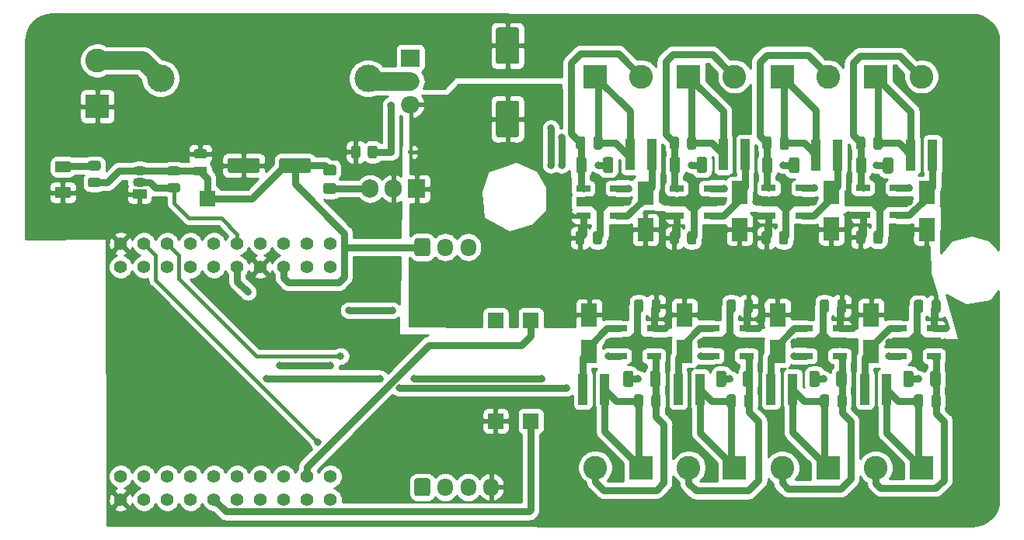
<source format=gtl>
G04 #@! TF.GenerationSoftware,KiCad,Pcbnew,5.1.11-e4df9d881f~92~ubuntu20.04.1*
G04 #@! TF.CreationDate,2021-10-31T15:28:21+01:00*
G04 #@! TF.ProjectId,CC dimmer low voltage,43432064-696d-46d6-9572-206c6f772076,0.96*
G04 #@! TF.SameCoordinates,Original*
G04 #@! TF.FileFunction,Copper,L1,Top*
G04 #@! TF.FilePolarity,Positive*
%FSLAX46Y46*%
G04 Gerber Fmt 4.6, Leading zero omitted, Abs format (unit mm)*
G04 Created by KiCad (PCBNEW 5.1.11-e4df9d881f~92~ubuntu20.04.1) date 2021-10-31 15:28:21*
%MOMM*%
%LPD*%
G01*
G04 APERTURE LIST*
G04 #@! TA.AperFunction,SMDPad,CuDef*
%ADD10C,0.150000*%
G04 #@! TD*
G04 #@! TA.AperFunction,SMDPad,CuDef*
%ADD11R,1.500000X0.700000*%
G04 #@! TD*
G04 #@! TA.AperFunction,ComponentPad*
%ADD12C,2.600000*%
G04 #@! TD*
G04 #@! TA.AperFunction,ComponentPad*
%ADD13R,2.600000X2.600000*%
G04 #@! TD*
G04 #@! TA.AperFunction,SMDPad,CuDef*
%ADD14R,0.980000X3.400000*%
G04 #@! TD*
G04 #@! TA.AperFunction,ComponentPad*
%ADD15C,3.000000*%
G04 #@! TD*
G04 #@! TA.AperFunction,ComponentPad*
%ADD16C,1.400000*%
G04 #@! TD*
G04 #@! TA.AperFunction,ComponentPad*
%ADD17R,1.700000X1.700000*%
G04 #@! TD*
G04 #@! TA.AperFunction,SMDPad,CuDef*
%ADD18R,1.800000X2.500000*%
G04 #@! TD*
G04 #@! TA.AperFunction,SMDPad,CuDef*
%ADD19R,0.600000X0.450000*%
G04 #@! TD*
G04 #@! TA.AperFunction,ComponentPad*
%ADD20O,1.700000X1.950000*%
G04 #@! TD*
G04 #@! TA.AperFunction,ComponentPad*
%ADD21O,2.000000X1.905000*%
G04 #@! TD*
G04 #@! TA.AperFunction,ComponentPad*
%ADD22R,2.000000X1.905000*%
G04 #@! TD*
G04 #@! TA.AperFunction,ComponentPad*
%ADD23O,1.500000X1.050000*%
G04 #@! TD*
G04 #@! TA.AperFunction,ComponentPad*
%ADD24R,1.500000X1.050000*%
G04 #@! TD*
G04 #@! TA.AperFunction,ComponentPad*
%ADD25R,1.905000X2.000000*%
G04 #@! TD*
G04 #@! TA.AperFunction,ComponentPad*
%ADD26O,1.905000X2.000000*%
G04 #@! TD*
G04 #@! TA.AperFunction,ViaPad*
%ADD27C,0.800000*%
G04 #@! TD*
G04 #@! TA.AperFunction,Conductor*
%ADD28C,0.800000*%
G04 #@! TD*
G04 #@! TA.AperFunction,Conductor*
%ADD29C,2.000000*%
G04 #@! TD*
G04 #@! TA.AperFunction,Conductor*
%ADD30C,0.400000*%
G04 #@! TD*
G04 #@! TA.AperFunction,Conductor*
%ADD31C,0.254000*%
G04 #@! TD*
G04 #@! TA.AperFunction,Conductor*
%ADD32C,0.150000*%
G04 #@! TD*
G04 APERTURE END LIST*
G04 #@! TA.AperFunction,SMDPad,CuDef*
G36*
G01*
X167785200Y-76116200D02*
X167785200Y-75166200D01*
G75*
G02*
X168035200Y-74916200I250000J0D01*
G01*
X168535200Y-74916200D01*
G75*
G02*
X168785200Y-75166200I0J-250000D01*
G01*
X168785200Y-76116200D01*
G75*
G02*
X168535200Y-76366200I-250000J0D01*
G01*
X168035200Y-76366200D01*
G75*
G02*
X167785200Y-76116200I0J250000D01*
G01*
G37*
G04 #@! TD.AperFunction*
G04 #@! TA.AperFunction,SMDPad,CuDef*
G36*
G01*
X165885200Y-76116200D02*
X165885200Y-75166200D01*
G75*
G02*
X166135200Y-74916200I250000J0D01*
G01*
X166635200Y-74916200D01*
G75*
G02*
X166885200Y-75166200I0J-250000D01*
G01*
X166885200Y-76116200D01*
G75*
G02*
X166635200Y-76366200I-250000J0D01*
G01*
X166135200Y-76366200D01*
G75*
G02*
X165885200Y-76116200I0J250000D01*
G01*
G37*
G04 #@! TD.AperFunction*
G04 #@! TA.AperFunction,SMDPad,CuDef*
D10*
G36*
X167679800Y-72229600D02*
G01*
X165979800Y-72229600D01*
X165979800Y-71229600D01*
X167679800Y-71229600D01*
X168179800Y-70729600D01*
X168979800Y-70729600D01*
X169479800Y-71229600D01*
X171179800Y-71229600D01*
X171179800Y-72229600D01*
X169479800Y-72229600D01*
X168979800Y-72729600D01*
X168179800Y-72729600D01*
X167679800Y-72229600D01*
G37*
G04 #@! TD.AperFunction*
D11*
X170429800Y-70229600D03*
X170429800Y-73229600D03*
X166729800Y-70229600D03*
X166729800Y-73229600D03*
D12*
X173046400Y-58039000D03*
D13*
X168046400Y-58039000D03*
D14*
X166709000Y-92176600D03*
X169079000Y-92176600D03*
X177097600Y-92176600D03*
X179467600Y-92176600D03*
X187215600Y-92176600D03*
X189585600Y-92176600D03*
X197443000Y-92176600D03*
X199813000Y-92176600D03*
X204816800Y-66598800D03*
X202446800Y-66598800D03*
X194479000Y-66598800D03*
X192109000Y-66598800D03*
X184395200Y-66548000D03*
X182025200Y-66548000D03*
X174209800Y-66573400D03*
X171839800Y-66573400D03*
D15*
X143281400Y-58242200D03*
X120681400Y-58242200D03*
D11*
X186948200Y-73204200D03*
X186948200Y-70204200D03*
X190648200Y-73204200D03*
X190648200Y-70204200D03*
G04 #@! TA.AperFunction,SMDPad,CuDef*
D10*
G36*
X187898200Y-72204200D02*
G01*
X186198200Y-72204200D01*
X186198200Y-71204200D01*
X187898200Y-71204200D01*
X188398200Y-70704200D01*
X189198200Y-70704200D01*
X189698200Y-71204200D01*
X191398200Y-71204200D01*
X191398200Y-72204200D01*
X189698200Y-72204200D01*
X189198200Y-72704200D01*
X188398200Y-72704200D01*
X187898200Y-72204200D01*
G37*
G04 #@! TD.AperFunction*
D16*
X139192000Y-76276200D03*
X139192000Y-78816200D03*
X136652000Y-76276200D03*
X136652000Y-78816200D03*
X134112000Y-76276200D03*
X134112000Y-78816200D03*
X131572000Y-76276200D03*
X131572000Y-78816200D03*
X129032000Y-76276200D03*
X129032000Y-78816200D03*
X126492000Y-76276200D03*
X126492000Y-78816200D03*
X123952000Y-76276200D03*
X123952000Y-78816200D03*
X121412000Y-76276200D03*
X121412000Y-78816200D03*
X118872000Y-76276200D03*
X118872000Y-78816200D03*
X116332000Y-76276200D03*
X116332000Y-78816200D03*
X139192000Y-101676200D03*
X139192000Y-104216200D03*
X136652000Y-101676200D03*
X136652000Y-104216200D03*
X134112000Y-101676200D03*
X134112000Y-104216200D03*
X131572000Y-101676200D03*
X131572000Y-104216200D03*
X129032000Y-101676200D03*
X129032000Y-104216200D03*
X126492000Y-101676200D03*
X126492000Y-104216200D03*
X123952000Y-101676200D03*
X123952000Y-104216200D03*
X121412000Y-101676200D03*
X121412000Y-104216200D03*
X118872000Y-101676200D03*
X118872000Y-104216200D03*
X116332000Y-104216200D03*
X116332000Y-101676200D03*
D17*
X161023300Y-95645000D03*
X161023300Y-84645000D03*
D18*
X198120000Y-84029800D03*
X198120000Y-88029800D03*
X177774600Y-88029800D03*
X177774600Y-84029800D03*
G04 #@! TA.AperFunction,SMDPad,CuDef*
G36*
G01*
X165961400Y-65753000D02*
X165961400Y-64803000D01*
G75*
G02*
X166211400Y-64553000I250000J0D01*
G01*
X166711400Y-64553000D01*
G75*
G02*
X166961400Y-64803000I0J-250000D01*
G01*
X166961400Y-65753000D01*
G75*
G02*
X166711400Y-66003000I-250000J0D01*
G01*
X166211400Y-66003000D01*
G75*
G02*
X165961400Y-65753000I0J250000D01*
G01*
G37*
G04 #@! TD.AperFunction*
G04 #@! TA.AperFunction,SMDPad,CuDef*
G36*
G01*
X167861400Y-65753000D02*
X167861400Y-64803000D01*
G75*
G02*
X168111400Y-64553000I250000J0D01*
G01*
X168611400Y-64553000D01*
G75*
G02*
X168861400Y-64803000I0J-250000D01*
G01*
X168861400Y-65753000D01*
G75*
G02*
X168611400Y-66003000I-250000J0D01*
G01*
X168111400Y-66003000D01*
G75*
G02*
X167861400Y-65753000I0J250000D01*
G01*
G37*
G04 #@! TD.AperFunction*
G04 #@! TA.AperFunction,SMDPad,CuDef*
G36*
G01*
X176172200Y-76116200D02*
X176172200Y-75166200D01*
G75*
G02*
X176422200Y-74916200I250000J0D01*
G01*
X176922200Y-74916200D01*
G75*
G02*
X177172200Y-75166200I0J-250000D01*
G01*
X177172200Y-76116200D01*
G75*
G02*
X176922200Y-76366200I-250000J0D01*
G01*
X176422200Y-76366200D01*
G75*
G02*
X176172200Y-76116200I0J250000D01*
G01*
G37*
G04 #@! TD.AperFunction*
G04 #@! TA.AperFunction,SMDPad,CuDef*
G36*
G01*
X178072200Y-76116200D02*
X178072200Y-75166200D01*
G75*
G02*
X178322200Y-74916200I250000J0D01*
G01*
X178822200Y-74916200D01*
G75*
G02*
X179072200Y-75166200I0J-250000D01*
G01*
X179072200Y-76116200D01*
G75*
G02*
X178822200Y-76366200I-250000J0D01*
G01*
X178322200Y-76366200D01*
G75*
G02*
X178072200Y-76116200I0J250000D01*
G01*
G37*
G04 #@! TD.AperFunction*
G04 #@! TA.AperFunction,SMDPad,CuDef*
G36*
G01*
X176172200Y-65778400D02*
X176172200Y-64828400D01*
G75*
G02*
X176422200Y-64578400I250000J0D01*
G01*
X176922200Y-64578400D01*
G75*
G02*
X177172200Y-64828400I0J-250000D01*
G01*
X177172200Y-65778400D01*
G75*
G02*
X176922200Y-66028400I-250000J0D01*
G01*
X176422200Y-66028400D01*
G75*
G02*
X176172200Y-65778400I0J250000D01*
G01*
G37*
G04 #@! TD.AperFunction*
G04 #@! TA.AperFunction,SMDPad,CuDef*
G36*
G01*
X178072200Y-65778400D02*
X178072200Y-64828400D01*
G75*
G02*
X178322200Y-64578400I250000J0D01*
G01*
X178822200Y-64578400D01*
G75*
G02*
X179072200Y-64828400I0J-250000D01*
G01*
X179072200Y-65778400D01*
G75*
G02*
X178822200Y-66028400I-250000J0D01*
G01*
X178322200Y-66028400D01*
G75*
G02*
X178072200Y-65778400I0J250000D01*
G01*
G37*
G04 #@! TD.AperFunction*
G04 #@! TA.AperFunction,SMDPad,CuDef*
G36*
G01*
X186179800Y-76116200D02*
X186179800Y-75166200D01*
G75*
G02*
X186429800Y-74916200I250000J0D01*
G01*
X186929800Y-74916200D01*
G75*
G02*
X187179800Y-75166200I0J-250000D01*
G01*
X187179800Y-76116200D01*
G75*
G02*
X186929800Y-76366200I-250000J0D01*
G01*
X186429800Y-76366200D01*
G75*
G02*
X186179800Y-76116200I0J250000D01*
G01*
G37*
G04 #@! TD.AperFunction*
G04 #@! TA.AperFunction,SMDPad,CuDef*
G36*
G01*
X188079800Y-76116200D02*
X188079800Y-75166200D01*
G75*
G02*
X188329800Y-74916200I250000J0D01*
G01*
X188829800Y-74916200D01*
G75*
G02*
X189079800Y-75166200I0J-250000D01*
G01*
X189079800Y-76116200D01*
G75*
G02*
X188829800Y-76366200I-250000J0D01*
G01*
X188329800Y-76366200D01*
G75*
G02*
X188079800Y-76116200I0J250000D01*
G01*
G37*
G04 #@! TD.AperFunction*
G04 #@! TA.AperFunction,SMDPad,CuDef*
G36*
G01*
X188156000Y-65778400D02*
X188156000Y-64828400D01*
G75*
G02*
X188406000Y-64578400I250000J0D01*
G01*
X188906000Y-64578400D01*
G75*
G02*
X189156000Y-64828400I0J-250000D01*
G01*
X189156000Y-65778400D01*
G75*
G02*
X188906000Y-66028400I-250000J0D01*
G01*
X188406000Y-66028400D01*
G75*
G02*
X188156000Y-65778400I0J250000D01*
G01*
G37*
G04 #@! TD.AperFunction*
G04 #@! TA.AperFunction,SMDPad,CuDef*
G36*
G01*
X186256000Y-65778400D02*
X186256000Y-64828400D01*
G75*
G02*
X186506000Y-64578400I250000J0D01*
G01*
X187006000Y-64578400D01*
G75*
G02*
X187256000Y-64828400I0J-250000D01*
G01*
X187256000Y-65778400D01*
G75*
G02*
X187006000Y-66028400I-250000J0D01*
G01*
X186506000Y-66028400D01*
G75*
G02*
X186256000Y-65778400I0J250000D01*
G01*
G37*
G04 #@! TD.AperFunction*
G04 #@! TA.AperFunction,SMDPad,CuDef*
G36*
G01*
X198366800Y-76065400D02*
X198366800Y-75115400D01*
G75*
G02*
X198616800Y-74865400I250000J0D01*
G01*
X199116800Y-74865400D01*
G75*
G02*
X199366800Y-75115400I0J-250000D01*
G01*
X199366800Y-76065400D01*
G75*
G02*
X199116800Y-76315400I-250000J0D01*
G01*
X198616800Y-76315400D01*
G75*
G02*
X198366800Y-76065400I0J250000D01*
G01*
G37*
G04 #@! TD.AperFunction*
G04 #@! TA.AperFunction,SMDPad,CuDef*
G36*
G01*
X196466800Y-76065400D02*
X196466800Y-75115400D01*
G75*
G02*
X196716800Y-74865400I250000J0D01*
G01*
X197216800Y-74865400D01*
G75*
G02*
X197466800Y-75115400I0J-250000D01*
G01*
X197466800Y-76065400D01*
G75*
G02*
X197216800Y-76315400I-250000J0D01*
G01*
X196716800Y-76315400D01*
G75*
G02*
X196466800Y-76065400I0J250000D01*
G01*
G37*
G04 #@! TD.AperFunction*
G04 #@! TA.AperFunction,SMDPad,CuDef*
G36*
G01*
X196466800Y-65778400D02*
X196466800Y-64828400D01*
G75*
G02*
X196716800Y-64578400I250000J0D01*
G01*
X197216800Y-64578400D01*
G75*
G02*
X197466800Y-64828400I0J-250000D01*
G01*
X197466800Y-65778400D01*
G75*
G02*
X197216800Y-66028400I-250000J0D01*
G01*
X196716800Y-66028400D01*
G75*
G02*
X196466800Y-65778400I0J250000D01*
G01*
G37*
G04 #@! TD.AperFunction*
G04 #@! TA.AperFunction,SMDPad,CuDef*
G36*
G01*
X198366800Y-65778400D02*
X198366800Y-64828400D01*
G75*
G02*
X198616800Y-64578400I250000J0D01*
G01*
X199116800Y-64578400D01*
G75*
G02*
X199366800Y-64828400I0J-250000D01*
G01*
X199366800Y-65778400D01*
G75*
G02*
X199116800Y-66028400I-250000J0D01*
G01*
X198616800Y-66028400D01*
G75*
G02*
X198366800Y-65778400I0J250000D01*
G01*
G37*
G04 #@! TD.AperFunction*
G04 #@! TA.AperFunction,SMDPad,CuDef*
G36*
G01*
X203791400Y-82633800D02*
X203791400Y-83583800D01*
G75*
G02*
X203541400Y-83833800I-250000J0D01*
G01*
X203041400Y-83833800D01*
G75*
G02*
X202791400Y-83583800I0J250000D01*
G01*
X202791400Y-82633800D01*
G75*
G02*
X203041400Y-82383800I250000J0D01*
G01*
X203541400Y-82383800D01*
G75*
G02*
X203791400Y-82633800I0J-250000D01*
G01*
G37*
G04 #@! TD.AperFunction*
G04 #@! TA.AperFunction,SMDPad,CuDef*
G36*
G01*
X205691400Y-82633800D02*
X205691400Y-83583800D01*
G75*
G02*
X205441400Y-83833800I-250000J0D01*
G01*
X204941400Y-83833800D01*
G75*
G02*
X204691400Y-83583800I0J250000D01*
G01*
X204691400Y-82633800D01*
G75*
G02*
X204941400Y-82383800I250000J0D01*
G01*
X205441400Y-82383800D01*
G75*
G02*
X205691400Y-82633800I0J-250000D01*
G01*
G37*
G04 #@! TD.AperFunction*
G04 #@! TA.AperFunction,SMDPad,CuDef*
G36*
G01*
X202791400Y-93921600D02*
X202791400Y-92971600D01*
G75*
G02*
X203041400Y-92721600I250000J0D01*
G01*
X203541400Y-92721600D01*
G75*
G02*
X203791400Y-92971600I0J-250000D01*
G01*
X203791400Y-93921600D01*
G75*
G02*
X203541400Y-94171600I-250000J0D01*
G01*
X203041400Y-94171600D01*
G75*
G02*
X202791400Y-93921600I0J250000D01*
G01*
G37*
G04 #@! TD.AperFunction*
G04 #@! TA.AperFunction,SMDPad,CuDef*
G36*
G01*
X204691400Y-93921600D02*
X204691400Y-92971600D01*
G75*
G02*
X204941400Y-92721600I250000J0D01*
G01*
X205441400Y-92721600D01*
G75*
G02*
X205691400Y-92971600I0J-250000D01*
G01*
X205691400Y-93921600D01*
G75*
G02*
X205441400Y-94171600I-250000J0D01*
G01*
X204941400Y-94171600D01*
G75*
G02*
X204691400Y-93921600I0J250000D01*
G01*
G37*
G04 #@! TD.AperFunction*
G04 #@! TA.AperFunction,SMDPad,CuDef*
G36*
G01*
X193529800Y-82608400D02*
X193529800Y-83558400D01*
G75*
G02*
X193279800Y-83808400I-250000J0D01*
G01*
X192779800Y-83808400D01*
G75*
G02*
X192529800Y-83558400I0J250000D01*
G01*
X192529800Y-82608400D01*
G75*
G02*
X192779800Y-82358400I250000J0D01*
G01*
X193279800Y-82358400D01*
G75*
G02*
X193529800Y-82608400I0J-250000D01*
G01*
G37*
G04 #@! TD.AperFunction*
G04 #@! TA.AperFunction,SMDPad,CuDef*
G36*
G01*
X195429800Y-82608400D02*
X195429800Y-83558400D01*
G75*
G02*
X195179800Y-83808400I-250000J0D01*
G01*
X194679800Y-83808400D01*
G75*
G02*
X194429800Y-83558400I0J250000D01*
G01*
X194429800Y-82608400D01*
G75*
G02*
X194679800Y-82358400I250000J0D01*
G01*
X195179800Y-82358400D01*
G75*
G02*
X195429800Y-82608400I0J-250000D01*
G01*
G37*
G04 #@! TD.AperFunction*
G04 #@! TA.AperFunction,SMDPad,CuDef*
G36*
G01*
X194445000Y-93921600D02*
X194445000Y-92971600D01*
G75*
G02*
X194695000Y-92721600I250000J0D01*
G01*
X195195000Y-92721600D01*
G75*
G02*
X195445000Y-92971600I0J-250000D01*
G01*
X195445000Y-93921600D01*
G75*
G02*
X195195000Y-94171600I-250000J0D01*
G01*
X194695000Y-94171600D01*
G75*
G02*
X194445000Y-93921600I0J250000D01*
G01*
G37*
G04 #@! TD.AperFunction*
G04 #@! TA.AperFunction,SMDPad,CuDef*
G36*
G01*
X192545000Y-93921600D02*
X192545000Y-92971600D01*
G75*
G02*
X192795000Y-92721600I250000J0D01*
G01*
X193295000Y-92721600D01*
G75*
G02*
X193545000Y-92971600I0J-250000D01*
G01*
X193545000Y-93921600D01*
G75*
G02*
X193295000Y-94171600I-250000J0D01*
G01*
X192795000Y-94171600D01*
G75*
G02*
X192545000Y-93921600I0J250000D01*
G01*
G37*
G04 #@! TD.AperFunction*
G04 #@! TA.AperFunction,SMDPad,CuDef*
G36*
G01*
X185269800Y-82608400D02*
X185269800Y-83558400D01*
G75*
G02*
X185019800Y-83808400I-250000J0D01*
G01*
X184519800Y-83808400D01*
G75*
G02*
X184269800Y-83558400I0J250000D01*
G01*
X184269800Y-82608400D01*
G75*
G02*
X184519800Y-82358400I250000J0D01*
G01*
X185019800Y-82358400D01*
G75*
G02*
X185269800Y-82608400I0J-250000D01*
G01*
G37*
G04 #@! TD.AperFunction*
G04 #@! TA.AperFunction,SMDPad,CuDef*
G36*
G01*
X183369800Y-82608400D02*
X183369800Y-83558400D01*
G75*
G02*
X183119800Y-83808400I-250000J0D01*
G01*
X182619800Y-83808400D01*
G75*
G02*
X182369800Y-83558400I0J250000D01*
G01*
X182369800Y-82608400D01*
G75*
G02*
X182619800Y-82358400I250000J0D01*
G01*
X183119800Y-82358400D01*
G75*
G02*
X183369800Y-82608400I0J-250000D01*
G01*
G37*
G04 #@! TD.AperFunction*
G04 #@! TA.AperFunction,SMDPad,CuDef*
G36*
G01*
X184269800Y-93921600D02*
X184269800Y-92971600D01*
G75*
G02*
X184519800Y-92721600I250000J0D01*
G01*
X185019800Y-92721600D01*
G75*
G02*
X185269800Y-92971600I0J-250000D01*
G01*
X185269800Y-93921600D01*
G75*
G02*
X185019800Y-94171600I-250000J0D01*
G01*
X184519800Y-94171600D01*
G75*
G02*
X184269800Y-93921600I0J250000D01*
G01*
G37*
G04 #@! TD.AperFunction*
G04 #@! TA.AperFunction,SMDPad,CuDef*
G36*
G01*
X182369800Y-93921600D02*
X182369800Y-92971600D01*
G75*
G02*
X182619800Y-92721600I250000J0D01*
G01*
X183119800Y-92721600D01*
G75*
G02*
X183369800Y-92971600I0J-250000D01*
G01*
X183369800Y-93921600D01*
G75*
G02*
X183119800Y-94171600I-250000J0D01*
G01*
X182619800Y-94171600D01*
G75*
G02*
X182369800Y-93921600I0J250000D01*
G01*
G37*
G04 #@! TD.AperFunction*
G04 #@! TA.AperFunction,SMDPad,CuDef*
G36*
G01*
X173286000Y-82608400D02*
X173286000Y-83558400D01*
G75*
G02*
X173036000Y-83808400I-250000J0D01*
G01*
X172536000Y-83808400D01*
G75*
G02*
X172286000Y-83558400I0J250000D01*
G01*
X172286000Y-82608400D01*
G75*
G02*
X172536000Y-82358400I250000J0D01*
G01*
X173036000Y-82358400D01*
G75*
G02*
X173286000Y-82608400I0J-250000D01*
G01*
G37*
G04 #@! TD.AperFunction*
G04 #@! TA.AperFunction,SMDPad,CuDef*
G36*
G01*
X175186000Y-82608400D02*
X175186000Y-83558400D01*
G75*
G02*
X174936000Y-83808400I-250000J0D01*
G01*
X174436000Y-83808400D01*
G75*
G02*
X174186000Y-83558400I0J250000D01*
G01*
X174186000Y-82608400D01*
G75*
G02*
X174436000Y-82358400I250000J0D01*
G01*
X174936000Y-82358400D01*
G75*
G02*
X175186000Y-82608400I0J-250000D01*
G01*
G37*
G04 #@! TD.AperFunction*
G04 #@! TA.AperFunction,SMDPad,CuDef*
G36*
G01*
X172275800Y-93921600D02*
X172275800Y-92971600D01*
G75*
G02*
X172525800Y-92721600I250000J0D01*
G01*
X173025800Y-92721600D01*
G75*
G02*
X173275800Y-92971600I0J-250000D01*
G01*
X173275800Y-93921600D01*
G75*
G02*
X173025800Y-94171600I-250000J0D01*
G01*
X172525800Y-94171600D01*
G75*
G02*
X172275800Y-93921600I0J250000D01*
G01*
G37*
G04 #@! TD.AperFunction*
G04 #@! TA.AperFunction,SMDPad,CuDef*
G36*
G01*
X174175800Y-93921600D02*
X174175800Y-92971600D01*
G75*
G02*
X174425800Y-92721600I250000J0D01*
G01*
X174925800Y-92721600D01*
G75*
G02*
X175175800Y-92971600I0J-250000D01*
G01*
X175175800Y-93921600D01*
G75*
G02*
X174925800Y-94171600I-250000J0D01*
G01*
X174425800Y-94171600D01*
G75*
G02*
X174175800Y-93921600I0J250000D01*
G01*
G37*
G04 #@! TD.AperFunction*
G04 #@! TA.AperFunction,SMDPad,CuDef*
G36*
G01*
X159496000Y-64674000D02*
X157496000Y-64674000D01*
G75*
G02*
X157246000Y-64424000I0J250000D01*
G01*
X157246000Y-60924000D01*
G75*
G02*
X157496000Y-60674000I250000J0D01*
G01*
X159496000Y-60674000D01*
G75*
G02*
X159746000Y-60924000I0J-250000D01*
G01*
X159746000Y-64424000D01*
G75*
G02*
X159496000Y-64674000I-250000J0D01*
G01*
G37*
G04 #@! TD.AperFunction*
G04 #@! TA.AperFunction,SMDPad,CuDef*
G36*
G01*
X159496000Y-56674000D02*
X157496000Y-56674000D01*
G75*
G02*
X157246000Y-56424000I0J250000D01*
G01*
X157246000Y-52924000D01*
G75*
G02*
X157496000Y-52674000I250000J0D01*
G01*
X159496000Y-52674000D01*
G75*
G02*
X159746000Y-52924000I0J-250000D01*
G01*
X159746000Y-56424000D01*
G75*
G02*
X159496000Y-56674000I-250000J0D01*
G01*
G37*
G04 #@! TD.AperFunction*
G04 #@! TA.AperFunction,SMDPad,CuDef*
G36*
G01*
X137087200Y-67191800D02*
X137087200Y-68291800D01*
G75*
G02*
X136837200Y-68541800I-250000J0D01*
G01*
X133837200Y-68541800D01*
G75*
G02*
X133587200Y-68291800I0J250000D01*
G01*
X133587200Y-67191800D01*
G75*
G02*
X133837200Y-66941800I250000J0D01*
G01*
X136837200Y-66941800D01*
G75*
G02*
X137087200Y-67191800I0J-250000D01*
G01*
G37*
G04 #@! TD.AperFunction*
G04 #@! TA.AperFunction,SMDPad,CuDef*
G36*
G01*
X131487200Y-67191800D02*
X131487200Y-68291800D01*
G75*
G02*
X131237200Y-68541800I-250000J0D01*
G01*
X128237200Y-68541800D01*
G75*
G02*
X127987200Y-68291800I0J250000D01*
G01*
X127987200Y-67191800D01*
G75*
G02*
X128237200Y-66941800I250000J0D01*
G01*
X131237200Y-66941800D01*
G75*
G02*
X131487200Y-67191800I0J-250000D01*
G01*
G37*
G04 #@! TD.AperFunction*
G04 #@! TA.AperFunction,SMDPad,CuDef*
G36*
G01*
X125493800Y-68861600D02*
X124543800Y-68861600D01*
G75*
G02*
X124293800Y-68611600I0J250000D01*
G01*
X124293800Y-68111600D01*
G75*
G02*
X124543800Y-67861600I250000J0D01*
G01*
X125493800Y-67861600D01*
G75*
G02*
X125743800Y-68111600I0J-250000D01*
G01*
X125743800Y-68611600D01*
G75*
G02*
X125493800Y-68861600I-250000J0D01*
G01*
G37*
G04 #@! TD.AperFunction*
G04 #@! TA.AperFunction,SMDPad,CuDef*
G36*
G01*
X125493800Y-66961600D02*
X124543800Y-66961600D01*
G75*
G02*
X124293800Y-66711600I0J250000D01*
G01*
X124293800Y-66211600D01*
G75*
G02*
X124543800Y-65961600I250000J0D01*
G01*
X125493800Y-65961600D01*
G75*
G02*
X125743800Y-66211600I0J-250000D01*
G01*
X125743800Y-66711600D01*
G75*
G02*
X125493800Y-66961600I-250000J0D01*
G01*
G37*
G04 #@! TD.AperFunction*
X173532800Y-74745600D03*
X173532800Y-70745600D03*
X183769000Y-74720200D03*
X183769000Y-70720200D03*
X193776600Y-74694800D03*
X193776600Y-70694800D03*
X204165200Y-70720200D03*
X204165200Y-74720200D03*
X187909200Y-88029800D03*
X187909200Y-84029800D03*
X167386000Y-88055200D03*
X167386000Y-84055200D03*
D19*
X147887400Y-66268600D03*
X145787400Y-66268600D03*
G04 #@! TA.AperFunction,SMDPad,CuDef*
G36*
G01*
X110657800Y-71316200D02*
X109407800Y-71316200D01*
G75*
G02*
X109157800Y-71066200I0J250000D01*
G01*
X109157800Y-70316200D01*
G75*
G02*
X109407800Y-70066200I250000J0D01*
G01*
X110657800Y-70066200D01*
G75*
G02*
X110907800Y-70316200I0J-250000D01*
G01*
X110907800Y-71066200D01*
G75*
G02*
X110657800Y-71316200I-250000J0D01*
G01*
G37*
G04 #@! TD.AperFunction*
G04 #@! TA.AperFunction,SMDPad,CuDef*
G36*
G01*
X110657800Y-68516200D02*
X109407800Y-68516200D01*
G75*
G02*
X109157800Y-68266200I0J250000D01*
G01*
X109157800Y-67516200D01*
G75*
G02*
X109407800Y-67266200I250000J0D01*
G01*
X110657800Y-67266200D01*
G75*
G02*
X110907800Y-67516200I0J-250000D01*
G01*
X110907800Y-68266200D01*
G75*
G02*
X110657800Y-68516200I-250000J0D01*
G01*
G37*
G04 #@! TD.AperFunction*
G04 #@! TA.AperFunction,SMDPad,CuDef*
G36*
G01*
X138665799Y-67656400D02*
X139565801Y-67656400D01*
G75*
G02*
X139815800Y-67906399I0J-249999D01*
G01*
X139815800Y-68606401D01*
G75*
G02*
X139565801Y-68856400I-249999J0D01*
G01*
X138665799Y-68856400D01*
G75*
G02*
X138415800Y-68606401I0J249999D01*
G01*
X138415800Y-67906399D01*
G75*
G02*
X138665799Y-67656400I249999J0D01*
G01*
G37*
G04 #@! TD.AperFunction*
G04 #@! TA.AperFunction,SMDPad,CuDef*
G36*
G01*
X138665799Y-69656400D02*
X139565801Y-69656400D01*
G75*
G02*
X139815800Y-69906399I0J-249999D01*
G01*
X139815800Y-70606401D01*
G75*
G02*
X139565801Y-70856400I-249999J0D01*
G01*
X138665799Y-70856400D01*
G75*
G02*
X138415800Y-70606401I0J249999D01*
G01*
X138415800Y-69906399D01*
G75*
G02*
X138665799Y-69656400I249999J0D01*
G01*
G37*
G04 #@! TD.AperFunction*
G04 #@! TA.AperFunction,ComponentPad*
G36*
G01*
X148352000Y-77382200D02*
X148352000Y-75932200D01*
G75*
G02*
X148602000Y-75682200I250000J0D01*
G01*
X149802000Y-75682200D01*
G75*
G02*
X150052000Y-75932200I0J-250000D01*
G01*
X150052000Y-77382200D01*
G75*
G02*
X149802000Y-77632200I-250000J0D01*
G01*
X148602000Y-77632200D01*
G75*
G02*
X148352000Y-77382200I0J250000D01*
G01*
G37*
G04 #@! TD.AperFunction*
D20*
X151702000Y-76657200D03*
X154202000Y-76657200D03*
G04 #@! TA.AperFunction,ComponentPad*
G36*
G01*
X148352000Y-103569600D02*
X148352000Y-102119600D01*
G75*
G02*
X148602000Y-101869600I250000J0D01*
G01*
X149802000Y-101869600D01*
G75*
G02*
X150052000Y-102119600I0J-250000D01*
G01*
X150052000Y-103569600D01*
G75*
G02*
X149802000Y-103819600I-250000J0D01*
G01*
X148602000Y-103819600D01*
G75*
G02*
X148352000Y-103569600I0J250000D01*
G01*
G37*
G04 #@! TD.AperFunction*
X151702000Y-102844600D03*
X154202000Y-102844600D03*
X156702000Y-102844600D03*
D17*
X157202000Y-84645000D03*
X157202000Y-95645000D03*
X125780800Y-71374000D03*
D21*
X147904200Y-61087000D03*
X147904200Y-58547000D03*
D22*
X147904200Y-56007000D03*
G04 #@! TA.AperFunction,SMDPad,CuDef*
G36*
G01*
X165970600Y-68316003D02*
X165970600Y-67065997D01*
G75*
G02*
X166220597Y-66816000I249997J0D01*
G01*
X166845603Y-66816000D01*
G75*
G02*
X167095600Y-67065997I0J-249997D01*
G01*
X167095600Y-68316003D01*
G75*
G02*
X166845603Y-68566000I-249997J0D01*
G01*
X166220597Y-68566000D01*
G75*
G02*
X165970600Y-68316003I0J249997D01*
G01*
G37*
G04 #@! TD.AperFunction*
G04 #@! TA.AperFunction,SMDPad,CuDef*
G36*
G01*
X168895600Y-68316003D02*
X168895600Y-67065997D01*
G75*
G02*
X169145597Y-66816000I249997J0D01*
G01*
X169770603Y-66816000D01*
G75*
G02*
X170020600Y-67065997I0J-249997D01*
G01*
X170020600Y-68316003D01*
G75*
G02*
X169770603Y-68566000I-249997J0D01*
G01*
X169145597Y-68566000D01*
G75*
G02*
X168895600Y-68316003I0J249997D01*
G01*
G37*
G04 #@! TD.AperFunction*
G04 #@! TA.AperFunction,SMDPad,CuDef*
G36*
G01*
X179106400Y-68316003D02*
X179106400Y-67065997D01*
G75*
G02*
X179356397Y-66816000I249997J0D01*
G01*
X179981403Y-66816000D01*
G75*
G02*
X180231400Y-67065997I0J-249997D01*
G01*
X180231400Y-68316003D01*
G75*
G02*
X179981403Y-68566000I-249997J0D01*
G01*
X179356397Y-68566000D01*
G75*
G02*
X179106400Y-68316003I0J249997D01*
G01*
G37*
G04 #@! TD.AperFunction*
G04 #@! TA.AperFunction,SMDPad,CuDef*
G36*
G01*
X176181400Y-68316003D02*
X176181400Y-67065997D01*
G75*
G02*
X176431397Y-66816000I249997J0D01*
G01*
X177056403Y-66816000D01*
G75*
G02*
X177306400Y-67065997I0J-249997D01*
G01*
X177306400Y-68316003D01*
G75*
G02*
X177056403Y-68566000I-249997J0D01*
G01*
X176431397Y-68566000D01*
G75*
G02*
X176181400Y-68316003I0J249997D01*
G01*
G37*
G04 #@! TD.AperFunction*
G04 #@! TA.AperFunction,SMDPad,CuDef*
G36*
G01*
X189164800Y-68341403D02*
X189164800Y-67091397D01*
G75*
G02*
X189414797Y-66841400I249997J0D01*
G01*
X190039803Y-66841400D01*
G75*
G02*
X190289800Y-67091397I0J-249997D01*
G01*
X190289800Y-68341403D01*
G75*
G02*
X190039803Y-68591400I-249997J0D01*
G01*
X189414797Y-68591400D01*
G75*
G02*
X189164800Y-68341403I0J249997D01*
G01*
G37*
G04 #@! TD.AperFunction*
G04 #@! TA.AperFunction,SMDPad,CuDef*
G36*
G01*
X186239800Y-68341403D02*
X186239800Y-67091397D01*
G75*
G02*
X186489797Y-66841400I249997J0D01*
G01*
X187114803Y-66841400D01*
G75*
G02*
X187364800Y-67091397I0J-249997D01*
G01*
X187364800Y-68341403D01*
G75*
G02*
X187114803Y-68591400I-249997J0D01*
G01*
X186489797Y-68591400D01*
G75*
G02*
X186239800Y-68341403I0J249997D01*
G01*
G37*
G04 #@! TD.AperFunction*
G04 #@! TA.AperFunction,SMDPad,CuDef*
G36*
G01*
X196476000Y-68366803D02*
X196476000Y-67116797D01*
G75*
G02*
X196725997Y-66866800I249997J0D01*
G01*
X197351003Y-66866800D01*
G75*
G02*
X197601000Y-67116797I0J-249997D01*
G01*
X197601000Y-68366803D01*
G75*
G02*
X197351003Y-68616800I-249997J0D01*
G01*
X196725997Y-68616800D01*
G75*
G02*
X196476000Y-68366803I0J249997D01*
G01*
G37*
G04 #@! TD.AperFunction*
G04 #@! TA.AperFunction,SMDPad,CuDef*
G36*
G01*
X199401000Y-68366803D02*
X199401000Y-67116797D01*
G75*
G02*
X199650997Y-66866800I249997J0D01*
G01*
X200276003Y-66866800D01*
G75*
G02*
X200526000Y-67116797I0J-249997D01*
G01*
X200526000Y-68366803D01*
G75*
G02*
X200276003Y-68616800I-249997J0D01*
G01*
X199650997Y-68616800D01*
G75*
G02*
X199401000Y-68366803I0J249997D01*
G01*
G37*
G04 #@! TD.AperFunction*
G04 #@! TA.AperFunction,SMDPad,CuDef*
G36*
G01*
X202757200Y-90408597D02*
X202757200Y-91658603D01*
G75*
G02*
X202507203Y-91908600I-249997J0D01*
G01*
X201882197Y-91908600D01*
G75*
G02*
X201632200Y-91658603I0J249997D01*
G01*
X201632200Y-90408597D01*
G75*
G02*
X201882197Y-90158600I249997J0D01*
G01*
X202507203Y-90158600D01*
G75*
G02*
X202757200Y-90408597I0J-249997D01*
G01*
G37*
G04 #@! TD.AperFunction*
G04 #@! TA.AperFunction,SMDPad,CuDef*
G36*
G01*
X205682200Y-90408597D02*
X205682200Y-91658603D01*
G75*
G02*
X205432203Y-91908600I-249997J0D01*
G01*
X204807197Y-91908600D01*
G75*
G02*
X204557200Y-91658603I0J249997D01*
G01*
X204557200Y-90408597D01*
G75*
G02*
X204807197Y-90158600I249997J0D01*
G01*
X205432203Y-90158600D01*
G75*
G02*
X205682200Y-90408597I0J-249997D01*
G01*
G37*
G04 #@! TD.AperFunction*
G04 #@! TA.AperFunction,SMDPad,CuDef*
G36*
G01*
X195431300Y-90408597D02*
X195431300Y-91658603D01*
G75*
G02*
X195181303Y-91908600I-249997J0D01*
G01*
X194556297Y-91908600D01*
G75*
G02*
X194306300Y-91658603I0J249997D01*
G01*
X194306300Y-90408597D01*
G75*
G02*
X194556297Y-90158600I249997J0D01*
G01*
X195181303Y-90158600D01*
G75*
G02*
X195431300Y-90408597I0J-249997D01*
G01*
G37*
G04 #@! TD.AperFunction*
G04 #@! TA.AperFunction,SMDPad,CuDef*
G36*
G01*
X192506300Y-90408597D02*
X192506300Y-91658603D01*
G75*
G02*
X192256303Y-91908600I-249997J0D01*
G01*
X191631297Y-91908600D01*
G75*
G02*
X191381300Y-91658603I0J249997D01*
G01*
X191381300Y-90408597D01*
G75*
G02*
X191631297Y-90158600I249997J0D01*
G01*
X192256303Y-90158600D01*
G75*
G02*
X192506300Y-90408597I0J-249997D01*
G01*
G37*
G04 #@! TD.AperFunction*
G04 #@! TA.AperFunction,SMDPad,CuDef*
G36*
G01*
X182335600Y-90408597D02*
X182335600Y-91658603D01*
G75*
G02*
X182085603Y-91908600I-249997J0D01*
G01*
X181460597Y-91908600D01*
G75*
G02*
X181210600Y-91658603I0J249997D01*
G01*
X181210600Y-90408597D01*
G75*
G02*
X181460597Y-90158600I249997J0D01*
G01*
X182085603Y-90158600D01*
G75*
G02*
X182335600Y-90408597I0J-249997D01*
G01*
G37*
G04 #@! TD.AperFunction*
G04 #@! TA.AperFunction,SMDPad,CuDef*
G36*
G01*
X185260600Y-90408597D02*
X185260600Y-91658603D01*
G75*
G02*
X185010603Y-91908600I-249997J0D01*
G01*
X184385597Y-91908600D01*
G75*
G02*
X184135600Y-91658603I0J249997D01*
G01*
X184135600Y-90408597D01*
G75*
G02*
X184385597Y-90158600I249997J0D01*
G01*
X185010603Y-90158600D01*
G75*
G02*
X185260600Y-90408597I0J-249997D01*
G01*
G37*
G04 #@! TD.AperFunction*
G04 #@! TA.AperFunction,SMDPad,CuDef*
G36*
G01*
X175151400Y-90408597D02*
X175151400Y-91658603D01*
G75*
G02*
X174901403Y-91908600I-249997J0D01*
G01*
X174276397Y-91908600D01*
G75*
G02*
X174026400Y-91658603I0J249997D01*
G01*
X174026400Y-90408597D01*
G75*
G02*
X174276397Y-90158600I249997J0D01*
G01*
X174901403Y-90158600D01*
G75*
G02*
X175151400Y-90408597I0J-249997D01*
G01*
G37*
G04 #@! TD.AperFunction*
G04 #@! TA.AperFunction,SMDPad,CuDef*
G36*
G01*
X172226400Y-90408597D02*
X172226400Y-91658603D01*
G75*
G02*
X171976403Y-91908600I-249997J0D01*
G01*
X171351397Y-91908600D01*
G75*
G02*
X171101400Y-91658603I0J249997D01*
G01*
X171101400Y-90408597D01*
G75*
G02*
X171351397Y-90158600I249997J0D01*
G01*
X171976403Y-90158600D01*
G75*
G02*
X172226400Y-90408597I0J-249997D01*
G01*
G37*
G04 #@! TD.AperFunction*
G04 #@! TA.AperFunction,SMDPad,CuDef*
G36*
G01*
X121673198Y-67840800D02*
X122573202Y-67840800D01*
G75*
G02*
X122823200Y-68090798I0J-249998D01*
G01*
X122823200Y-68615802D01*
G75*
G02*
X122573202Y-68865800I-249998J0D01*
G01*
X121673198Y-68865800D01*
G75*
G02*
X121423200Y-68615802I0J249998D01*
G01*
X121423200Y-68090798D01*
G75*
G02*
X121673198Y-67840800I249998J0D01*
G01*
G37*
G04 #@! TD.AperFunction*
G04 #@! TA.AperFunction,SMDPad,CuDef*
G36*
G01*
X121673198Y-69665800D02*
X122573202Y-69665800D01*
G75*
G02*
X122823200Y-69915798I0J-249998D01*
G01*
X122823200Y-70440802D01*
G75*
G02*
X122573202Y-70690800I-249998J0D01*
G01*
X121673198Y-70690800D01*
G75*
G02*
X121423200Y-70440802I0J249998D01*
G01*
X121423200Y-69915798D01*
G75*
G02*
X121673198Y-69665800I249998J0D01*
G01*
G37*
G04 #@! TD.AperFunction*
G04 #@! TA.AperFunction,SMDPad,CuDef*
G36*
G01*
X142475000Y-65818598D02*
X142475000Y-66718602D01*
G75*
G02*
X142225002Y-66968600I-249998J0D01*
G01*
X141699998Y-66968600D01*
G75*
G02*
X141450000Y-66718602I0J249998D01*
G01*
X141450000Y-65818598D01*
G75*
G02*
X141699998Y-65568600I249998J0D01*
G01*
X142225002Y-65568600D01*
G75*
G02*
X142475000Y-65818598I0J-249998D01*
G01*
G37*
G04 #@! TD.AperFunction*
G04 #@! TA.AperFunction,SMDPad,CuDef*
G36*
G01*
X144300000Y-65818598D02*
X144300000Y-66718602D01*
G75*
G02*
X144050002Y-66968600I-249998J0D01*
G01*
X143524998Y-66968600D01*
G75*
G02*
X143275000Y-66718602I0J249998D01*
G01*
X143275000Y-65818598D01*
G75*
G02*
X143524998Y-65568600I249998J0D01*
G01*
X144050002Y-65568600D01*
G75*
G02*
X144300000Y-65818598I0J-249998D01*
G01*
G37*
G04 #@! TD.AperFunction*
G04 #@! TA.AperFunction,SMDPad,CuDef*
G36*
G01*
X113911802Y-70106600D02*
X113011798Y-70106600D01*
G75*
G02*
X112761800Y-69856602I0J249998D01*
G01*
X112761800Y-69331598D01*
G75*
G02*
X113011798Y-69081600I249998J0D01*
G01*
X113911802Y-69081600D01*
G75*
G02*
X114161800Y-69331598I0J-249998D01*
G01*
X114161800Y-69856602D01*
G75*
G02*
X113911802Y-70106600I-249998J0D01*
G01*
G37*
G04 #@! TD.AperFunction*
G04 #@! TA.AperFunction,SMDPad,CuDef*
G36*
G01*
X113911802Y-68281600D02*
X113011798Y-68281600D01*
G75*
G02*
X112761800Y-68031602I0J249998D01*
G01*
X112761800Y-67506598D01*
G75*
G02*
X113011798Y-67256600I249998J0D01*
G01*
X113911802Y-67256600D01*
G75*
G02*
X114161800Y-67506598I0J-249998D01*
G01*
X114161800Y-68031602D01*
G75*
G02*
X113911802Y-68281600I-249998J0D01*
G01*
G37*
G04 #@! TD.AperFunction*
G04 #@! TA.AperFunction,SMDPad,CuDef*
D10*
G36*
X177865200Y-72229600D02*
G01*
X176165200Y-72229600D01*
X176165200Y-71229600D01*
X177865200Y-71229600D01*
X178365200Y-70729600D01*
X179165200Y-70729600D01*
X179665200Y-71229600D01*
X181365200Y-71229600D01*
X181365200Y-72229600D01*
X179665200Y-72229600D01*
X179165200Y-72729600D01*
X178365200Y-72729600D01*
X177865200Y-72229600D01*
G37*
G04 #@! TD.AperFunction*
D11*
X180615200Y-70229600D03*
X180615200Y-73229600D03*
X176915200Y-70229600D03*
X176915200Y-73229600D03*
G04 #@! TA.AperFunction,SMDPad,CuDef*
D10*
G36*
X198159800Y-72178800D02*
G01*
X196459800Y-72178800D01*
X196459800Y-71178800D01*
X198159800Y-71178800D01*
X198659800Y-70678800D01*
X199459800Y-70678800D01*
X199959800Y-71178800D01*
X201659800Y-71178800D01*
X201659800Y-72178800D01*
X199959800Y-72178800D01*
X199459800Y-72678800D01*
X198659800Y-72678800D01*
X198159800Y-72178800D01*
G37*
G04 #@! TD.AperFunction*
D11*
X200909800Y-70178800D03*
X200909800Y-73178800D03*
X197209800Y-70178800D03*
X197209800Y-73178800D03*
X204948400Y-85545800D03*
X204948400Y-88545800D03*
X201248400Y-85545800D03*
X201248400Y-88545800D03*
G04 #@! TA.AperFunction,SMDPad,CuDef*
D10*
G36*
X203998400Y-86545800D02*
G01*
X205698400Y-86545800D01*
X205698400Y-87545800D01*
X203998400Y-87545800D01*
X203498400Y-88045800D01*
X202698400Y-88045800D01*
X202198400Y-87545800D01*
X200498400Y-87545800D01*
X200498400Y-86545800D01*
X202198400Y-86545800D01*
X202698400Y-86045800D01*
X203498400Y-86045800D01*
X203998400Y-86545800D01*
G37*
G04 #@! TD.AperFunction*
D11*
X194686800Y-85520400D03*
X194686800Y-88520400D03*
X190986800Y-85520400D03*
X190986800Y-88520400D03*
G04 #@! TA.AperFunction,SMDPad,CuDef*
D10*
G36*
X193736800Y-86520400D02*
G01*
X195436800Y-86520400D01*
X195436800Y-87520400D01*
X193736800Y-87520400D01*
X193236800Y-88020400D01*
X192436800Y-88020400D01*
X191936800Y-87520400D01*
X190236800Y-87520400D01*
X190236800Y-86520400D01*
X191936800Y-86520400D01*
X192436800Y-86020400D01*
X193236800Y-86020400D01*
X193736800Y-86520400D01*
G37*
G04 #@! TD.AperFunction*
D11*
X184526800Y-85520400D03*
X184526800Y-88520400D03*
X180826800Y-85520400D03*
X180826800Y-88520400D03*
G04 #@! TA.AperFunction,SMDPad,CuDef*
D10*
G36*
X183576800Y-86520400D02*
G01*
X185276800Y-86520400D01*
X185276800Y-87520400D01*
X183576800Y-87520400D01*
X183076800Y-88020400D01*
X182276800Y-88020400D01*
X181776800Y-87520400D01*
X180076800Y-87520400D01*
X180076800Y-86520400D01*
X181776800Y-86520400D01*
X182276800Y-86020400D01*
X183076800Y-86020400D01*
X183576800Y-86520400D01*
G37*
G04 #@! TD.AperFunction*
G04 #@! TA.AperFunction,SMDPad,CuDef*
G36*
X173493000Y-86545800D02*
G01*
X175193000Y-86545800D01*
X175193000Y-87545800D01*
X173493000Y-87545800D01*
X172993000Y-88045800D01*
X172193000Y-88045800D01*
X171693000Y-87545800D01*
X169993000Y-87545800D01*
X169993000Y-86545800D01*
X171693000Y-86545800D01*
X172193000Y-86045800D01*
X172993000Y-86045800D01*
X173493000Y-86545800D01*
G37*
G04 #@! TD.AperFunction*
D11*
X170743000Y-88545800D03*
X170743000Y-85545800D03*
X174443000Y-88545800D03*
X174443000Y-85545800D03*
D23*
X118389400Y-69596000D03*
X118389400Y-68326000D03*
D24*
X118389400Y-70866000D03*
D25*
X148590000Y-70281800D03*
D26*
X146050000Y-70281800D03*
X143510000Y-70281800D03*
D12*
X183231800Y-58039000D03*
D13*
X178231800Y-58039000D03*
D12*
X193417200Y-58039000D03*
D13*
X188417200Y-58039000D03*
D12*
X203602600Y-58039000D03*
D13*
X198602600Y-58039000D03*
X203606400Y-100736400D03*
D12*
X198606400Y-100736400D03*
D13*
X193421000Y-100736400D03*
D12*
X188421000Y-100736400D03*
D13*
X183235600Y-100711000D03*
D12*
X178235600Y-100711000D03*
D13*
X173050200Y-100711000D03*
D12*
X168050200Y-100711000D03*
D13*
X113792000Y-61290200D03*
D12*
X113792000Y-56290200D03*
D27*
X175539400Y-71729600D03*
X181914800Y-71742300D03*
X185534300Y-71704200D03*
X195732400Y-71678800D03*
X206133700Y-87045800D03*
X195948300Y-87020400D03*
X185851800Y-87020400D03*
X175768000Y-87045800D03*
X200050400Y-87045800D03*
X189738000Y-87020400D03*
X169506900Y-87045800D03*
X179539900Y-87020400D03*
X171635974Y-71729600D03*
X191871600Y-71704200D03*
X202222100Y-71678800D03*
X143702000Y-86395000D03*
X107950000Y-74053700D03*
X120929400Y-73406000D03*
X153022300Y-54648100D03*
X163195000Y-53632100D03*
X173520100Y-53657500D03*
X183819800Y-53721000D03*
X194106800Y-53721000D03*
X208762600Y-54178200D03*
X209016600Y-73101200D03*
X208826100Y-63919100D03*
X209626200Y-84899500D03*
X209664300Y-104228900D03*
X209626200Y-94513400D03*
X197091300Y-105016300D03*
X187007500Y-105105200D03*
X176796700Y-105067100D03*
X164985700Y-105067100D03*
X164960300Y-96621600D03*
X146799300Y-94970600D03*
X134810500Y-98933000D03*
X142125700Y-98971100D03*
X126702000Y-90645000D03*
X118702000Y-98895000D03*
X118630700Y-82334100D03*
X138734800Y-64427100D03*
X139255500Y-54584600D03*
X125310900Y-54495700D03*
X131838700Y-59918600D03*
X107772200Y-53225700D03*
X148202000Y-86895000D03*
X121452000Y-106395000D03*
X140452000Y-72145000D03*
X127702000Y-64395000D03*
X107702000Y-63895000D03*
X203288900Y-91033600D03*
X192900300Y-91033600D03*
X182727600Y-91033600D03*
X172732700Y-91033600D03*
X206208500Y-85545800D03*
X196038600Y-85520400D03*
X185827800Y-85520400D03*
X175680500Y-85545800D03*
X198729600Y-67741800D03*
X188506100Y-67716400D03*
X178562000Y-67691000D03*
X168363900Y-67691000D03*
X195654800Y-73178800D03*
X185586500Y-73204200D03*
X175512600Y-73229600D03*
X165452000Y-73229600D03*
X145783300Y-61163200D03*
X171640500Y-70231000D03*
X130200400Y-81556110D03*
X182130700Y-70256400D03*
X191885700Y-70204200D03*
X164394920Y-64687680D03*
X164388800Y-67691000D03*
X145935700Y-83556130D03*
X141188730Y-83556130D03*
X202284200Y-70178800D03*
X163217570Y-63687670D03*
X163217570Y-67691000D03*
X200013700Y-88545800D03*
X133667500Y-89547700D03*
X139195290Y-89531710D03*
X189714000Y-88520400D03*
X132257800Y-90982800D03*
X162187613Y-90974187D03*
X144589500Y-90982800D03*
X148352787Y-90974187D03*
X179541300Y-88520400D03*
X164912792Y-92033608D03*
X146726392Y-92033608D03*
X169505500Y-88545800D03*
X140309600Y-88531700D03*
X137852150Y-97923350D03*
D28*
X168579800Y-75346600D02*
X168285200Y-75641200D01*
X168579800Y-71729600D02*
X168579800Y-74041000D01*
X178765200Y-75448200D02*
X178572200Y-75641200D01*
X178765200Y-71729600D02*
X178765200Y-73964800D01*
X178765200Y-71729600D02*
X175539400Y-71729600D01*
X178765200Y-73964800D02*
X178765200Y-75448200D01*
X175539400Y-71729600D02*
X175539400Y-71729600D01*
X168579800Y-74041000D02*
X168579800Y-75346600D01*
X188798200Y-75422800D02*
X188579800Y-75641200D01*
X188798200Y-71704200D02*
X188798200Y-73850500D01*
X188798200Y-71704200D02*
X185534300Y-71704200D01*
X185534300Y-71704200D02*
X185534300Y-71704200D01*
X188798200Y-73850500D02*
X188798200Y-75422800D01*
X199059800Y-71678800D02*
X195732400Y-71678800D01*
X195732400Y-71678800D02*
X195732400Y-71678800D01*
X199059800Y-75397400D02*
X198866800Y-75590400D01*
X199059800Y-71678800D02*
X199059800Y-75397400D01*
X172593000Y-83276400D02*
X172786000Y-83083400D01*
X172593000Y-87045800D02*
X172593000Y-85445600D01*
X182676800Y-83276400D02*
X182869800Y-83083400D01*
X182676800Y-87020400D02*
X182676800Y-85344000D01*
X192836800Y-83276400D02*
X193029800Y-83083400D01*
X192836800Y-87020400D02*
X192836800Y-85102700D01*
X203098400Y-83301800D02*
X203291400Y-83108800D01*
X203098400Y-87045800D02*
X203098400Y-84886800D01*
X203098400Y-87045800D02*
X206133700Y-87045800D01*
X192836800Y-87020400D02*
X195948300Y-87020400D01*
X182676800Y-87020400D02*
X185851800Y-87020400D01*
X203098400Y-84886800D02*
X203098400Y-83301800D01*
X206133700Y-87045800D02*
X206133700Y-87045800D01*
X195948300Y-87020400D02*
X195948300Y-87020400D01*
X192836800Y-85102700D02*
X192836800Y-83276400D01*
X182676800Y-85344000D02*
X182676800Y-83276400D01*
X185851800Y-87020400D02*
X185851800Y-87020400D01*
X172593000Y-85445600D02*
X172593000Y-83276400D01*
X172593000Y-87045800D02*
X175768000Y-87045800D01*
X175768000Y-87045800D02*
X175768000Y-87045800D01*
X172593000Y-87045800D02*
X169506900Y-87045800D01*
X182676800Y-87020400D02*
X179539900Y-87020400D01*
X192836800Y-87020400D02*
X189738000Y-87020400D01*
X203098400Y-87045800D02*
X200050400Y-87045800D01*
X200050400Y-87045800D02*
X200050400Y-87045800D01*
X189738000Y-87020400D02*
X189738000Y-87020400D01*
X169506900Y-87045800D02*
X169506900Y-87045800D01*
X179539900Y-87020400D02*
X179539900Y-87020400D01*
X168579800Y-71729600D02*
X171635974Y-71729600D01*
X171635974Y-71729600D02*
X171635974Y-71729600D01*
X188798200Y-71704200D02*
X191871600Y-71704200D01*
X191871600Y-71704200D02*
X191871600Y-71704200D01*
X199059800Y-71678800D02*
X202222100Y-71678800D01*
X202222100Y-71678800D02*
X202222100Y-71678800D01*
X181902100Y-71729600D02*
X181914800Y-71742300D01*
X178765200Y-71729600D02*
X181902100Y-71729600D01*
X171663900Y-91033600D02*
X172732700Y-91033600D01*
X181773100Y-91033600D02*
X182727600Y-91033600D01*
X191943800Y-91033600D02*
X192900300Y-91033600D01*
X202194700Y-91033600D02*
X203288900Y-91033600D01*
X203288900Y-91033600D02*
X203288900Y-91033600D01*
X192900300Y-91033600D02*
X192900300Y-91033600D01*
X182727600Y-91033600D02*
X182727600Y-91033600D01*
X172732700Y-91033600D02*
X172732700Y-91033600D01*
X174443000Y-85545800D02*
X175680500Y-85545800D01*
X184526800Y-85520400D02*
X185827800Y-85520400D01*
X194686800Y-85520400D02*
X196038600Y-85520400D01*
X204948400Y-85545800D02*
X206208500Y-85545800D01*
X206208500Y-85545800D02*
X206208500Y-85545800D01*
X196038600Y-85520400D02*
X196038600Y-85520400D01*
X185827800Y-85520400D02*
X185827800Y-85520400D01*
X175680500Y-85545800D02*
X175680500Y-85545800D01*
X169458100Y-67691000D02*
X168363900Y-67691000D01*
X179668900Y-67691000D02*
X178562000Y-67691000D01*
X189727300Y-67716400D02*
X188506100Y-67716400D01*
X199963500Y-67741800D02*
X198729600Y-67741800D01*
X198729600Y-67741800D02*
X198729600Y-67741800D01*
X188506100Y-67716400D02*
X188506100Y-67716400D01*
X178562000Y-67691000D02*
X178562000Y-67691000D01*
X168363900Y-67691000D02*
X168363900Y-67691000D01*
X176915200Y-73229600D02*
X175512600Y-73229600D01*
X186948200Y-73204200D02*
X185586500Y-73204200D01*
X197209800Y-73178800D02*
X195654800Y-73178800D01*
X195654800Y-73178800D02*
X195654800Y-73178800D01*
X185586500Y-73204200D02*
X185586500Y-73204200D01*
X175512600Y-73229600D02*
X175512600Y-73229600D01*
X165327200Y-73229600D02*
X165327200Y-73229600D01*
X174443000Y-83326400D02*
X174686000Y-83083400D01*
X174443000Y-85545800D02*
X174443000Y-83326400D01*
X184526800Y-83326400D02*
X184769800Y-83083400D01*
X184526800Y-85520400D02*
X184526800Y-83326400D01*
X194686800Y-83326400D02*
X194929800Y-83083400D01*
X194686800Y-85520400D02*
X194686800Y-83326400D01*
X204948400Y-83351800D02*
X205191400Y-83108800D01*
X204948400Y-85545800D02*
X204948400Y-83351800D01*
X197209800Y-75347400D02*
X196966800Y-75590400D01*
X197209800Y-73178800D02*
X197209800Y-75347400D01*
X186948200Y-75372800D02*
X186679800Y-75641200D01*
X186948200Y-73204200D02*
X186948200Y-75372800D01*
X176915200Y-75398200D02*
X176672200Y-75641200D01*
X176915200Y-73229600D02*
X176915200Y-75398200D01*
X166729800Y-75296600D02*
X166385200Y-75641200D01*
X166729800Y-73229600D02*
X166729800Y-75296600D01*
X166461400Y-65278000D02*
X165404800Y-64221400D01*
X165404800Y-64221400D02*
X165404800Y-56578500D01*
X165404800Y-56578500D02*
X166420800Y-55562500D01*
X170569900Y-55562500D02*
X173046400Y-58039000D01*
X166420800Y-55562500D02*
X170569900Y-55562500D01*
X166533100Y-70032900D02*
X166729800Y-70229600D01*
X166533100Y-67691000D02*
X166533100Y-70032900D01*
X166533100Y-65349700D02*
X166461400Y-65278000D01*
X166533100Y-67691000D02*
X166533100Y-65349700D01*
X168361400Y-58354000D02*
X168046400Y-58039000D01*
X168361400Y-65278000D02*
X168361400Y-58354000D01*
X171839800Y-66573400D02*
X171538900Y-66573400D01*
X170243500Y-65278000D02*
X168361400Y-65278000D01*
X171538900Y-66573400D02*
X170243500Y-65278000D01*
X171839800Y-61832400D02*
X168046400Y-58039000D01*
X171839800Y-66573400D02*
X171839800Y-61832400D01*
X176672200Y-69986600D02*
X176915200Y-70229600D01*
X176672200Y-65303400D02*
X176672200Y-69986600D01*
X175717200Y-64348400D02*
X176672200Y-65303400D01*
X176530000Y-55600600D02*
X175717200Y-56413400D01*
X180793400Y-55600600D02*
X176530000Y-55600600D01*
X175717200Y-56413400D02*
X175717200Y-64348400D01*
X183231800Y-58039000D02*
X180793400Y-55600600D01*
X178572200Y-58379400D02*
X178231800Y-58039000D01*
X178572200Y-65303400D02*
X178572200Y-58379400D01*
X180780600Y-65303400D02*
X178572200Y-65303400D01*
X182025200Y-66548000D02*
X180780600Y-65303400D01*
X182025200Y-61832400D02*
X178231800Y-58039000D01*
X182025200Y-66548000D02*
X182025200Y-61832400D01*
X190813600Y-65303400D02*
X192109000Y-66598800D01*
X188656000Y-65303400D02*
X190813600Y-65303400D01*
X188656000Y-58277800D02*
X188417200Y-58039000D01*
X188656000Y-65303400D02*
X188656000Y-58277800D01*
X192109000Y-61730800D02*
X188417200Y-58039000D01*
X192109000Y-66598800D02*
X192109000Y-61730800D01*
X186756000Y-70012000D02*
X186948200Y-70204200D01*
X186756000Y-65303400D02*
X186756000Y-70012000D01*
X186756000Y-65303400D02*
X185978800Y-64526200D01*
X185978800Y-64526200D02*
X185978800Y-56426100D01*
X185978800Y-56426100D02*
X186740800Y-55664100D01*
X186740800Y-55664100D02*
X191198500Y-55664100D01*
X193417200Y-57882800D02*
X193417200Y-58039000D01*
X191198500Y-55664100D02*
X193417200Y-57882800D01*
X196966800Y-69935800D02*
X197209800Y-70178800D01*
X196966800Y-65303400D02*
X196966800Y-69935800D01*
X196126100Y-56565800D02*
X196900800Y-55791100D01*
X201231500Y-55791100D02*
X203479400Y-58039000D01*
X196126100Y-64462700D02*
X196126100Y-56565800D01*
X196966800Y-65303400D02*
X196126100Y-64462700D01*
X203479400Y-58039000D02*
X203602600Y-58039000D01*
X196900800Y-55791100D02*
X201231500Y-55791100D01*
X201151400Y-65303400D02*
X202446800Y-66598800D01*
X198866800Y-65303400D02*
X201151400Y-65303400D01*
X198866800Y-58303200D02*
X198602600Y-58039000D01*
X198866800Y-65303400D02*
X198866800Y-58303200D01*
X202446800Y-61883200D02*
X198602600Y-58039000D01*
X202446800Y-66598800D02*
X202446800Y-61883200D01*
X201083000Y-93446600D02*
X199813000Y-92176600D01*
X203291400Y-93446600D02*
X201083000Y-93446600D01*
X203291400Y-100421400D02*
X203606400Y-100736400D01*
X203291400Y-93446600D02*
X203291400Y-100421400D01*
X203606400Y-100736400D02*
X199796400Y-96926400D01*
X199813000Y-96909800D02*
X199813000Y-92176600D01*
X199796400Y-96926400D02*
X199813000Y-96909800D01*
X205119700Y-88717100D02*
X204948400Y-88545800D01*
X205191400Y-88788800D02*
X204948400Y-88545800D01*
X205191400Y-93446600D02*
X205191400Y-88788800D01*
X205191400Y-93446600D02*
X205191400Y-94790300D01*
X205191400Y-94790300D02*
X206032100Y-95631000D01*
X206032100Y-95631000D02*
X206032100Y-102082600D01*
X206032100Y-102082600D02*
X205155800Y-102958900D01*
X205155800Y-102958900D02*
X199148700Y-102958900D01*
X198606400Y-102416600D02*
X198606400Y-100736400D01*
X199148700Y-102958900D02*
X198606400Y-102416600D01*
X194868800Y-88702400D02*
X194686800Y-88520400D01*
X194945000Y-88778600D02*
X194868800Y-88702400D01*
X194945000Y-93446600D02*
X194945000Y-88778600D01*
X195897500Y-101968300D02*
X195897500Y-95656400D01*
X194945000Y-94703900D02*
X194945000Y-93446600D01*
X194830700Y-103035100D02*
X195897500Y-101968300D01*
X189064900Y-103035100D02*
X194830700Y-103035100D01*
X195897500Y-95656400D02*
X194945000Y-94703900D01*
X188421000Y-102391200D02*
X189064900Y-103035100D01*
X188421000Y-100736400D02*
X188421000Y-102391200D01*
X190855600Y-93446600D02*
X189585600Y-92176600D01*
X193045000Y-93446600D02*
X190855600Y-93446600D01*
X193045000Y-100360400D02*
X193421000Y-100736400D01*
X193045000Y-93446600D02*
X193045000Y-100360400D01*
X193421000Y-100736400D02*
X193421000Y-100723700D01*
X189585600Y-96888300D02*
X189585600Y-92176600D01*
X193421000Y-100723700D02*
X189585600Y-96888300D01*
X184769800Y-88763400D02*
X184526800Y-88520400D01*
X184769800Y-93446600D02*
X184769800Y-88763400D01*
X184769800Y-94612500D02*
X184769800Y-93446600D01*
X185851800Y-95694500D02*
X184769800Y-94612500D01*
X184734200Y-103225600D02*
X185851800Y-102108000D01*
X179006500Y-103225600D02*
X184734200Y-103225600D01*
X185851800Y-102108000D02*
X185851800Y-95694500D01*
X178235600Y-102454700D02*
X179006500Y-103225600D01*
X178235600Y-100711000D02*
X178235600Y-102454700D01*
X180737600Y-93446600D02*
X179467600Y-92176600D01*
X182869800Y-93446600D02*
X180737600Y-93446600D01*
X182869800Y-100345200D02*
X183235600Y-100711000D01*
X182869800Y-93446600D02*
X182869800Y-100345200D01*
X183235600Y-100711000D02*
X183235600Y-100685600D01*
X179467600Y-96917600D02*
X179467600Y-92176600D01*
X183235600Y-100685600D02*
X179467600Y-96917600D01*
X170349000Y-93446600D02*
X169079000Y-92176600D01*
X172775800Y-93446600D02*
X170349000Y-93446600D01*
X172775800Y-100436600D02*
X173050200Y-100711000D01*
X172775800Y-93446600D02*
X172775800Y-100436600D01*
X169079000Y-96739800D02*
X169079000Y-92176600D01*
X173050200Y-100711000D02*
X169079000Y-96739800D01*
X174675800Y-88778600D02*
X174443000Y-88545800D01*
X174675800Y-93446600D02*
X174675800Y-88778600D01*
X175514000Y-96012000D02*
X174675800Y-95173800D01*
X175514000Y-102374700D02*
X175514000Y-96012000D01*
X174675800Y-95173800D02*
X174675800Y-93446600D01*
X168973500Y-103187500D02*
X174701200Y-103187500D01*
X168050200Y-102264200D02*
X168973500Y-103187500D01*
X174701200Y-103187500D02*
X175514000Y-102374700D01*
X168050200Y-100711000D02*
X168050200Y-102264200D01*
X125780800Y-69123600D02*
X125018800Y-68361600D01*
X125780800Y-71374000D02*
X125780800Y-69123600D01*
X125010500Y-68353300D02*
X125018800Y-68361600D01*
X122123200Y-68353300D02*
X125010500Y-68353300D01*
X113461800Y-69594100D02*
X114911500Y-69594100D01*
X116152300Y-68353300D02*
X122123200Y-68353300D01*
X114911500Y-69594100D02*
X116152300Y-68353300D01*
X138601200Y-67741800D02*
X139115800Y-68256400D01*
X135337200Y-67741800D02*
X138601200Y-67741800D01*
X135337200Y-67741800D02*
X134239000Y-67741800D01*
X130606800Y-71374000D02*
X125780800Y-71374000D01*
X134239000Y-67741800D02*
X130606800Y-71374000D01*
X134112000Y-80010000D02*
X134112000Y-78816200D01*
X134594600Y-80492600D02*
X134112000Y-80010000D01*
X140104400Y-80492600D02*
X134594600Y-80492600D01*
X140702000Y-79895000D02*
X140104400Y-80492600D01*
X135337200Y-69780200D02*
X140702000Y-75145000D01*
X135337200Y-67741800D02*
X135337200Y-69780200D01*
X149202000Y-76657200D02*
X140964200Y-76657200D01*
X140702000Y-76395000D02*
X140702000Y-79895000D01*
X140964200Y-76657200D02*
X140702000Y-76395000D01*
X140702000Y-75145000D02*
X140702000Y-76395000D01*
X170429800Y-73229600D02*
X171550200Y-73229600D01*
X173532800Y-71247000D02*
X173532800Y-70745600D01*
X171550200Y-73229600D02*
X173532800Y-71247000D01*
X174209800Y-70068600D02*
X173532800Y-70745600D01*
X174209800Y-66573400D02*
X174209800Y-70068600D01*
X180615200Y-73229600D02*
X181259600Y-73229600D01*
X180615200Y-73229600D02*
X181992400Y-73229600D01*
X183769000Y-71453000D02*
X183769000Y-70720200D01*
X181992400Y-73229600D02*
X183769000Y-71453000D01*
X184395200Y-70094000D02*
X183769000Y-70720200D01*
X184395200Y-66548000D02*
X184395200Y-70094000D01*
X194479000Y-69992400D02*
X193776600Y-70694800D01*
X194479000Y-66598800D02*
X194479000Y-69992400D01*
X190648200Y-73204200D02*
X191860300Y-73204200D01*
X193776600Y-71287900D02*
X193776600Y-70694800D01*
X191860300Y-73204200D02*
X193776600Y-71287900D01*
X204816800Y-70068600D02*
X204165200Y-70720200D01*
X204816800Y-66598800D02*
X204816800Y-70068600D01*
X200909800Y-73178800D02*
X202271500Y-73178800D01*
X204165200Y-71285100D02*
X204165200Y-70720200D01*
X202271500Y-73178800D02*
X204165200Y-71285100D01*
X201248400Y-85545800D02*
X200089900Y-85545800D01*
X198120000Y-87515700D02*
X198120000Y-88029800D01*
X200089900Y-85545800D02*
X198120000Y-87515700D01*
X197443000Y-88706800D02*
X198120000Y-88029800D01*
X197443000Y-92176600D02*
X197443000Y-88706800D01*
X190986800Y-85520400D02*
X189714000Y-85520400D01*
X187909200Y-87325200D02*
X187909200Y-88029800D01*
X189714000Y-85520400D02*
X187909200Y-87325200D01*
X187215600Y-88723400D02*
X187909200Y-88029800D01*
X187215600Y-92176600D02*
X187215600Y-88723400D01*
X180826800Y-85520400D02*
X179414300Y-85520400D01*
X177774600Y-87160100D02*
X177774600Y-88029800D01*
X179414300Y-85520400D02*
X177774600Y-87160100D01*
X177097600Y-88706800D02*
X177774600Y-88029800D01*
X177097600Y-92176600D02*
X177097600Y-88706800D01*
X170743000Y-85545800D02*
X169343200Y-85545800D01*
X167386000Y-87503000D02*
X167386000Y-88055200D01*
X169343200Y-85545800D02*
X167386000Y-87503000D01*
X166709000Y-88732200D02*
X167386000Y-88055200D01*
X166709000Y-92176600D02*
X166709000Y-88732200D01*
X145787400Y-66268600D02*
X145787400Y-61159100D01*
X143787500Y-66268600D02*
X145787400Y-66268600D01*
X110154900Y-67769100D02*
X110032800Y-67891200D01*
X113461800Y-67769100D02*
X110154900Y-67769100D01*
D29*
X143586200Y-58547000D02*
X143281400Y-58242200D01*
X147904200Y-58547000D02*
X143586200Y-58547000D01*
X118729400Y-56290200D02*
X120681400Y-58242200D01*
X113792000Y-56290200D02*
X118729400Y-56290200D01*
D28*
X139141200Y-70281800D02*
X139115800Y-70256400D01*
X143510000Y-70281800D02*
X139141200Y-70281800D01*
X171639100Y-70229600D02*
X171640500Y-70231000D01*
X170429800Y-70229600D02*
X171639100Y-70229600D01*
X129032000Y-80387710D02*
X130200400Y-81556110D01*
X129032000Y-78816200D02*
X129032000Y-80387710D01*
X182103900Y-70229600D02*
X182130700Y-70256400D01*
X180615200Y-70229600D02*
X182103900Y-70229600D01*
X190648200Y-70204200D02*
X191885700Y-70204200D01*
X191885700Y-70204200D02*
X191885700Y-70204200D01*
X164394920Y-67684880D02*
X164388800Y-67691000D01*
X164394920Y-64687680D02*
X164394920Y-67684880D01*
X145935700Y-83556130D02*
X141188730Y-83556130D01*
X141188730Y-83556130D02*
X141188730Y-83556130D01*
X200909800Y-70178800D02*
X202284200Y-70178800D01*
X202284200Y-70178800D02*
X202284200Y-70178800D01*
X163217570Y-63687670D02*
X163217570Y-67691000D01*
X201248400Y-88545800D02*
X200013700Y-88545800D01*
X200013700Y-88545800D02*
X200013700Y-88545800D01*
X139179300Y-89547700D02*
X139195290Y-89531710D01*
X133667500Y-89547700D02*
X139179300Y-89547700D01*
X190986800Y-88520400D02*
X189714000Y-88520400D01*
X189714000Y-88520400D02*
X189714000Y-88520400D01*
X189714000Y-88520400D02*
X189714000Y-88520400D01*
X132257800Y-90982800D02*
X144589500Y-90982800D01*
X162187613Y-90974187D02*
X148352787Y-90974187D01*
X144589500Y-90982800D02*
X144589500Y-90982800D01*
X148352787Y-90974187D02*
X148352787Y-90974187D01*
X180826800Y-88520400D02*
X179541300Y-88520400D01*
X179541300Y-88520400D02*
X179541300Y-88520400D01*
X179541300Y-88520400D02*
X179541300Y-88520400D01*
X164912792Y-92033608D02*
X146726392Y-92033608D01*
X146726392Y-92033608D02*
X146726392Y-92033608D01*
X170743000Y-88545800D02*
X169505500Y-88545800D01*
X169505500Y-88545800D02*
X169505500Y-88545800D01*
D30*
X122682000Y-77546200D02*
X121412000Y-76276200D01*
X131089400Y-88531700D02*
X122682000Y-80124300D01*
X122682000Y-80124300D02*
X122682000Y-77546200D01*
X140309600Y-88531700D02*
X131089400Y-88531700D01*
X118872000Y-76276200D02*
X120142000Y-77546200D01*
X137852150Y-97923350D02*
X137858500Y-97929700D01*
X120142000Y-80213200D02*
X120142000Y-79971900D01*
X137852150Y-97923350D02*
X120142000Y-80213200D01*
X120142000Y-79971900D02*
X120142000Y-80238600D01*
X120142000Y-77546200D02*
X120142000Y-79971900D01*
D28*
X160021800Y-87325200D02*
X161023300Y-86323700D01*
X149948900Y-87325200D02*
X160021800Y-87325200D01*
X136652000Y-100622100D02*
X149948900Y-87325200D01*
X161023300Y-86323700D02*
X161023300Y-85775800D01*
X136652000Y-101676200D02*
X136652000Y-100622100D01*
X161023300Y-84645000D02*
X161023300Y-86323700D01*
X127792001Y-105516201D02*
X160830799Y-105516201D01*
X126492000Y-104216200D02*
X127792001Y-105516201D01*
X161023300Y-105323700D02*
X160830799Y-105516201D01*
X161023300Y-95645000D02*
X161023300Y-105323700D01*
X118389400Y-69596000D02*
X119545100Y-69596000D01*
X120127400Y-70178300D02*
X122123200Y-70178300D01*
X119545100Y-69596000D02*
X120127400Y-70178300D01*
D30*
X129032000Y-76276200D02*
X129032000Y-75222100D01*
X129032000Y-75222100D02*
X127317500Y-73507600D01*
X127317500Y-73507600D02*
X123774200Y-73507600D01*
X122123200Y-71856600D02*
X122123200Y-70178300D01*
X123774200Y-73507600D02*
X122123200Y-71856600D01*
D31*
X164273921Y-58940186D02*
X164369801Y-59890185D01*
X164369800Y-63650147D01*
X164344082Y-63652680D01*
X164292981Y-63652680D01*
X164252570Y-63660718D01*
X164252570Y-63585731D01*
X164242601Y-63535613D01*
X164237594Y-63484775D01*
X164222766Y-63435893D01*
X164212796Y-63385772D01*
X164193239Y-63338557D01*
X164178411Y-63289677D01*
X164154332Y-63244628D01*
X164134775Y-63197414D01*
X164106384Y-63154924D01*
X164082304Y-63109873D01*
X164049898Y-63070386D01*
X164021507Y-63027896D01*
X163985373Y-62991762D01*
X163952966Y-62952274D01*
X163913478Y-62919867D01*
X163877344Y-62883733D01*
X163834854Y-62855342D01*
X163795367Y-62822936D01*
X163750317Y-62798856D01*
X163707826Y-62770465D01*
X163660609Y-62750907D01*
X163615562Y-62726829D01*
X163566686Y-62712002D01*
X163519468Y-62692444D01*
X163469344Y-62682474D01*
X163420464Y-62667646D01*
X163369628Y-62662639D01*
X163319509Y-62652670D01*
X163268408Y-62652670D01*
X163217570Y-62647663D01*
X163166732Y-62652670D01*
X163115631Y-62652670D01*
X163065513Y-62662639D01*
X163014675Y-62667646D01*
X162965793Y-62682474D01*
X162915672Y-62692444D01*
X162868457Y-62712001D01*
X162819577Y-62726829D01*
X162774528Y-62750908D01*
X162727314Y-62770465D01*
X162684824Y-62798856D01*
X162639773Y-62822936D01*
X162600286Y-62855342D01*
X162557796Y-62883733D01*
X162521662Y-62919867D01*
X162482174Y-62952274D01*
X162449767Y-62991762D01*
X162413633Y-63027896D01*
X162385242Y-63070386D01*
X162352836Y-63109873D01*
X162328756Y-63154923D01*
X162300365Y-63197414D01*
X162280807Y-63244631D01*
X162256729Y-63289678D01*
X162241902Y-63338554D01*
X162222344Y-63385772D01*
X162212374Y-63435896D01*
X162197546Y-63484776D01*
X162192539Y-63535612D01*
X162182570Y-63585731D01*
X162182570Y-63636833D01*
X162182571Y-67589056D01*
X162182570Y-67589061D01*
X162182570Y-67792939D01*
X162192541Y-67843067D01*
X162197547Y-67893895D01*
X162212373Y-67942768D01*
X162222344Y-67992898D01*
X162241905Y-68040122D01*
X162256730Y-68088993D01*
X162280805Y-68134034D01*
X162300365Y-68181256D01*
X162328761Y-68223753D01*
X162352837Y-68268797D01*
X162385238Y-68308278D01*
X162413633Y-68350774D01*
X162449773Y-68386914D01*
X162482175Y-68426396D01*
X162521657Y-68458798D01*
X162557796Y-68494937D01*
X162600291Y-68523331D01*
X162639774Y-68555734D01*
X162684820Y-68579812D01*
X162727314Y-68608205D01*
X162774532Y-68627763D01*
X162819578Y-68651841D01*
X162868454Y-68666668D01*
X162915672Y-68686226D01*
X162965796Y-68696196D01*
X163014676Y-68711024D01*
X163065512Y-68716031D01*
X163115631Y-68726000D01*
X163166732Y-68726000D01*
X163217570Y-68731007D01*
X163268408Y-68726000D01*
X163319509Y-68726000D01*
X163369627Y-68716031D01*
X163420465Y-68711024D01*
X163469347Y-68696196D01*
X163519468Y-68686226D01*
X163566683Y-68666669D01*
X163615563Y-68651841D01*
X163660612Y-68627762D01*
X163707826Y-68608205D01*
X163750316Y-68579814D01*
X163795367Y-68555734D01*
X163803185Y-68549318D01*
X163811003Y-68555734D01*
X163856052Y-68579813D01*
X163898544Y-68608205D01*
X163945764Y-68627764D01*
X163990807Y-68651840D01*
X164039678Y-68666665D01*
X164086902Y-68686226D01*
X164137032Y-68696197D01*
X164185905Y-68711023D01*
X164236733Y-68716029D01*
X164286861Y-68726000D01*
X164337972Y-68726000D01*
X164388800Y-68731006D01*
X164439628Y-68726000D01*
X164490739Y-68726000D01*
X164540867Y-68716029D01*
X164591695Y-68711023D01*
X164640568Y-68696197D01*
X164690698Y-68686226D01*
X164737922Y-68666665D01*
X164786793Y-68651840D01*
X164831836Y-68627764D01*
X164879056Y-68608205D01*
X164921548Y-68579813D01*
X164966597Y-68555734D01*
X165006083Y-68523329D01*
X165048574Y-68494937D01*
X165090828Y-68452683D01*
X165130316Y-68420276D01*
X165162724Y-68380787D01*
X165192737Y-68350774D01*
X165216319Y-68315481D01*
X165219714Y-68311345D01*
X165362572Y-69726821D01*
X165353988Y-69755118D01*
X165341728Y-69879600D01*
X165341728Y-70579600D01*
X165353988Y-70704082D01*
X165390298Y-70823780D01*
X165433498Y-70904600D01*
X165390298Y-70985420D01*
X165353988Y-71105118D01*
X165341728Y-71229600D01*
X165341728Y-72229600D01*
X165353988Y-72354082D01*
X165390298Y-72473780D01*
X165433498Y-72554600D01*
X165390298Y-72635420D01*
X165353988Y-72755118D01*
X165341728Y-72879600D01*
X165344800Y-72943850D01*
X165503550Y-73102600D01*
X166602800Y-73102600D01*
X166602800Y-73082600D01*
X166856800Y-73082600D01*
X166856800Y-73102600D01*
X166876800Y-73102600D01*
X166876800Y-73356600D01*
X166856800Y-73356600D01*
X166856800Y-74055850D01*
X167015550Y-74214600D01*
X167479800Y-74217672D01*
X167544800Y-74211270D01*
X167544800Y-74426199D01*
X167541814Y-74427795D01*
X167407238Y-74538238D01*
X167401858Y-74544794D01*
X167336385Y-74465015D01*
X167239694Y-74385663D01*
X167129380Y-74326698D01*
X167009682Y-74290388D01*
X166885200Y-74278128D01*
X166670950Y-74281200D01*
X166512200Y-74439950D01*
X166512200Y-75514200D01*
X166532200Y-75514200D01*
X166532200Y-75768200D01*
X166512200Y-75768200D01*
X166512200Y-76842450D01*
X166670950Y-77001200D01*
X166885200Y-77004272D01*
X167009682Y-76992012D01*
X167129380Y-76955702D01*
X167239694Y-76896737D01*
X167336385Y-76817385D01*
X167401858Y-76737606D01*
X167407238Y-76744162D01*
X167541814Y-76854605D01*
X167695350Y-76936672D01*
X167861946Y-76987208D01*
X168035200Y-77004272D01*
X168535200Y-77004272D01*
X168708454Y-76987208D01*
X168875050Y-76936672D01*
X169028586Y-76854605D01*
X169163162Y-76744162D01*
X169273605Y-76609586D01*
X169355672Y-76456050D01*
X169406208Y-76289454D01*
X169423272Y-76116200D01*
X169423272Y-75995600D01*
X171994728Y-75995600D01*
X172006988Y-76120082D01*
X172043298Y-76239780D01*
X172102263Y-76350094D01*
X172181615Y-76446785D01*
X172278306Y-76526137D01*
X172388620Y-76585102D01*
X172508318Y-76621412D01*
X172632800Y-76633672D01*
X173247050Y-76630600D01*
X173405800Y-76471850D01*
X173405800Y-74872600D01*
X173659800Y-74872600D01*
X173659800Y-76471850D01*
X173818550Y-76630600D01*
X174432800Y-76633672D01*
X174557282Y-76621412D01*
X174676980Y-76585102D01*
X174787294Y-76526137D01*
X174883985Y-76446785D01*
X174950119Y-76366200D01*
X175534128Y-76366200D01*
X175546388Y-76490682D01*
X175582698Y-76610380D01*
X175641663Y-76720694D01*
X175721015Y-76817385D01*
X175817706Y-76896737D01*
X175928020Y-76955702D01*
X176047718Y-76992012D01*
X176172200Y-77004272D01*
X176386450Y-77001200D01*
X176545200Y-76842450D01*
X176545200Y-75768200D01*
X175695950Y-75768200D01*
X175537200Y-75926950D01*
X175534128Y-76366200D01*
X174950119Y-76366200D01*
X174963337Y-76350094D01*
X175022302Y-76239780D01*
X175058612Y-76120082D01*
X175070872Y-75995600D01*
X175067800Y-75031350D01*
X174952650Y-74916200D01*
X175534128Y-74916200D01*
X175537200Y-75355450D01*
X175695950Y-75514200D01*
X176545200Y-75514200D01*
X176545200Y-74439950D01*
X176386450Y-74281200D01*
X176172200Y-74278128D01*
X176047718Y-74290388D01*
X175928020Y-74326698D01*
X175817706Y-74385663D01*
X175721015Y-74465015D01*
X175641663Y-74561706D01*
X175582698Y-74672020D01*
X175546388Y-74791718D01*
X175534128Y-74916200D01*
X174952650Y-74916200D01*
X174909050Y-74872600D01*
X173659800Y-74872600D01*
X173405800Y-74872600D01*
X172156550Y-74872600D01*
X171997800Y-75031350D01*
X171994728Y-75995600D01*
X169423272Y-75995600D01*
X169423272Y-75950305D01*
X169444534Y-75924397D01*
X169540641Y-75744593D01*
X169599824Y-75549495D01*
X169614800Y-75397438D01*
X169614800Y-75397429D01*
X169619806Y-75346601D01*
X169614800Y-75295773D01*
X169614800Y-74211270D01*
X169679800Y-74217672D01*
X170121575Y-74217672D01*
X170226905Y-74249624D01*
X170378962Y-74264600D01*
X171499372Y-74264600D01*
X171550200Y-74269606D01*
X171601028Y-74264600D01*
X171601038Y-74264600D01*
X171753095Y-74249624D01*
X171948193Y-74190441D01*
X171996859Y-74164429D01*
X171997800Y-74459850D01*
X172156550Y-74618600D01*
X173405800Y-74618600D01*
X173405800Y-73019350D01*
X173659800Y-73019350D01*
X173659800Y-74618600D01*
X174909050Y-74618600D01*
X175067800Y-74459850D01*
X175070604Y-73579600D01*
X175527128Y-73579600D01*
X175539388Y-73704082D01*
X175575698Y-73823780D01*
X175634663Y-73934094D01*
X175714015Y-74030785D01*
X175810706Y-74110137D01*
X175921020Y-74169102D01*
X176040718Y-74205412D01*
X176165200Y-74217672D01*
X176629450Y-74214600D01*
X176788200Y-74055850D01*
X176788200Y-73356600D01*
X175688950Y-73356600D01*
X175530200Y-73515350D01*
X175527128Y-73579600D01*
X175070604Y-73579600D01*
X175070872Y-73495600D01*
X175058612Y-73371118D01*
X175022302Y-73251420D01*
X174963337Y-73141106D01*
X174883985Y-73044415D01*
X174787294Y-72965063D01*
X174676980Y-72906098D01*
X174557282Y-72869788D01*
X174432800Y-72857528D01*
X173818550Y-72860600D01*
X173659800Y-73019350D01*
X173405800Y-73019350D01*
X173314980Y-72928530D01*
X173484668Y-72758843D01*
X175536345Y-72786015D01*
X175527128Y-72879600D01*
X175530200Y-72943850D01*
X175688950Y-73102600D01*
X176788200Y-73102600D01*
X176788200Y-73082600D01*
X177042200Y-73082600D01*
X177042200Y-73102600D01*
X177062200Y-73102600D01*
X177062200Y-73356600D01*
X177042200Y-73356600D01*
X177042200Y-74055850D01*
X177200950Y-74214600D01*
X177665200Y-74217672D01*
X177730200Y-74211270D01*
X177730200Y-74508725D01*
X177694238Y-74538238D01*
X177688858Y-74544794D01*
X177623385Y-74465015D01*
X177526694Y-74385663D01*
X177416380Y-74326698D01*
X177296682Y-74290388D01*
X177172200Y-74278128D01*
X176957950Y-74281200D01*
X176799200Y-74439950D01*
X176799200Y-75514200D01*
X176819200Y-75514200D01*
X176819200Y-75768200D01*
X176799200Y-75768200D01*
X176799200Y-76842450D01*
X176957950Y-77001200D01*
X177172200Y-77004272D01*
X177296682Y-76992012D01*
X177416380Y-76955702D01*
X177526694Y-76896737D01*
X177623385Y-76817385D01*
X177688858Y-76737606D01*
X177694238Y-76744162D01*
X177828814Y-76854605D01*
X177982350Y-76936672D01*
X178148946Y-76987208D01*
X178322200Y-77004272D01*
X178822200Y-77004272D01*
X178995454Y-76987208D01*
X179162050Y-76936672D01*
X179315586Y-76854605D01*
X179450162Y-76744162D01*
X179560605Y-76609586D01*
X179642672Y-76456050D01*
X179693208Y-76289454D01*
X179710272Y-76116200D01*
X179710272Y-75970200D01*
X182230928Y-75970200D01*
X182243188Y-76094682D01*
X182279498Y-76214380D01*
X182338463Y-76324694D01*
X182417815Y-76421385D01*
X182514506Y-76500737D01*
X182624820Y-76559702D01*
X182744518Y-76596012D01*
X182869000Y-76608272D01*
X183483250Y-76605200D01*
X183642000Y-76446450D01*
X183642000Y-74847200D01*
X183896000Y-74847200D01*
X183896000Y-76446450D01*
X184054750Y-76605200D01*
X184669000Y-76608272D01*
X184793482Y-76596012D01*
X184913180Y-76559702D01*
X185023494Y-76500737D01*
X185120185Y-76421385D01*
X185165474Y-76366200D01*
X185541728Y-76366200D01*
X185553988Y-76490682D01*
X185590298Y-76610380D01*
X185649263Y-76720694D01*
X185728615Y-76817385D01*
X185825306Y-76896737D01*
X185935620Y-76955702D01*
X186055318Y-76992012D01*
X186179800Y-77004272D01*
X186394050Y-77001200D01*
X186552800Y-76842450D01*
X186552800Y-75768200D01*
X185703550Y-75768200D01*
X185544800Y-75926950D01*
X185541728Y-76366200D01*
X185165474Y-76366200D01*
X185199537Y-76324694D01*
X185258502Y-76214380D01*
X185294812Y-76094682D01*
X185307072Y-75970200D01*
X185304000Y-75005950D01*
X185214250Y-74916200D01*
X185541728Y-74916200D01*
X185544800Y-75355450D01*
X185703550Y-75514200D01*
X186552800Y-75514200D01*
X186552800Y-74439950D01*
X186394050Y-74281200D01*
X186179800Y-74278128D01*
X186055318Y-74290388D01*
X185935620Y-74326698D01*
X185825306Y-74385663D01*
X185728615Y-74465015D01*
X185649263Y-74561706D01*
X185590298Y-74672020D01*
X185553988Y-74791718D01*
X185541728Y-74916200D01*
X185214250Y-74916200D01*
X185145250Y-74847200D01*
X183896000Y-74847200D01*
X183642000Y-74847200D01*
X182392750Y-74847200D01*
X182234000Y-75005950D01*
X182230928Y-75970200D01*
X179710272Y-75970200D01*
X179710272Y-75875695D01*
X179726041Y-75846193D01*
X179785224Y-75651095D01*
X179800200Y-75499038D01*
X179800200Y-75499029D01*
X179805206Y-75448201D01*
X179800200Y-75397373D01*
X179800200Y-74211270D01*
X179865200Y-74217672D01*
X180306975Y-74217672D01*
X180412305Y-74249624D01*
X180564362Y-74264600D01*
X181941572Y-74264600D01*
X181992400Y-74269606D01*
X182043228Y-74264600D01*
X182043238Y-74264600D01*
X182195295Y-74249624D01*
X182233374Y-74238073D01*
X182234000Y-74434450D01*
X182392750Y-74593200D01*
X183642000Y-74593200D01*
X183642000Y-74573200D01*
X183896000Y-74573200D01*
X183896000Y-74593200D01*
X185145250Y-74593200D01*
X185304000Y-74434450D01*
X185306804Y-73554200D01*
X185560128Y-73554200D01*
X185572388Y-73678682D01*
X185608698Y-73798380D01*
X185667663Y-73908694D01*
X185747015Y-74005385D01*
X185843706Y-74084737D01*
X185954020Y-74143702D01*
X186073718Y-74180012D01*
X186198200Y-74192272D01*
X186662450Y-74189200D01*
X186821200Y-74030450D01*
X186821200Y-73331200D01*
X185721950Y-73331200D01*
X185563200Y-73489950D01*
X185560128Y-73554200D01*
X185306804Y-73554200D01*
X185307072Y-73470200D01*
X185294812Y-73345718D01*
X185258502Y-73226020D01*
X185199537Y-73115706D01*
X185120185Y-73019015D01*
X185023494Y-72939663D01*
X184969779Y-72910951D01*
X185563565Y-72918815D01*
X185721950Y-73077200D01*
X186821200Y-73077200D01*
X186821200Y-73057200D01*
X187075200Y-73057200D01*
X187075200Y-73077200D01*
X187095200Y-73077200D01*
X187095200Y-73331200D01*
X187075200Y-73331200D01*
X187075200Y-74030450D01*
X187233950Y-74189200D01*
X187698200Y-74192272D01*
X187763200Y-74185870D01*
X187763200Y-74487879D01*
X187701838Y-74538238D01*
X187696458Y-74544794D01*
X187630985Y-74465015D01*
X187534294Y-74385663D01*
X187423980Y-74326698D01*
X187304282Y-74290388D01*
X187179800Y-74278128D01*
X186965550Y-74281200D01*
X186806800Y-74439950D01*
X186806800Y-75514200D01*
X186826800Y-75514200D01*
X186826800Y-75768200D01*
X186806800Y-75768200D01*
X186806800Y-76842450D01*
X186965550Y-77001200D01*
X187179800Y-77004272D01*
X187304282Y-76992012D01*
X187423980Y-76955702D01*
X187534294Y-76896737D01*
X187630985Y-76817385D01*
X187696458Y-76737606D01*
X187701838Y-76744162D01*
X187836414Y-76854605D01*
X187989950Y-76936672D01*
X188156546Y-76987208D01*
X188329800Y-77004272D01*
X188829800Y-77004272D01*
X189003054Y-76987208D01*
X189169650Y-76936672D01*
X189323186Y-76854605D01*
X189457762Y-76744162D01*
X189568205Y-76609586D01*
X189650272Y-76456050D01*
X189700808Y-76289454D01*
X189717872Y-76116200D01*
X189717872Y-75944800D01*
X192238528Y-75944800D01*
X192250788Y-76069282D01*
X192287098Y-76188980D01*
X192346063Y-76299294D01*
X192425415Y-76395985D01*
X192522106Y-76475337D01*
X192632420Y-76534302D01*
X192752118Y-76570612D01*
X192876600Y-76582872D01*
X193490850Y-76579800D01*
X193649600Y-76421050D01*
X193649600Y-74821800D01*
X193903600Y-74821800D01*
X193903600Y-76421050D01*
X194062350Y-76579800D01*
X194676600Y-76582872D01*
X194801082Y-76570612D01*
X194920780Y-76534302D01*
X195031094Y-76475337D01*
X195127785Y-76395985D01*
X195193919Y-76315400D01*
X195828728Y-76315400D01*
X195840988Y-76439882D01*
X195877298Y-76559580D01*
X195936263Y-76669894D01*
X196015615Y-76766585D01*
X196112306Y-76845937D01*
X196222620Y-76904902D01*
X196342318Y-76941212D01*
X196466800Y-76953472D01*
X196681050Y-76950400D01*
X196839800Y-76791650D01*
X196839800Y-75717400D01*
X195990550Y-75717400D01*
X195831800Y-75876150D01*
X195828728Y-76315400D01*
X195193919Y-76315400D01*
X195207137Y-76299294D01*
X195266102Y-76188980D01*
X195302412Y-76069282D01*
X195314672Y-75944800D01*
X195311600Y-74980550D01*
X195196450Y-74865400D01*
X195828728Y-74865400D01*
X195831800Y-75304650D01*
X195990550Y-75463400D01*
X196839800Y-75463400D01*
X196839800Y-74389150D01*
X196681050Y-74230400D01*
X196466800Y-74227328D01*
X196342318Y-74239588D01*
X196222620Y-74275898D01*
X196112306Y-74334863D01*
X196015615Y-74414215D01*
X195936263Y-74510906D01*
X195877298Y-74621220D01*
X195840988Y-74740918D01*
X195828728Y-74865400D01*
X195196450Y-74865400D01*
X195152850Y-74821800D01*
X193903600Y-74821800D01*
X193649600Y-74821800D01*
X192400350Y-74821800D01*
X192241600Y-74980550D01*
X192238528Y-75944800D01*
X189717872Y-75944800D01*
X189717872Y-75897815D01*
X189759041Y-75820793D01*
X189818224Y-75625695D01*
X189833200Y-75473638D01*
X189833200Y-75473629D01*
X189838206Y-75422801D01*
X189833200Y-75371973D01*
X189833200Y-74185870D01*
X189898200Y-74192272D01*
X190339975Y-74192272D01*
X190445305Y-74224224D01*
X190597362Y-74239200D01*
X191809472Y-74239200D01*
X191860300Y-74244206D01*
X191911128Y-74239200D01*
X191911138Y-74239200D01*
X192063195Y-74224224D01*
X192240839Y-74170336D01*
X192241600Y-74409050D01*
X192400350Y-74567800D01*
X193649600Y-74567800D01*
X193649600Y-74547800D01*
X193903600Y-74547800D01*
X193903600Y-74567800D01*
X195152850Y-74567800D01*
X195311600Y-74409050D01*
X195314404Y-73528800D01*
X195821728Y-73528800D01*
X195833988Y-73653282D01*
X195870298Y-73772980D01*
X195929263Y-73883294D01*
X196008615Y-73979985D01*
X196105306Y-74059337D01*
X196215620Y-74118302D01*
X196335318Y-74154612D01*
X196459800Y-74166872D01*
X196924050Y-74163800D01*
X197082800Y-74005050D01*
X197082800Y-73305800D01*
X195983550Y-73305800D01*
X195824800Y-73464550D01*
X195821728Y-73528800D01*
X195314404Y-73528800D01*
X195314672Y-73444800D01*
X195302412Y-73320318D01*
X195266102Y-73200620D01*
X195207137Y-73090306D01*
X195170820Y-73046054D01*
X197356800Y-73075005D01*
X197356800Y-73305800D01*
X197336800Y-73305800D01*
X197336800Y-74005050D01*
X197495550Y-74163800D01*
X197959800Y-74166872D01*
X198024801Y-74160470D01*
X198024801Y-74457924D01*
X197988838Y-74487438D01*
X197983458Y-74493994D01*
X197917985Y-74414215D01*
X197821294Y-74334863D01*
X197710980Y-74275898D01*
X197591282Y-74239588D01*
X197466800Y-74227328D01*
X197252550Y-74230400D01*
X197093800Y-74389150D01*
X197093800Y-75463400D01*
X197113800Y-75463400D01*
X197113800Y-75717400D01*
X197093800Y-75717400D01*
X197093800Y-76791650D01*
X197252550Y-76950400D01*
X197466800Y-76953472D01*
X197591282Y-76941212D01*
X197710980Y-76904902D01*
X197821294Y-76845937D01*
X197917985Y-76766585D01*
X197983458Y-76686806D01*
X197988838Y-76693362D01*
X198123414Y-76803805D01*
X198276950Y-76885872D01*
X198443546Y-76936408D01*
X198616800Y-76953472D01*
X199116800Y-76953472D01*
X199290054Y-76936408D01*
X199456650Y-76885872D01*
X199610186Y-76803805D01*
X199744762Y-76693362D01*
X199855205Y-76558786D01*
X199937272Y-76405250D01*
X199987808Y-76238654D01*
X200004872Y-76065400D01*
X200004872Y-75970200D01*
X202627128Y-75970200D01*
X202639388Y-76094682D01*
X202675698Y-76214380D01*
X202734663Y-76324694D01*
X202814015Y-76421385D01*
X202910706Y-76500737D01*
X203021020Y-76559702D01*
X203140718Y-76596012D01*
X203265200Y-76608272D01*
X203879450Y-76605200D01*
X204038200Y-76446450D01*
X204038200Y-74847200D01*
X202788950Y-74847200D01*
X202630200Y-75005950D01*
X202627128Y-75970200D01*
X200004872Y-75970200D01*
X200004872Y-75824895D01*
X200020641Y-75795393D01*
X200079824Y-75600295D01*
X200094800Y-75448238D01*
X200094800Y-75448229D01*
X200099806Y-75397401D01*
X200094800Y-75346573D01*
X200094800Y-74160470D01*
X200159800Y-74166872D01*
X200601575Y-74166872D01*
X200706905Y-74198824D01*
X200858962Y-74213800D01*
X202220672Y-74213800D01*
X202271500Y-74218806D01*
X202322328Y-74213800D01*
X202322338Y-74213800D01*
X202474395Y-74198824D01*
X202629300Y-74151834D01*
X202630200Y-74434450D01*
X202788950Y-74593200D01*
X204038200Y-74593200D01*
X204038200Y-74573200D01*
X204292200Y-74573200D01*
X204292200Y-74593200D01*
X204312200Y-74593200D01*
X204312200Y-74847200D01*
X204292200Y-74847200D01*
X204292200Y-76446450D01*
X204450950Y-76605200D01*
X204489717Y-76605394D01*
X204495400Y-79489550D01*
X204497889Y-79514322D01*
X204502081Y-79529948D01*
X205318400Y-81946285D01*
X205318400Y-82981800D01*
X205338400Y-82981800D01*
X205338400Y-83235800D01*
X205318400Y-83235800D01*
X205318400Y-84310050D01*
X205477150Y-84468800D01*
X205691400Y-84471872D01*
X205815882Y-84459612D01*
X205935580Y-84423302D01*
X206045894Y-84364337D01*
X206115891Y-84306892D01*
X206524790Y-85517248D01*
X206333400Y-85516437D01*
X206333400Y-85418798D01*
X206174652Y-85418798D01*
X206333400Y-85260050D01*
X206336472Y-85195800D01*
X206324212Y-85071318D01*
X206287902Y-84951620D01*
X206228937Y-84841306D01*
X206149585Y-84744615D01*
X206052894Y-84665263D01*
X205942580Y-84606298D01*
X205822882Y-84569988D01*
X205698400Y-84557728D01*
X205234150Y-84560800D01*
X205075400Y-84719550D01*
X205075400Y-85418800D01*
X205095400Y-85418800D01*
X205095400Y-85511191D01*
X204801400Y-85509946D01*
X204801400Y-85418800D01*
X204821400Y-85418800D01*
X204821400Y-84719550D01*
X204662650Y-84560800D01*
X204198400Y-84557728D01*
X204133400Y-84564130D01*
X204133400Y-84241275D01*
X204169362Y-84211762D01*
X204174742Y-84205206D01*
X204240215Y-84284985D01*
X204336906Y-84364337D01*
X204447220Y-84423302D01*
X204566918Y-84459612D01*
X204691400Y-84471872D01*
X204905650Y-84468800D01*
X205064400Y-84310050D01*
X205064400Y-83235800D01*
X205044400Y-83235800D01*
X205044400Y-82981800D01*
X205064400Y-82981800D01*
X205064400Y-81907550D01*
X204905650Y-81748800D01*
X204691400Y-81745728D01*
X204566918Y-81757988D01*
X204447220Y-81794298D01*
X204336906Y-81853263D01*
X204240215Y-81932615D01*
X204174742Y-82012394D01*
X204169362Y-82005838D01*
X204034786Y-81895395D01*
X203881250Y-81813328D01*
X203714654Y-81762792D01*
X203541400Y-81745728D01*
X203041400Y-81745728D01*
X202868146Y-81762792D01*
X202701550Y-81813328D01*
X202548014Y-81895395D01*
X202413438Y-82005838D01*
X202302995Y-82140414D01*
X202220928Y-82293950D01*
X202170392Y-82460546D01*
X202153328Y-82633800D01*
X202153328Y-82874307D01*
X202137560Y-82903807D01*
X202078377Y-83098905D01*
X202058394Y-83301800D01*
X202063401Y-83352637D01*
X202063400Y-84564130D01*
X201998400Y-84557728D01*
X201556625Y-84557728D01*
X201451295Y-84525776D01*
X201299238Y-84510800D01*
X200140727Y-84510800D01*
X200089899Y-84505794D01*
X200039071Y-84510800D01*
X200039062Y-84510800D01*
X199887005Y-84525776D01*
X199691907Y-84584959D01*
X199655920Y-84604195D01*
X199655000Y-84315550D01*
X199496250Y-84156800D01*
X198247000Y-84156800D01*
X198247000Y-84176800D01*
X197993000Y-84176800D01*
X197993000Y-84156800D01*
X196743750Y-84156800D01*
X196585000Y-84315550D01*
X196581928Y-85279800D01*
X196594188Y-85404282D01*
X196615719Y-85475260D01*
X196071800Y-85472955D01*
X196071800Y-85393398D01*
X195913052Y-85393398D01*
X196071800Y-85234650D01*
X196074872Y-85170400D01*
X196062612Y-85045918D01*
X196026302Y-84926220D01*
X195967337Y-84815906D01*
X195887985Y-84719215D01*
X195791294Y-84639863D01*
X195680980Y-84580898D01*
X195561282Y-84544588D01*
X195436800Y-84532328D01*
X194972550Y-84535400D01*
X194813800Y-84694150D01*
X194813800Y-85393400D01*
X194833800Y-85393400D01*
X194833800Y-85467710D01*
X194539800Y-85466464D01*
X194539800Y-85393400D01*
X194559800Y-85393400D01*
X194559800Y-84694150D01*
X194401050Y-84535400D01*
X193936800Y-84532328D01*
X193871800Y-84538730D01*
X193871800Y-84215875D01*
X193907762Y-84186362D01*
X193913142Y-84179806D01*
X193978615Y-84259585D01*
X194075306Y-84338937D01*
X194185620Y-84397902D01*
X194305318Y-84434212D01*
X194429800Y-84446472D01*
X194644050Y-84443400D01*
X194802800Y-84284650D01*
X194802800Y-83210400D01*
X195056800Y-83210400D01*
X195056800Y-84284650D01*
X195215550Y-84443400D01*
X195429800Y-84446472D01*
X195554282Y-84434212D01*
X195673980Y-84397902D01*
X195784294Y-84338937D01*
X195880985Y-84259585D01*
X195960337Y-84162894D01*
X196019302Y-84052580D01*
X196055612Y-83932882D01*
X196067872Y-83808400D01*
X196064800Y-83369150D01*
X195906050Y-83210400D01*
X195056800Y-83210400D01*
X194802800Y-83210400D01*
X194782800Y-83210400D01*
X194782800Y-82956400D01*
X194802800Y-82956400D01*
X194802800Y-81882150D01*
X195056800Y-81882150D01*
X195056800Y-82956400D01*
X195906050Y-82956400D01*
X196064800Y-82797650D01*
X196064924Y-82779800D01*
X196581928Y-82779800D01*
X196585000Y-83744050D01*
X196743750Y-83902800D01*
X197993000Y-83902800D01*
X197993000Y-82303550D01*
X198247000Y-82303550D01*
X198247000Y-83902800D01*
X199496250Y-83902800D01*
X199655000Y-83744050D01*
X199658072Y-82779800D01*
X199645812Y-82655318D01*
X199609502Y-82535620D01*
X199550537Y-82425306D01*
X199471185Y-82328615D01*
X199374494Y-82249263D01*
X199264180Y-82190298D01*
X199144482Y-82153988D01*
X199020000Y-82141728D01*
X198405750Y-82144800D01*
X198247000Y-82303550D01*
X197993000Y-82303550D01*
X197834250Y-82144800D01*
X197220000Y-82141728D01*
X197095518Y-82153988D01*
X196975820Y-82190298D01*
X196865506Y-82249263D01*
X196768815Y-82328615D01*
X196689463Y-82425306D01*
X196630498Y-82535620D01*
X196594188Y-82655318D01*
X196581928Y-82779800D01*
X196064924Y-82779800D01*
X196067872Y-82358400D01*
X196055612Y-82233918D01*
X196019302Y-82114220D01*
X195960337Y-82003906D01*
X195880985Y-81907215D01*
X195784294Y-81827863D01*
X195673980Y-81768898D01*
X195554282Y-81732588D01*
X195429800Y-81720328D01*
X195215550Y-81723400D01*
X195056800Y-81882150D01*
X194802800Y-81882150D01*
X194644050Y-81723400D01*
X194429800Y-81720328D01*
X194305318Y-81732588D01*
X194185620Y-81768898D01*
X194075306Y-81827863D01*
X193978615Y-81907215D01*
X193913142Y-81986994D01*
X193907762Y-81980438D01*
X193773186Y-81869995D01*
X193619650Y-81787928D01*
X193453054Y-81737392D01*
X193279800Y-81720328D01*
X192779800Y-81720328D01*
X192606546Y-81737392D01*
X192439950Y-81787928D01*
X192286414Y-81869995D01*
X192151838Y-81980438D01*
X192041395Y-82115014D01*
X191959328Y-82268550D01*
X191908792Y-82435146D01*
X191891728Y-82608400D01*
X191891728Y-82848907D01*
X191875960Y-82878407D01*
X191816777Y-83073505D01*
X191796794Y-83276400D01*
X191801801Y-83327237D01*
X191801800Y-84538730D01*
X191736800Y-84532328D01*
X191295025Y-84532328D01*
X191189695Y-84500376D01*
X191037638Y-84485400D01*
X189764835Y-84485400D01*
X189714000Y-84480393D01*
X189663165Y-84485400D01*
X189663162Y-84485400D01*
X189511105Y-84500376D01*
X189444853Y-84520474D01*
X189444200Y-84315550D01*
X189285450Y-84156800D01*
X188036200Y-84156800D01*
X188036200Y-84176800D01*
X187782200Y-84176800D01*
X187782200Y-84156800D01*
X186532950Y-84156800D01*
X186374200Y-84315550D01*
X186371128Y-85279800D01*
X186383388Y-85404282D01*
X186391778Y-85431939D01*
X185911800Y-85429905D01*
X185911800Y-85393398D01*
X185753052Y-85393398D01*
X185911800Y-85234650D01*
X185914872Y-85170400D01*
X185902612Y-85045918D01*
X185866302Y-84926220D01*
X185807337Y-84815906D01*
X185727985Y-84719215D01*
X185631294Y-84639863D01*
X185520980Y-84580898D01*
X185401282Y-84544588D01*
X185276800Y-84532328D01*
X184812550Y-84535400D01*
X184653800Y-84694150D01*
X184653800Y-85393400D01*
X184673800Y-85393400D01*
X184673800Y-85424659D01*
X184379800Y-85423414D01*
X184379800Y-85393400D01*
X184399800Y-85393400D01*
X184399800Y-84694150D01*
X184241050Y-84535400D01*
X183776800Y-84532328D01*
X183711800Y-84538730D01*
X183711800Y-84215875D01*
X183747762Y-84186362D01*
X183753142Y-84179806D01*
X183818615Y-84259585D01*
X183915306Y-84338937D01*
X184025620Y-84397902D01*
X184145318Y-84434212D01*
X184269800Y-84446472D01*
X184484050Y-84443400D01*
X184642800Y-84284650D01*
X184642800Y-83210400D01*
X184896800Y-83210400D01*
X184896800Y-84284650D01*
X185055550Y-84443400D01*
X185269800Y-84446472D01*
X185394282Y-84434212D01*
X185513980Y-84397902D01*
X185624294Y-84338937D01*
X185720985Y-84259585D01*
X185800337Y-84162894D01*
X185859302Y-84052580D01*
X185895612Y-83932882D01*
X185907872Y-83808400D01*
X185904800Y-83369150D01*
X185746050Y-83210400D01*
X184896800Y-83210400D01*
X184642800Y-83210400D01*
X184622800Y-83210400D01*
X184622800Y-82956400D01*
X184642800Y-82956400D01*
X184642800Y-81882150D01*
X184896800Y-81882150D01*
X184896800Y-82956400D01*
X185746050Y-82956400D01*
X185904800Y-82797650D01*
X185904924Y-82779800D01*
X186371128Y-82779800D01*
X186374200Y-83744050D01*
X186532950Y-83902800D01*
X187782200Y-83902800D01*
X187782200Y-82303550D01*
X188036200Y-82303550D01*
X188036200Y-83902800D01*
X189285450Y-83902800D01*
X189444200Y-83744050D01*
X189447272Y-82779800D01*
X189435012Y-82655318D01*
X189398702Y-82535620D01*
X189339737Y-82425306D01*
X189260385Y-82328615D01*
X189163694Y-82249263D01*
X189053380Y-82190298D01*
X188933682Y-82153988D01*
X188809200Y-82141728D01*
X188194950Y-82144800D01*
X188036200Y-82303550D01*
X187782200Y-82303550D01*
X187623450Y-82144800D01*
X187009200Y-82141728D01*
X186884718Y-82153988D01*
X186765020Y-82190298D01*
X186654706Y-82249263D01*
X186558015Y-82328615D01*
X186478663Y-82425306D01*
X186419698Y-82535620D01*
X186383388Y-82655318D01*
X186371128Y-82779800D01*
X185904924Y-82779800D01*
X185907872Y-82358400D01*
X185895612Y-82233918D01*
X185859302Y-82114220D01*
X185800337Y-82003906D01*
X185720985Y-81907215D01*
X185624294Y-81827863D01*
X185513980Y-81768898D01*
X185394282Y-81732588D01*
X185269800Y-81720328D01*
X185055550Y-81723400D01*
X184896800Y-81882150D01*
X184642800Y-81882150D01*
X184484050Y-81723400D01*
X184269800Y-81720328D01*
X184145318Y-81732588D01*
X184025620Y-81768898D01*
X183915306Y-81827863D01*
X183818615Y-81907215D01*
X183753142Y-81986994D01*
X183747762Y-81980438D01*
X183613186Y-81869995D01*
X183459650Y-81787928D01*
X183293054Y-81737392D01*
X183119800Y-81720328D01*
X182619800Y-81720328D01*
X182446546Y-81737392D01*
X182279950Y-81787928D01*
X182126414Y-81869995D01*
X181991838Y-81980438D01*
X181881395Y-82115014D01*
X181799328Y-82268550D01*
X181748792Y-82435146D01*
X181731728Y-82608400D01*
X181731728Y-82848907D01*
X181715960Y-82878407D01*
X181656777Y-83073505D01*
X181636794Y-83276400D01*
X181641801Y-83327237D01*
X181641800Y-84538730D01*
X181576800Y-84532328D01*
X181135025Y-84532328D01*
X181029695Y-84500376D01*
X180877638Y-84485400D01*
X179465135Y-84485400D01*
X179414300Y-84480393D01*
X179363464Y-84485400D01*
X179363462Y-84485400D01*
X179310158Y-84490650D01*
X179309600Y-84315550D01*
X179150850Y-84156800D01*
X177901600Y-84156800D01*
X177901600Y-84176800D01*
X177647600Y-84176800D01*
X177647600Y-84156800D01*
X176398350Y-84156800D01*
X176239600Y-84315550D01*
X176236528Y-85279800D01*
X176247278Y-85388953D01*
X175701410Y-85386640D01*
X175828000Y-85260050D01*
X175831072Y-85195800D01*
X175818812Y-85071318D01*
X175782502Y-84951620D01*
X175723537Y-84841306D01*
X175644185Y-84744615D01*
X175547494Y-84665263D01*
X175437180Y-84606298D01*
X175317482Y-84569988D01*
X175193000Y-84557728D01*
X174728750Y-84560800D01*
X174570000Y-84719550D01*
X174570000Y-85381846D01*
X174316000Y-85380770D01*
X174316000Y-84719550D01*
X174157250Y-84560800D01*
X173693000Y-84557728D01*
X173628000Y-84564130D01*
X173628000Y-84215875D01*
X173663962Y-84186362D01*
X173669342Y-84179806D01*
X173734815Y-84259585D01*
X173831506Y-84338937D01*
X173941820Y-84397902D01*
X174061518Y-84434212D01*
X174186000Y-84446472D01*
X174400250Y-84443400D01*
X174559000Y-84284650D01*
X174559000Y-83210400D01*
X174813000Y-83210400D01*
X174813000Y-84284650D01*
X174971750Y-84443400D01*
X175186000Y-84446472D01*
X175310482Y-84434212D01*
X175430180Y-84397902D01*
X175540494Y-84338937D01*
X175637185Y-84259585D01*
X175716537Y-84162894D01*
X175775502Y-84052580D01*
X175811812Y-83932882D01*
X175824072Y-83808400D01*
X175821000Y-83369150D01*
X175662250Y-83210400D01*
X174813000Y-83210400D01*
X174559000Y-83210400D01*
X174539000Y-83210400D01*
X174539000Y-82956400D01*
X174559000Y-82956400D01*
X174559000Y-81882150D01*
X174813000Y-81882150D01*
X174813000Y-82956400D01*
X175662250Y-82956400D01*
X175821000Y-82797650D01*
X175821124Y-82779800D01*
X176236528Y-82779800D01*
X176239600Y-83744050D01*
X176398350Y-83902800D01*
X177647600Y-83902800D01*
X177647600Y-82303550D01*
X177901600Y-82303550D01*
X177901600Y-83902800D01*
X179150850Y-83902800D01*
X179309600Y-83744050D01*
X179312672Y-82779800D01*
X179300412Y-82655318D01*
X179264102Y-82535620D01*
X179205137Y-82425306D01*
X179125785Y-82328615D01*
X179029094Y-82249263D01*
X178918780Y-82190298D01*
X178799082Y-82153988D01*
X178674600Y-82141728D01*
X178060350Y-82144800D01*
X177901600Y-82303550D01*
X177647600Y-82303550D01*
X177488850Y-82144800D01*
X176874600Y-82141728D01*
X176750118Y-82153988D01*
X176630420Y-82190298D01*
X176520106Y-82249263D01*
X176423415Y-82328615D01*
X176344063Y-82425306D01*
X176285098Y-82535620D01*
X176248788Y-82655318D01*
X176236528Y-82779800D01*
X175821124Y-82779800D01*
X175824072Y-82358400D01*
X175811812Y-82233918D01*
X175775502Y-82114220D01*
X175716537Y-82003906D01*
X175637185Y-81907215D01*
X175540494Y-81827863D01*
X175430180Y-81768898D01*
X175310482Y-81732588D01*
X175186000Y-81720328D01*
X174971750Y-81723400D01*
X174813000Y-81882150D01*
X174559000Y-81882150D01*
X174400250Y-81723400D01*
X174186000Y-81720328D01*
X174061518Y-81732588D01*
X173941820Y-81768898D01*
X173831506Y-81827863D01*
X173734815Y-81907215D01*
X173669342Y-81986994D01*
X173663962Y-81980438D01*
X173529386Y-81869995D01*
X173375850Y-81787928D01*
X173209254Y-81737392D01*
X173036000Y-81720328D01*
X172536000Y-81720328D01*
X172362746Y-81737392D01*
X172196150Y-81787928D01*
X172042614Y-81869995D01*
X171908038Y-81980438D01*
X171797595Y-82115014D01*
X171715528Y-82268550D01*
X171664992Y-82435146D01*
X171647928Y-82608400D01*
X171647928Y-82848907D01*
X171632160Y-82878407D01*
X171572977Y-83073505D01*
X171552994Y-83276400D01*
X171558001Y-83327238D01*
X171558000Y-84564130D01*
X171493000Y-84557728D01*
X171051225Y-84557728D01*
X170945895Y-84525776D01*
X170793838Y-84510800D01*
X169394035Y-84510800D01*
X169343200Y-84505793D01*
X169292365Y-84510800D01*
X169292362Y-84510800D01*
X169140305Y-84525776D01*
X168945207Y-84584959D01*
X168921817Y-84597461D01*
X168921000Y-84340950D01*
X168762250Y-84182200D01*
X167513000Y-84182200D01*
X167513000Y-84202200D01*
X167259000Y-84202200D01*
X167259000Y-84182200D01*
X166009750Y-84182200D01*
X165851000Y-84340950D01*
X165847928Y-85305200D01*
X165851838Y-85344905D01*
X162511372Y-85330750D01*
X162511372Y-83795000D01*
X162499112Y-83670518D01*
X162462802Y-83550820D01*
X162403837Y-83440506D01*
X162324485Y-83343815D01*
X162227794Y-83264463D01*
X162117480Y-83205498D01*
X161997782Y-83169188D01*
X161873300Y-83156928D01*
X160173300Y-83156928D01*
X160048818Y-83169188D01*
X159929120Y-83205498D01*
X159818806Y-83264463D01*
X159722115Y-83343815D01*
X159642763Y-83440506D01*
X159583798Y-83550820D01*
X159547488Y-83670518D01*
X159535228Y-83795000D01*
X159535228Y-85318140D01*
X158690072Y-85314558D01*
X158690072Y-83795000D01*
X158677812Y-83670518D01*
X158641502Y-83550820D01*
X158582537Y-83440506D01*
X158503185Y-83343815D01*
X158406494Y-83264463D01*
X158296180Y-83205498D01*
X158176482Y-83169188D01*
X158052000Y-83156928D01*
X156352000Y-83156928D01*
X156227518Y-83169188D01*
X156107820Y-83205498D01*
X155997506Y-83264463D01*
X155900815Y-83343815D01*
X155821463Y-83440506D01*
X155762498Y-83550820D01*
X155726188Y-83670518D01*
X155713928Y-83795000D01*
X155713928Y-85301948D01*
X147829248Y-85268538D01*
X147834077Y-82805200D01*
X165847928Y-82805200D01*
X165851000Y-83769450D01*
X166009750Y-83928200D01*
X167259000Y-83928200D01*
X167259000Y-82328950D01*
X167513000Y-82328950D01*
X167513000Y-83928200D01*
X168762250Y-83928200D01*
X168921000Y-83769450D01*
X168924072Y-82805200D01*
X168911812Y-82680718D01*
X168875502Y-82561020D01*
X168816537Y-82450706D01*
X168737185Y-82354015D01*
X168640494Y-82274663D01*
X168530180Y-82215698D01*
X168410482Y-82179388D01*
X168286000Y-82167128D01*
X167671750Y-82170200D01*
X167513000Y-82328950D01*
X167259000Y-82328950D01*
X167100250Y-82170200D01*
X166486000Y-82167128D01*
X166361518Y-82179388D01*
X166241820Y-82215698D01*
X166131506Y-82274663D01*
X166034815Y-82354015D01*
X165955463Y-82450706D01*
X165896498Y-82561020D01*
X165860188Y-82680718D01*
X165847928Y-82805200D01*
X147834077Y-82805200D01*
X147843815Y-77838581D01*
X147863595Y-77875586D01*
X147974038Y-78010162D01*
X148108614Y-78120605D01*
X148262150Y-78202672D01*
X148428746Y-78253208D01*
X148602000Y-78270272D01*
X149802000Y-78270272D01*
X149975254Y-78253208D01*
X150141850Y-78202672D01*
X150295386Y-78120605D01*
X150429962Y-78010162D01*
X150540405Y-77875586D01*
X150594777Y-77773863D01*
X150646866Y-77837334D01*
X150872987Y-78022906D01*
X151130967Y-78160799D01*
X151410890Y-78245713D01*
X151702000Y-78274385D01*
X151993111Y-78245713D01*
X152273034Y-78160799D01*
X152531014Y-78022906D01*
X152757134Y-77837334D01*
X152942706Y-77611214D01*
X152952000Y-77593826D01*
X152961294Y-77611214D01*
X153146866Y-77837334D01*
X153372987Y-78022906D01*
X153630967Y-78160799D01*
X153910890Y-78245713D01*
X154202000Y-78274385D01*
X154493111Y-78245713D01*
X154773034Y-78160799D01*
X155031014Y-78022906D01*
X155257134Y-77837334D01*
X155442706Y-77611214D01*
X155580599Y-77353233D01*
X155665513Y-77073310D01*
X155687000Y-76855149D01*
X155687000Y-76459250D01*
X155677836Y-76366200D01*
X165247128Y-76366200D01*
X165259388Y-76490682D01*
X165295698Y-76610380D01*
X165354663Y-76720694D01*
X165434015Y-76817385D01*
X165530706Y-76896737D01*
X165641020Y-76955702D01*
X165760718Y-76992012D01*
X165885200Y-77004272D01*
X166099450Y-77001200D01*
X166258200Y-76842450D01*
X166258200Y-75768200D01*
X165408950Y-75768200D01*
X165250200Y-75926950D01*
X165247128Y-76366200D01*
X155677836Y-76366200D01*
X155665513Y-76241089D01*
X155580599Y-75961166D01*
X155442706Y-75703186D01*
X155257134Y-75477066D01*
X155031013Y-75291494D01*
X154773033Y-75153601D01*
X154493110Y-75068687D01*
X154202000Y-75040015D01*
X153910889Y-75068687D01*
X153630966Y-75153601D01*
X153372986Y-75291494D01*
X153146866Y-75477066D01*
X152961294Y-75703187D01*
X152952000Y-75720574D01*
X152942706Y-75703186D01*
X152757134Y-75477066D01*
X152531013Y-75291494D01*
X152273033Y-75153601D01*
X151993110Y-75068687D01*
X151702000Y-75040015D01*
X151410889Y-75068687D01*
X151130966Y-75153601D01*
X150872986Y-75291494D01*
X150646866Y-75477066D01*
X150594777Y-75540537D01*
X150540405Y-75438814D01*
X150429962Y-75304238D01*
X150295386Y-75193795D01*
X150141850Y-75111728D01*
X149975254Y-75061192D01*
X149802000Y-75044128D01*
X148602000Y-75044128D01*
X148428746Y-75061192D01*
X148262150Y-75111728D01*
X148108614Y-75193795D01*
X147974038Y-75304238D01*
X147863595Y-75438814D01*
X147848465Y-75467120D01*
X147855422Y-71918868D01*
X148304250Y-71916800D01*
X148463000Y-71758050D01*
X148463000Y-70408800D01*
X148717000Y-70408800D01*
X148717000Y-71758050D01*
X148875750Y-71916800D01*
X149542500Y-71919872D01*
X149666982Y-71907612D01*
X149786680Y-71871302D01*
X149896994Y-71812337D01*
X149993685Y-71732985D01*
X150073037Y-71636294D01*
X150132002Y-71525980D01*
X150168312Y-71406282D01*
X150180572Y-71281800D01*
X150177883Y-70656498D01*
X155575522Y-70656498D01*
X155825522Y-73406498D01*
X155830161Y-73430835D01*
X155839493Y-73453916D01*
X155853149Y-73474733D01*
X155870603Y-73492486D01*
X155891186Y-73506493D01*
X158641186Y-75006493D01*
X158664761Y-75016418D01*
X158689164Y-75021350D01*
X158714060Y-75021426D01*
X158738493Y-75016644D01*
X159073306Y-74916200D01*
X165247128Y-74916200D01*
X165250200Y-75355450D01*
X165408950Y-75514200D01*
X166258200Y-75514200D01*
X166258200Y-74439950D01*
X166099450Y-74281200D01*
X165885200Y-74278128D01*
X165760718Y-74290388D01*
X165641020Y-74326698D01*
X165530706Y-74385663D01*
X165434015Y-74465015D01*
X165354663Y-74561706D01*
X165295698Y-74672020D01*
X165259388Y-74791718D01*
X165247128Y-74916200D01*
X159073306Y-74916200D01*
X161238493Y-74266644D01*
X161250601Y-74262333D01*
X161272557Y-74250597D01*
X161291803Y-74234803D01*
X161947006Y-73579600D01*
X165341728Y-73579600D01*
X165353988Y-73704082D01*
X165390298Y-73823780D01*
X165449263Y-73934094D01*
X165528615Y-74030785D01*
X165625306Y-74110137D01*
X165735620Y-74169102D01*
X165855318Y-74205412D01*
X165979800Y-74217672D01*
X166444050Y-74214600D01*
X166602800Y-74055850D01*
X166602800Y-73356600D01*
X165503550Y-73356600D01*
X165344800Y-73515350D01*
X165341728Y-73579600D01*
X161947006Y-73579600D01*
X162791803Y-72734803D01*
X162807597Y-72715557D01*
X162819333Y-72693601D01*
X162826560Y-72669776D01*
X162829000Y-72645000D01*
X162829000Y-70145000D01*
X162827986Y-70128984D01*
X162822441Y-70104713D01*
X162812267Y-70081990D01*
X161812267Y-68331990D01*
X161794065Y-68307519D01*
X161775230Y-68291239D01*
X161753580Y-68278946D01*
X159503580Y-67278946D01*
X159485544Y-67272510D01*
X159461003Y-67268320D01*
X159436116Y-67268997D01*
X159411839Y-67274517D01*
X156411839Y-68274517D01*
X156395204Y-68281408D01*
X156374134Y-68294671D01*
X156356057Y-68311789D01*
X156341667Y-68332106D01*
X156331517Y-68354839D01*
X155581517Y-70604839D01*
X155575709Y-70631602D01*
X155575522Y-70656498D01*
X150177883Y-70656498D01*
X150177500Y-70567550D01*
X150018750Y-70408800D01*
X148717000Y-70408800D01*
X148463000Y-70408800D01*
X148443000Y-70408800D01*
X148443000Y-70154800D01*
X148463000Y-70154800D01*
X148463000Y-68805550D01*
X148717000Y-68805550D01*
X148717000Y-70154800D01*
X150018750Y-70154800D01*
X150177500Y-69996050D01*
X150180572Y-69281800D01*
X150168312Y-69157318D01*
X150132002Y-69037620D01*
X150073037Y-68927306D01*
X149993685Y-68830615D01*
X149896994Y-68751263D01*
X149786680Y-68692298D01*
X149666982Y-68655988D01*
X149542500Y-68643728D01*
X148875750Y-68646800D01*
X148717000Y-68805550D01*
X148463000Y-68805550D01*
X148304250Y-68646800D01*
X147861841Y-68644762D01*
X147866307Y-66366600D01*
X148014400Y-66366600D01*
X148014400Y-66969850D01*
X148173150Y-67128600D01*
X148295757Y-67122404D01*
X148416349Y-67089182D01*
X148528142Y-67033073D01*
X148626841Y-66956231D01*
X148708652Y-66861612D01*
X148770432Y-66752849D01*
X148809806Y-66634124D01*
X148822400Y-66525350D01*
X148663650Y-66366600D01*
X148014400Y-66366600D01*
X147866307Y-66366600D01*
X147867874Y-65567350D01*
X148014400Y-65567350D01*
X148014400Y-66170600D01*
X148663650Y-66170600D01*
X148822400Y-66011850D01*
X148809806Y-65903076D01*
X148770432Y-65784351D01*
X148708652Y-65675588D01*
X148626841Y-65580969D01*
X148528142Y-65504127D01*
X148416349Y-65448018D01*
X148295757Y-65414796D01*
X148173150Y-65408600D01*
X148014400Y-65567350D01*
X147867874Y-65567350D01*
X147869625Y-64674000D01*
X156607928Y-64674000D01*
X156620188Y-64798482D01*
X156656498Y-64918180D01*
X156715463Y-65028494D01*
X156794815Y-65125185D01*
X156891506Y-65204537D01*
X157001820Y-65263502D01*
X157121518Y-65299812D01*
X157246000Y-65312072D01*
X158210250Y-65309000D01*
X158369000Y-65150250D01*
X158369000Y-62801000D01*
X158623000Y-62801000D01*
X158623000Y-65150250D01*
X158781750Y-65309000D01*
X159746000Y-65312072D01*
X159870482Y-65299812D01*
X159990180Y-65263502D01*
X160100494Y-65204537D01*
X160197185Y-65125185D01*
X160276537Y-65028494D01*
X160335502Y-64918180D01*
X160371812Y-64798482D01*
X160384072Y-64674000D01*
X160381000Y-62959750D01*
X160222250Y-62801000D01*
X158623000Y-62801000D01*
X158369000Y-62801000D01*
X156769750Y-62801000D01*
X156611000Y-62959750D01*
X156607928Y-64674000D01*
X147869625Y-64674000D01*
X147876409Y-61214000D01*
X148031200Y-61214000D01*
X148031200Y-62512570D01*
X148278063Y-62639378D01*
X148574646Y-62545879D01*
X148847289Y-62396316D01*
X149085515Y-62196437D01*
X149280169Y-61953923D01*
X149423771Y-61678094D01*
X149494763Y-61459980D01*
X149374794Y-61214000D01*
X148031200Y-61214000D01*
X147876409Y-61214000D01*
X147876947Y-60940000D01*
X148031200Y-60940000D01*
X148031200Y-60960000D01*
X149374794Y-60960000D01*
X149494763Y-60714020D01*
X149481738Y-60674000D01*
X156607928Y-60674000D01*
X156611000Y-62388250D01*
X156769750Y-62547000D01*
X158369000Y-62547000D01*
X158369000Y-60197750D01*
X158623000Y-60197750D01*
X158623000Y-62547000D01*
X160222250Y-62547000D01*
X160381000Y-62388250D01*
X160384072Y-60674000D01*
X160371812Y-60549518D01*
X160335502Y-60429820D01*
X160276537Y-60319506D01*
X160197185Y-60222815D01*
X160100494Y-60143463D01*
X159990180Y-60084498D01*
X159870482Y-60048188D01*
X159746000Y-60035928D01*
X158781750Y-60039000D01*
X158623000Y-60197750D01*
X158369000Y-60197750D01*
X158210250Y-60039000D01*
X157246000Y-60035928D01*
X157121518Y-60048188D01*
X157001820Y-60084498D01*
X156891506Y-60143463D01*
X156794815Y-60222815D01*
X156715463Y-60319506D01*
X156656498Y-60429820D01*
X156620188Y-60549518D01*
X156607928Y-60674000D01*
X149481738Y-60674000D01*
X149423771Y-60495906D01*
X149280169Y-60220077D01*
X149197802Y-60117458D01*
X151981281Y-60109099D01*
X152006050Y-60106585D01*
X152029853Y-60099286D01*
X152051774Y-60087484D01*
X152075494Y-60066841D01*
X153129608Y-58890155D01*
X164273921Y-58940186D01*
G04 #@! TA.AperFunction,Conductor*
D32*
G36*
X164273921Y-58940186D02*
G01*
X164369801Y-59890185D01*
X164369800Y-63650147D01*
X164344082Y-63652680D01*
X164292981Y-63652680D01*
X164252570Y-63660718D01*
X164252570Y-63585731D01*
X164242601Y-63535613D01*
X164237594Y-63484775D01*
X164222766Y-63435893D01*
X164212796Y-63385772D01*
X164193239Y-63338557D01*
X164178411Y-63289677D01*
X164154332Y-63244628D01*
X164134775Y-63197414D01*
X164106384Y-63154924D01*
X164082304Y-63109873D01*
X164049898Y-63070386D01*
X164021507Y-63027896D01*
X163985373Y-62991762D01*
X163952966Y-62952274D01*
X163913478Y-62919867D01*
X163877344Y-62883733D01*
X163834854Y-62855342D01*
X163795367Y-62822936D01*
X163750317Y-62798856D01*
X163707826Y-62770465D01*
X163660609Y-62750907D01*
X163615562Y-62726829D01*
X163566686Y-62712002D01*
X163519468Y-62692444D01*
X163469344Y-62682474D01*
X163420464Y-62667646D01*
X163369628Y-62662639D01*
X163319509Y-62652670D01*
X163268408Y-62652670D01*
X163217570Y-62647663D01*
X163166732Y-62652670D01*
X163115631Y-62652670D01*
X163065513Y-62662639D01*
X163014675Y-62667646D01*
X162965793Y-62682474D01*
X162915672Y-62692444D01*
X162868457Y-62712001D01*
X162819577Y-62726829D01*
X162774528Y-62750908D01*
X162727314Y-62770465D01*
X162684824Y-62798856D01*
X162639773Y-62822936D01*
X162600286Y-62855342D01*
X162557796Y-62883733D01*
X162521662Y-62919867D01*
X162482174Y-62952274D01*
X162449767Y-62991762D01*
X162413633Y-63027896D01*
X162385242Y-63070386D01*
X162352836Y-63109873D01*
X162328756Y-63154923D01*
X162300365Y-63197414D01*
X162280807Y-63244631D01*
X162256729Y-63289678D01*
X162241902Y-63338554D01*
X162222344Y-63385772D01*
X162212374Y-63435896D01*
X162197546Y-63484776D01*
X162192539Y-63535612D01*
X162182570Y-63585731D01*
X162182570Y-63636833D01*
X162182571Y-67589056D01*
X162182570Y-67589061D01*
X162182570Y-67792939D01*
X162192541Y-67843067D01*
X162197547Y-67893895D01*
X162212373Y-67942768D01*
X162222344Y-67992898D01*
X162241905Y-68040122D01*
X162256730Y-68088993D01*
X162280805Y-68134034D01*
X162300365Y-68181256D01*
X162328761Y-68223753D01*
X162352837Y-68268797D01*
X162385238Y-68308278D01*
X162413633Y-68350774D01*
X162449773Y-68386914D01*
X162482175Y-68426396D01*
X162521657Y-68458798D01*
X162557796Y-68494937D01*
X162600291Y-68523331D01*
X162639774Y-68555734D01*
X162684820Y-68579812D01*
X162727314Y-68608205D01*
X162774532Y-68627763D01*
X162819578Y-68651841D01*
X162868454Y-68666668D01*
X162915672Y-68686226D01*
X162965796Y-68696196D01*
X163014676Y-68711024D01*
X163065512Y-68716031D01*
X163115631Y-68726000D01*
X163166732Y-68726000D01*
X163217570Y-68731007D01*
X163268408Y-68726000D01*
X163319509Y-68726000D01*
X163369627Y-68716031D01*
X163420465Y-68711024D01*
X163469347Y-68696196D01*
X163519468Y-68686226D01*
X163566683Y-68666669D01*
X163615563Y-68651841D01*
X163660612Y-68627762D01*
X163707826Y-68608205D01*
X163750316Y-68579814D01*
X163795367Y-68555734D01*
X163803185Y-68549318D01*
X163811003Y-68555734D01*
X163856052Y-68579813D01*
X163898544Y-68608205D01*
X163945764Y-68627764D01*
X163990807Y-68651840D01*
X164039678Y-68666665D01*
X164086902Y-68686226D01*
X164137032Y-68696197D01*
X164185905Y-68711023D01*
X164236733Y-68716029D01*
X164286861Y-68726000D01*
X164337972Y-68726000D01*
X164388800Y-68731006D01*
X164439628Y-68726000D01*
X164490739Y-68726000D01*
X164540867Y-68716029D01*
X164591695Y-68711023D01*
X164640568Y-68696197D01*
X164690698Y-68686226D01*
X164737922Y-68666665D01*
X164786793Y-68651840D01*
X164831836Y-68627764D01*
X164879056Y-68608205D01*
X164921548Y-68579813D01*
X164966597Y-68555734D01*
X165006083Y-68523329D01*
X165048574Y-68494937D01*
X165090828Y-68452683D01*
X165130316Y-68420276D01*
X165162724Y-68380787D01*
X165192737Y-68350774D01*
X165216319Y-68315481D01*
X165219714Y-68311345D01*
X165362572Y-69726821D01*
X165353988Y-69755118D01*
X165341728Y-69879600D01*
X165341728Y-70579600D01*
X165353988Y-70704082D01*
X165390298Y-70823780D01*
X165433498Y-70904600D01*
X165390298Y-70985420D01*
X165353988Y-71105118D01*
X165341728Y-71229600D01*
X165341728Y-72229600D01*
X165353988Y-72354082D01*
X165390298Y-72473780D01*
X165433498Y-72554600D01*
X165390298Y-72635420D01*
X165353988Y-72755118D01*
X165341728Y-72879600D01*
X165344800Y-72943850D01*
X165503550Y-73102600D01*
X166602800Y-73102600D01*
X166602800Y-73082600D01*
X166856800Y-73082600D01*
X166856800Y-73102600D01*
X166876800Y-73102600D01*
X166876800Y-73356600D01*
X166856800Y-73356600D01*
X166856800Y-74055850D01*
X167015550Y-74214600D01*
X167479800Y-74217672D01*
X167544800Y-74211270D01*
X167544800Y-74426199D01*
X167541814Y-74427795D01*
X167407238Y-74538238D01*
X167401858Y-74544794D01*
X167336385Y-74465015D01*
X167239694Y-74385663D01*
X167129380Y-74326698D01*
X167009682Y-74290388D01*
X166885200Y-74278128D01*
X166670950Y-74281200D01*
X166512200Y-74439950D01*
X166512200Y-75514200D01*
X166532200Y-75514200D01*
X166532200Y-75768200D01*
X166512200Y-75768200D01*
X166512200Y-76842450D01*
X166670950Y-77001200D01*
X166885200Y-77004272D01*
X167009682Y-76992012D01*
X167129380Y-76955702D01*
X167239694Y-76896737D01*
X167336385Y-76817385D01*
X167401858Y-76737606D01*
X167407238Y-76744162D01*
X167541814Y-76854605D01*
X167695350Y-76936672D01*
X167861946Y-76987208D01*
X168035200Y-77004272D01*
X168535200Y-77004272D01*
X168708454Y-76987208D01*
X168875050Y-76936672D01*
X169028586Y-76854605D01*
X169163162Y-76744162D01*
X169273605Y-76609586D01*
X169355672Y-76456050D01*
X169406208Y-76289454D01*
X169423272Y-76116200D01*
X169423272Y-75995600D01*
X171994728Y-75995600D01*
X172006988Y-76120082D01*
X172043298Y-76239780D01*
X172102263Y-76350094D01*
X172181615Y-76446785D01*
X172278306Y-76526137D01*
X172388620Y-76585102D01*
X172508318Y-76621412D01*
X172632800Y-76633672D01*
X173247050Y-76630600D01*
X173405800Y-76471850D01*
X173405800Y-74872600D01*
X173659800Y-74872600D01*
X173659800Y-76471850D01*
X173818550Y-76630600D01*
X174432800Y-76633672D01*
X174557282Y-76621412D01*
X174676980Y-76585102D01*
X174787294Y-76526137D01*
X174883985Y-76446785D01*
X174950119Y-76366200D01*
X175534128Y-76366200D01*
X175546388Y-76490682D01*
X175582698Y-76610380D01*
X175641663Y-76720694D01*
X175721015Y-76817385D01*
X175817706Y-76896737D01*
X175928020Y-76955702D01*
X176047718Y-76992012D01*
X176172200Y-77004272D01*
X176386450Y-77001200D01*
X176545200Y-76842450D01*
X176545200Y-75768200D01*
X175695950Y-75768200D01*
X175537200Y-75926950D01*
X175534128Y-76366200D01*
X174950119Y-76366200D01*
X174963337Y-76350094D01*
X175022302Y-76239780D01*
X175058612Y-76120082D01*
X175070872Y-75995600D01*
X175067800Y-75031350D01*
X174952650Y-74916200D01*
X175534128Y-74916200D01*
X175537200Y-75355450D01*
X175695950Y-75514200D01*
X176545200Y-75514200D01*
X176545200Y-74439950D01*
X176386450Y-74281200D01*
X176172200Y-74278128D01*
X176047718Y-74290388D01*
X175928020Y-74326698D01*
X175817706Y-74385663D01*
X175721015Y-74465015D01*
X175641663Y-74561706D01*
X175582698Y-74672020D01*
X175546388Y-74791718D01*
X175534128Y-74916200D01*
X174952650Y-74916200D01*
X174909050Y-74872600D01*
X173659800Y-74872600D01*
X173405800Y-74872600D01*
X172156550Y-74872600D01*
X171997800Y-75031350D01*
X171994728Y-75995600D01*
X169423272Y-75995600D01*
X169423272Y-75950305D01*
X169444534Y-75924397D01*
X169540641Y-75744593D01*
X169599824Y-75549495D01*
X169614800Y-75397438D01*
X169614800Y-75397429D01*
X169619806Y-75346601D01*
X169614800Y-75295773D01*
X169614800Y-74211270D01*
X169679800Y-74217672D01*
X170121575Y-74217672D01*
X170226905Y-74249624D01*
X170378962Y-74264600D01*
X171499372Y-74264600D01*
X171550200Y-74269606D01*
X171601028Y-74264600D01*
X171601038Y-74264600D01*
X171753095Y-74249624D01*
X171948193Y-74190441D01*
X171996859Y-74164429D01*
X171997800Y-74459850D01*
X172156550Y-74618600D01*
X173405800Y-74618600D01*
X173405800Y-73019350D01*
X173659800Y-73019350D01*
X173659800Y-74618600D01*
X174909050Y-74618600D01*
X175067800Y-74459850D01*
X175070604Y-73579600D01*
X175527128Y-73579600D01*
X175539388Y-73704082D01*
X175575698Y-73823780D01*
X175634663Y-73934094D01*
X175714015Y-74030785D01*
X175810706Y-74110137D01*
X175921020Y-74169102D01*
X176040718Y-74205412D01*
X176165200Y-74217672D01*
X176629450Y-74214600D01*
X176788200Y-74055850D01*
X176788200Y-73356600D01*
X175688950Y-73356600D01*
X175530200Y-73515350D01*
X175527128Y-73579600D01*
X175070604Y-73579600D01*
X175070872Y-73495600D01*
X175058612Y-73371118D01*
X175022302Y-73251420D01*
X174963337Y-73141106D01*
X174883985Y-73044415D01*
X174787294Y-72965063D01*
X174676980Y-72906098D01*
X174557282Y-72869788D01*
X174432800Y-72857528D01*
X173818550Y-72860600D01*
X173659800Y-73019350D01*
X173405800Y-73019350D01*
X173314980Y-72928530D01*
X173484668Y-72758843D01*
X175536345Y-72786015D01*
X175527128Y-72879600D01*
X175530200Y-72943850D01*
X175688950Y-73102600D01*
X176788200Y-73102600D01*
X176788200Y-73082600D01*
X177042200Y-73082600D01*
X177042200Y-73102600D01*
X177062200Y-73102600D01*
X177062200Y-73356600D01*
X177042200Y-73356600D01*
X177042200Y-74055850D01*
X177200950Y-74214600D01*
X177665200Y-74217672D01*
X177730200Y-74211270D01*
X177730200Y-74508725D01*
X177694238Y-74538238D01*
X177688858Y-74544794D01*
X177623385Y-74465015D01*
X177526694Y-74385663D01*
X177416380Y-74326698D01*
X177296682Y-74290388D01*
X177172200Y-74278128D01*
X176957950Y-74281200D01*
X176799200Y-74439950D01*
X176799200Y-75514200D01*
X176819200Y-75514200D01*
X176819200Y-75768200D01*
X176799200Y-75768200D01*
X176799200Y-76842450D01*
X176957950Y-77001200D01*
X177172200Y-77004272D01*
X177296682Y-76992012D01*
X177416380Y-76955702D01*
X177526694Y-76896737D01*
X177623385Y-76817385D01*
X177688858Y-76737606D01*
X177694238Y-76744162D01*
X177828814Y-76854605D01*
X177982350Y-76936672D01*
X178148946Y-76987208D01*
X178322200Y-77004272D01*
X178822200Y-77004272D01*
X178995454Y-76987208D01*
X179162050Y-76936672D01*
X179315586Y-76854605D01*
X179450162Y-76744162D01*
X179560605Y-76609586D01*
X179642672Y-76456050D01*
X179693208Y-76289454D01*
X179710272Y-76116200D01*
X179710272Y-75970200D01*
X182230928Y-75970200D01*
X182243188Y-76094682D01*
X182279498Y-76214380D01*
X182338463Y-76324694D01*
X182417815Y-76421385D01*
X182514506Y-76500737D01*
X182624820Y-76559702D01*
X182744518Y-76596012D01*
X182869000Y-76608272D01*
X183483250Y-76605200D01*
X183642000Y-76446450D01*
X183642000Y-74847200D01*
X183896000Y-74847200D01*
X183896000Y-76446450D01*
X184054750Y-76605200D01*
X184669000Y-76608272D01*
X184793482Y-76596012D01*
X184913180Y-76559702D01*
X185023494Y-76500737D01*
X185120185Y-76421385D01*
X185165474Y-76366200D01*
X185541728Y-76366200D01*
X185553988Y-76490682D01*
X185590298Y-76610380D01*
X185649263Y-76720694D01*
X185728615Y-76817385D01*
X185825306Y-76896737D01*
X185935620Y-76955702D01*
X186055318Y-76992012D01*
X186179800Y-77004272D01*
X186394050Y-77001200D01*
X186552800Y-76842450D01*
X186552800Y-75768200D01*
X185703550Y-75768200D01*
X185544800Y-75926950D01*
X185541728Y-76366200D01*
X185165474Y-76366200D01*
X185199537Y-76324694D01*
X185258502Y-76214380D01*
X185294812Y-76094682D01*
X185307072Y-75970200D01*
X185304000Y-75005950D01*
X185214250Y-74916200D01*
X185541728Y-74916200D01*
X185544800Y-75355450D01*
X185703550Y-75514200D01*
X186552800Y-75514200D01*
X186552800Y-74439950D01*
X186394050Y-74281200D01*
X186179800Y-74278128D01*
X186055318Y-74290388D01*
X185935620Y-74326698D01*
X185825306Y-74385663D01*
X185728615Y-74465015D01*
X185649263Y-74561706D01*
X185590298Y-74672020D01*
X185553988Y-74791718D01*
X185541728Y-74916200D01*
X185214250Y-74916200D01*
X185145250Y-74847200D01*
X183896000Y-74847200D01*
X183642000Y-74847200D01*
X182392750Y-74847200D01*
X182234000Y-75005950D01*
X182230928Y-75970200D01*
X179710272Y-75970200D01*
X179710272Y-75875695D01*
X179726041Y-75846193D01*
X179785224Y-75651095D01*
X179800200Y-75499038D01*
X179800200Y-75499029D01*
X179805206Y-75448201D01*
X179800200Y-75397373D01*
X179800200Y-74211270D01*
X179865200Y-74217672D01*
X180306975Y-74217672D01*
X180412305Y-74249624D01*
X180564362Y-74264600D01*
X181941572Y-74264600D01*
X181992400Y-74269606D01*
X182043228Y-74264600D01*
X182043238Y-74264600D01*
X182195295Y-74249624D01*
X182233374Y-74238073D01*
X182234000Y-74434450D01*
X182392750Y-74593200D01*
X183642000Y-74593200D01*
X183642000Y-74573200D01*
X183896000Y-74573200D01*
X183896000Y-74593200D01*
X185145250Y-74593200D01*
X185304000Y-74434450D01*
X185306804Y-73554200D01*
X185560128Y-73554200D01*
X185572388Y-73678682D01*
X185608698Y-73798380D01*
X185667663Y-73908694D01*
X185747015Y-74005385D01*
X185843706Y-74084737D01*
X185954020Y-74143702D01*
X186073718Y-74180012D01*
X186198200Y-74192272D01*
X186662450Y-74189200D01*
X186821200Y-74030450D01*
X186821200Y-73331200D01*
X185721950Y-73331200D01*
X185563200Y-73489950D01*
X185560128Y-73554200D01*
X185306804Y-73554200D01*
X185307072Y-73470200D01*
X185294812Y-73345718D01*
X185258502Y-73226020D01*
X185199537Y-73115706D01*
X185120185Y-73019015D01*
X185023494Y-72939663D01*
X184969779Y-72910951D01*
X185563565Y-72918815D01*
X185721950Y-73077200D01*
X186821200Y-73077200D01*
X186821200Y-73057200D01*
X187075200Y-73057200D01*
X187075200Y-73077200D01*
X187095200Y-73077200D01*
X187095200Y-73331200D01*
X187075200Y-73331200D01*
X187075200Y-74030450D01*
X187233950Y-74189200D01*
X187698200Y-74192272D01*
X187763200Y-74185870D01*
X187763200Y-74487879D01*
X187701838Y-74538238D01*
X187696458Y-74544794D01*
X187630985Y-74465015D01*
X187534294Y-74385663D01*
X187423980Y-74326698D01*
X187304282Y-74290388D01*
X187179800Y-74278128D01*
X186965550Y-74281200D01*
X186806800Y-74439950D01*
X186806800Y-75514200D01*
X186826800Y-75514200D01*
X186826800Y-75768200D01*
X186806800Y-75768200D01*
X186806800Y-76842450D01*
X186965550Y-77001200D01*
X187179800Y-77004272D01*
X187304282Y-76992012D01*
X187423980Y-76955702D01*
X187534294Y-76896737D01*
X187630985Y-76817385D01*
X187696458Y-76737606D01*
X187701838Y-76744162D01*
X187836414Y-76854605D01*
X187989950Y-76936672D01*
X188156546Y-76987208D01*
X188329800Y-77004272D01*
X188829800Y-77004272D01*
X189003054Y-76987208D01*
X189169650Y-76936672D01*
X189323186Y-76854605D01*
X189457762Y-76744162D01*
X189568205Y-76609586D01*
X189650272Y-76456050D01*
X189700808Y-76289454D01*
X189717872Y-76116200D01*
X189717872Y-75944800D01*
X192238528Y-75944800D01*
X192250788Y-76069282D01*
X192287098Y-76188980D01*
X192346063Y-76299294D01*
X192425415Y-76395985D01*
X192522106Y-76475337D01*
X192632420Y-76534302D01*
X192752118Y-76570612D01*
X192876600Y-76582872D01*
X193490850Y-76579800D01*
X193649600Y-76421050D01*
X193649600Y-74821800D01*
X193903600Y-74821800D01*
X193903600Y-76421050D01*
X194062350Y-76579800D01*
X194676600Y-76582872D01*
X194801082Y-76570612D01*
X194920780Y-76534302D01*
X195031094Y-76475337D01*
X195127785Y-76395985D01*
X195193919Y-76315400D01*
X195828728Y-76315400D01*
X195840988Y-76439882D01*
X195877298Y-76559580D01*
X195936263Y-76669894D01*
X196015615Y-76766585D01*
X196112306Y-76845937D01*
X196222620Y-76904902D01*
X196342318Y-76941212D01*
X196466800Y-76953472D01*
X196681050Y-76950400D01*
X196839800Y-76791650D01*
X196839800Y-75717400D01*
X195990550Y-75717400D01*
X195831800Y-75876150D01*
X195828728Y-76315400D01*
X195193919Y-76315400D01*
X195207137Y-76299294D01*
X195266102Y-76188980D01*
X195302412Y-76069282D01*
X195314672Y-75944800D01*
X195311600Y-74980550D01*
X195196450Y-74865400D01*
X195828728Y-74865400D01*
X195831800Y-75304650D01*
X195990550Y-75463400D01*
X196839800Y-75463400D01*
X196839800Y-74389150D01*
X196681050Y-74230400D01*
X196466800Y-74227328D01*
X196342318Y-74239588D01*
X196222620Y-74275898D01*
X196112306Y-74334863D01*
X196015615Y-74414215D01*
X195936263Y-74510906D01*
X195877298Y-74621220D01*
X195840988Y-74740918D01*
X195828728Y-74865400D01*
X195196450Y-74865400D01*
X195152850Y-74821800D01*
X193903600Y-74821800D01*
X193649600Y-74821800D01*
X192400350Y-74821800D01*
X192241600Y-74980550D01*
X192238528Y-75944800D01*
X189717872Y-75944800D01*
X189717872Y-75897815D01*
X189759041Y-75820793D01*
X189818224Y-75625695D01*
X189833200Y-75473638D01*
X189833200Y-75473629D01*
X189838206Y-75422801D01*
X189833200Y-75371973D01*
X189833200Y-74185870D01*
X189898200Y-74192272D01*
X190339975Y-74192272D01*
X190445305Y-74224224D01*
X190597362Y-74239200D01*
X191809472Y-74239200D01*
X191860300Y-74244206D01*
X191911128Y-74239200D01*
X191911138Y-74239200D01*
X192063195Y-74224224D01*
X192240839Y-74170336D01*
X192241600Y-74409050D01*
X192400350Y-74567800D01*
X193649600Y-74567800D01*
X193649600Y-74547800D01*
X193903600Y-74547800D01*
X193903600Y-74567800D01*
X195152850Y-74567800D01*
X195311600Y-74409050D01*
X195314404Y-73528800D01*
X195821728Y-73528800D01*
X195833988Y-73653282D01*
X195870298Y-73772980D01*
X195929263Y-73883294D01*
X196008615Y-73979985D01*
X196105306Y-74059337D01*
X196215620Y-74118302D01*
X196335318Y-74154612D01*
X196459800Y-74166872D01*
X196924050Y-74163800D01*
X197082800Y-74005050D01*
X197082800Y-73305800D01*
X195983550Y-73305800D01*
X195824800Y-73464550D01*
X195821728Y-73528800D01*
X195314404Y-73528800D01*
X195314672Y-73444800D01*
X195302412Y-73320318D01*
X195266102Y-73200620D01*
X195207137Y-73090306D01*
X195170820Y-73046054D01*
X197356800Y-73075005D01*
X197356800Y-73305800D01*
X197336800Y-73305800D01*
X197336800Y-74005050D01*
X197495550Y-74163800D01*
X197959800Y-74166872D01*
X198024801Y-74160470D01*
X198024801Y-74457924D01*
X197988838Y-74487438D01*
X197983458Y-74493994D01*
X197917985Y-74414215D01*
X197821294Y-74334863D01*
X197710980Y-74275898D01*
X197591282Y-74239588D01*
X197466800Y-74227328D01*
X197252550Y-74230400D01*
X197093800Y-74389150D01*
X197093800Y-75463400D01*
X197113800Y-75463400D01*
X197113800Y-75717400D01*
X197093800Y-75717400D01*
X197093800Y-76791650D01*
X197252550Y-76950400D01*
X197466800Y-76953472D01*
X197591282Y-76941212D01*
X197710980Y-76904902D01*
X197821294Y-76845937D01*
X197917985Y-76766585D01*
X197983458Y-76686806D01*
X197988838Y-76693362D01*
X198123414Y-76803805D01*
X198276950Y-76885872D01*
X198443546Y-76936408D01*
X198616800Y-76953472D01*
X199116800Y-76953472D01*
X199290054Y-76936408D01*
X199456650Y-76885872D01*
X199610186Y-76803805D01*
X199744762Y-76693362D01*
X199855205Y-76558786D01*
X199937272Y-76405250D01*
X199987808Y-76238654D01*
X200004872Y-76065400D01*
X200004872Y-75970200D01*
X202627128Y-75970200D01*
X202639388Y-76094682D01*
X202675698Y-76214380D01*
X202734663Y-76324694D01*
X202814015Y-76421385D01*
X202910706Y-76500737D01*
X203021020Y-76559702D01*
X203140718Y-76596012D01*
X203265200Y-76608272D01*
X203879450Y-76605200D01*
X204038200Y-76446450D01*
X204038200Y-74847200D01*
X202788950Y-74847200D01*
X202630200Y-75005950D01*
X202627128Y-75970200D01*
X200004872Y-75970200D01*
X200004872Y-75824895D01*
X200020641Y-75795393D01*
X200079824Y-75600295D01*
X200094800Y-75448238D01*
X200094800Y-75448229D01*
X200099806Y-75397401D01*
X200094800Y-75346573D01*
X200094800Y-74160470D01*
X200159800Y-74166872D01*
X200601575Y-74166872D01*
X200706905Y-74198824D01*
X200858962Y-74213800D01*
X202220672Y-74213800D01*
X202271500Y-74218806D01*
X202322328Y-74213800D01*
X202322338Y-74213800D01*
X202474395Y-74198824D01*
X202629300Y-74151834D01*
X202630200Y-74434450D01*
X202788950Y-74593200D01*
X204038200Y-74593200D01*
X204038200Y-74573200D01*
X204292200Y-74573200D01*
X204292200Y-74593200D01*
X204312200Y-74593200D01*
X204312200Y-74847200D01*
X204292200Y-74847200D01*
X204292200Y-76446450D01*
X204450950Y-76605200D01*
X204489717Y-76605394D01*
X204495400Y-79489550D01*
X204497889Y-79514322D01*
X204502081Y-79529948D01*
X205318400Y-81946285D01*
X205318400Y-82981800D01*
X205338400Y-82981800D01*
X205338400Y-83235800D01*
X205318400Y-83235800D01*
X205318400Y-84310050D01*
X205477150Y-84468800D01*
X205691400Y-84471872D01*
X205815882Y-84459612D01*
X205935580Y-84423302D01*
X206045894Y-84364337D01*
X206115891Y-84306892D01*
X206524790Y-85517248D01*
X206333400Y-85516437D01*
X206333400Y-85418798D01*
X206174652Y-85418798D01*
X206333400Y-85260050D01*
X206336472Y-85195800D01*
X206324212Y-85071318D01*
X206287902Y-84951620D01*
X206228937Y-84841306D01*
X206149585Y-84744615D01*
X206052894Y-84665263D01*
X205942580Y-84606298D01*
X205822882Y-84569988D01*
X205698400Y-84557728D01*
X205234150Y-84560800D01*
X205075400Y-84719550D01*
X205075400Y-85418800D01*
X205095400Y-85418800D01*
X205095400Y-85511191D01*
X204801400Y-85509946D01*
X204801400Y-85418800D01*
X204821400Y-85418800D01*
X204821400Y-84719550D01*
X204662650Y-84560800D01*
X204198400Y-84557728D01*
X204133400Y-84564130D01*
X204133400Y-84241275D01*
X204169362Y-84211762D01*
X204174742Y-84205206D01*
X204240215Y-84284985D01*
X204336906Y-84364337D01*
X204447220Y-84423302D01*
X204566918Y-84459612D01*
X204691400Y-84471872D01*
X204905650Y-84468800D01*
X205064400Y-84310050D01*
X205064400Y-83235800D01*
X205044400Y-83235800D01*
X205044400Y-82981800D01*
X205064400Y-82981800D01*
X205064400Y-81907550D01*
X204905650Y-81748800D01*
X204691400Y-81745728D01*
X204566918Y-81757988D01*
X204447220Y-81794298D01*
X204336906Y-81853263D01*
X204240215Y-81932615D01*
X204174742Y-82012394D01*
X204169362Y-82005838D01*
X204034786Y-81895395D01*
X203881250Y-81813328D01*
X203714654Y-81762792D01*
X203541400Y-81745728D01*
X203041400Y-81745728D01*
X202868146Y-81762792D01*
X202701550Y-81813328D01*
X202548014Y-81895395D01*
X202413438Y-82005838D01*
X202302995Y-82140414D01*
X202220928Y-82293950D01*
X202170392Y-82460546D01*
X202153328Y-82633800D01*
X202153328Y-82874307D01*
X202137560Y-82903807D01*
X202078377Y-83098905D01*
X202058394Y-83301800D01*
X202063401Y-83352637D01*
X202063400Y-84564130D01*
X201998400Y-84557728D01*
X201556625Y-84557728D01*
X201451295Y-84525776D01*
X201299238Y-84510800D01*
X200140727Y-84510800D01*
X200089899Y-84505794D01*
X200039071Y-84510800D01*
X200039062Y-84510800D01*
X199887005Y-84525776D01*
X199691907Y-84584959D01*
X199655920Y-84604195D01*
X199655000Y-84315550D01*
X199496250Y-84156800D01*
X198247000Y-84156800D01*
X198247000Y-84176800D01*
X197993000Y-84176800D01*
X197993000Y-84156800D01*
X196743750Y-84156800D01*
X196585000Y-84315550D01*
X196581928Y-85279800D01*
X196594188Y-85404282D01*
X196615719Y-85475260D01*
X196071800Y-85472955D01*
X196071800Y-85393398D01*
X195913052Y-85393398D01*
X196071800Y-85234650D01*
X196074872Y-85170400D01*
X196062612Y-85045918D01*
X196026302Y-84926220D01*
X195967337Y-84815906D01*
X195887985Y-84719215D01*
X195791294Y-84639863D01*
X195680980Y-84580898D01*
X195561282Y-84544588D01*
X195436800Y-84532328D01*
X194972550Y-84535400D01*
X194813800Y-84694150D01*
X194813800Y-85393400D01*
X194833800Y-85393400D01*
X194833800Y-85467710D01*
X194539800Y-85466464D01*
X194539800Y-85393400D01*
X194559800Y-85393400D01*
X194559800Y-84694150D01*
X194401050Y-84535400D01*
X193936800Y-84532328D01*
X193871800Y-84538730D01*
X193871800Y-84215875D01*
X193907762Y-84186362D01*
X193913142Y-84179806D01*
X193978615Y-84259585D01*
X194075306Y-84338937D01*
X194185620Y-84397902D01*
X194305318Y-84434212D01*
X194429800Y-84446472D01*
X194644050Y-84443400D01*
X194802800Y-84284650D01*
X194802800Y-83210400D01*
X195056800Y-83210400D01*
X195056800Y-84284650D01*
X195215550Y-84443400D01*
X195429800Y-84446472D01*
X195554282Y-84434212D01*
X195673980Y-84397902D01*
X195784294Y-84338937D01*
X195880985Y-84259585D01*
X195960337Y-84162894D01*
X196019302Y-84052580D01*
X196055612Y-83932882D01*
X196067872Y-83808400D01*
X196064800Y-83369150D01*
X195906050Y-83210400D01*
X195056800Y-83210400D01*
X194802800Y-83210400D01*
X194782800Y-83210400D01*
X194782800Y-82956400D01*
X194802800Y-82956400D01*
X194802800Y-81882150D01*
X195056800Y-81882150D01*
X195056800Y-82956400D01*
X195906050Y-82956400D01*
X196064800Y-82797650D01*
X196064924Y-82779800D01*
X196581928Y-82779800D01*
X196585000Y-83744050D01*
X196743750Y-83902800D01*
X197993000Y-83902800D01*
X197993000Y-82303550D01*
X198247000Y-82303550D01*
X198247000Y-83902800D01*
X199496250Y-83902800D01*
X199655000Y-83744050D01*
X199658072Y-82779800D01*
X199645812Y-82655318D01*
X199609502Y-82535620D01*
X199550537Y-82425306D01*
X199471185Y-82328615D01*
X199374494Y-82249263D01*
X199264180Y-82190298D01*
X199144482Y-82153988D01*
X199020000Y-82141728D01*
X198405750Y-82144800D01*
X198247000Y-82303550D01*
X197993000Y-82303550D01*
X197834250Y-82144800D01*
X197220000Y-82141728D01*
X197095518Y-82153988D01*
X196975820Y-82190298D01*
X196865506Y-82249263D01*
X196768815Y-82328615D01*
X196689463Y-82425306D01*
X196630498Y-82535620D01*
X196594188Y-82655318D01*
X196581928Y-82779800D01*
X196064924Y-82779800D01*
X196067872Y-82358400D01*
X196055612Y-82233918D01*
X196019302Y-82114220D01*
X195960337Y-82003906D01*
X195880985Y-81907215D01*
X195784294Y-81827863D01*
X195673980Y-81768898D01*
X195554282Y-81732588D01*
X195429800Y-81720328D01*
X195215550Y-81723400D01*
X195056800Y-81882150D01*
X194802800Y-81882150D01*
X194644050Y-81723400D01*
X194429800Y-81720328D01*
X194305318Y-81732588D01*
X194185620Y-81768898D01*
X194075306Y-81827863D01*
X193978615Y-81907215D01*
X193913142Y-81986994D01*
X193907762Y-81980438D01*
X193773186Y-81869995D01*
X193619650Y-81787928D01*
X193453054Y-81737392D01*
X193279800Y-81720328D01*
X192779800Y-81720328D01*
X192606546Y-81737392D01*
X192439950Y-81787928D01*
X192286414Y-81869995D01*
X192151838Y-81980438D01*
X192041395Y-82115014D01*
X191959328Y-82268550D01*
X191908792Y-82435146D01*
X191891728Y-82608400D01*
X191891728Y-82848907D01*
X191875960Y-82878407D01*
X191816777Y-83073505D01*
X191796794Y-83276400D01*
X191801801Y-83327237D01*
X191801800Y-84538730D01*
X191736800Y-84532328D01*
X191295025Y-84532328D01*
X191189695Y-84500376D01*
X191037638Y-84485400D01*
X189764835Y-84485400D01*
X189714000Y-84480393D01*
X189663165Y-84485400D01*
X189663162Y-84485400D01*
X189511105Y-84500376D01*
X189444853Y-84520474D01*
X189444200Y-84315550D01*
X189285450Y-84156800D01*
X188036200Y-84156800D01*
X188036200Y-84176800D01*
X187782200Y-84176800D01*
X187782200Y-84156800D01*
X186532950Y-84156800D01*
X186374200Y-84315550D01*
X186371128Y-85279800D01*
X186383388Y-85404282D01*
X186391778Y-85431939D01*
X185911800Y-85429905D01*
X185911800Y-85393398D01*
X185753052Y-85393398D01*
X185911800Y-85234650D01*
X185914872Y-85170400D01*
X185902612Y-85045918D01*
X185866302Y-84926220D01*
X185807337Y-84815906D01*
X185727985Y-84719215D01*
X185631294Y-84639863D01*
X185520980Y-84580898D01*
X185401282Y-84544588D01*
X185276800Y-84532328D01*
X184812550Y-84535400D01*
X184653800Y-84694150D01*
X184653800Y-85393400D01*
X184673800Y-85393400D01*
X184673800Y-85424659D01*
X184379800Y-85423414D01*
X184379800Y-85393400D01*
X184399800Y-85393400D01*
X184399800Y-84694150D01*
X184241050Y-84535400D01*
X183776800Y-84532328D01*
X183711800Y-84538730D01*
X183711800Y-84215875D01*
X183747762Y-84186362D01*
X183753142Y-84179806D01*
X183818615Y-84259585D01*
X183915306Y-84338937D01*
X184025620Y-84397902D01*
X184145318Y-84434212D01*
X184269800Y-84446472D01*
X184484050Y-84443400D01*
X184642800Y-84284650D01*
X184642800Y-83210400D01*
X184896800Y-83210400D01*
X184896800Y-84284650D01*
X185055550Y-84443400D01*
X185269800Y-84446472D01*
X185394282Y-84434212D01*
X185513980Y-84397902D01*
X185624294Y-84338937D01*
X185720985Y-84259585D01*
X185800337Y-84162894D01*
X185859302Y-84052580D01*
X185895612Y-83932882D01*
X185907872Y-83808400D01*
X185904800Y-83369150D01*
X185746050Y-83210400D01*
X184896800Y-83210400D01*
X184642800Y-83210400D01*
X184622800Y-83210400D01*
X184622800Y-82956400D01*
X184642800Y-82956400D01*
X184642800Y-81882150D01*
X184896800Y-81882150D01*
X184896800Y-82956400D01*
X185746050Y-82956400D01*
X185904800Y-82797650D01*
X185904924Y-82779800D01*
X186371128Y-82779800D01*
X186374200Y-83744050D01*
X186532950Y-83902800D01*
X187782200Y-83902800D01*
X187782200Y-82303550D01*
X188036200Y-82303550D01*
X188036200Y-83902800D01*
X189285450Y-83902800D01*
X189444200Y-83744050D01*
X189447272Y-82779800D01*
X189435012Y-82655318D01*
X189398702Y-82535620D01*
X189339737Y-82425306D01*
X189260385Y-82328615D01*
X189163694Y-82249263D01*
X189053380Y-82190298D01*
X188933682Y-82153988D01*
X188809200Y-82141728D01*
X188194950Y-82144800D01*
X188036200Y-82303550D01*
X187782200Y-82303550D01*
X187623450Y-82144800D01*
X187009200Y-82141728D01*
X186884718Y-82153988D01*
X186765020Y-82190298D01*
X186654706Y-82249263D01*
X186558015Y-82328615D01*
X186478663Y-82425306D01*
X186419698Y-82535620D01*
X186383388Y-82655318D01*
X186371128Y-82779800D01*
X185904924Y-82779800D01*
X185907872Y-82358400D01*
X185895612Y-82233918D01*
X185859302Y-82114220D01*
X185800337Y-82003906D01*
X185720985Y-81907215D01*
X185624294Y-81827863D01*
X185513980Y-81768898D01*
X185394282Y-81732588D01*
X185269800Y-81720328D01*
X185055550Y-81723400D01*
X184896800Y-81882150D01*
X184642800Y-81882150D01*
X184484050Y-81723400D01*
X184269800Y-81720328D01*
X184145318Y-81732588D01*
X184025620Y-81768898D01*
X183915306Y-81827863D01*
X183818615Y-81907215D01*
X183753142Y-81986994D01*
X183747762Y-81980438D01*
X183613186Y-81869995D01*
X183459650Y-81787928D01*
X183293054Y-81737392D01*
X183119800Y-81720328D01*
X182619800Y-81720328D01*
X182446546Y-81737392D01*
X182279950Y-81787928D01*
X182126414Y-81869995D01*
X181991838Y-81980438D01*
X181881395Y-82115014D01*
X181799328Y-82268550D01*
X181748792Y-82435146D01*
X181731728Y-82608400D01*
X181731728Y-82848907D01*
X181715960Y-82878407D01*
X181656777Y-83073505D01*
X181636794Y-83276400D01*
X181641801Y-83327237D01*
X181641800Y-84538730D01*
X181576800Y-84532328D01*
X181135025Y-84532328D01*
X181029695Y-84500376D01*
X180877638Y-84485400D01*
X179465135Y-84485400D01*
X179414300Y-84480393D01*
X179363464Y-84485400D01*
X179363462Y-84485400D01*
X179310158Y-84490650D01*
X179309600Y-84315550D01*
X179150850Y-84156800D01*
X177901600Y-84156800D01*
X177901600Y-84176800D01*
X177647600Y-84176800D01*
X177647600Y-84156800D01*
X176398350Y-84156800D01*
X176239600Y-84315550D01*
X176236528Y-85279800D01*
X176247278Y-85388953D01*
X175701410Y-85386640D01*
X175828000Y-85260050D01*
X175831072Y-85195800D01*
X175818812Y-85071318D01*
X175782502Y-84951620D01*
X175723537Y-84841306D01*
X175644185Y-84744615D01*
X175547494Y-84665263D01*
X175437180Y-84606298D01*
X175317482Y-84569988D01*
X175193000Y-84557728D01*
X174728750Y-84560800D01*
X174570000Y-84719550D01*
X174570000Y-85381846D01*
X174316000Y-85380770D01*
X174316000Y-84719550D01*
X174157250Y-84560800D01*
X173693000Y-84557728D01*
X173628000Y-84564130D01*
X173628000Y-84215875D01*
X173663962Y-84186362D01*
X173669342Y-84179806D01*
X173734815Y-84259585D01*
X173831506Y-84338937D01*
X173941820Y-84397902D01*
X174061518Y-84434212D01*
X174186000Y-84446472D01*
X174400250Y-84443400D01*
X174559000Y-84284650D01*
X174559000Y-83210400D01*
X174813000Y-83210400D01*
X174813000Y-84284650D01*
X174971750Y-84443400D01*
X175186000Y-84446472D01*
X175310482Y-84434212D01*
X175430180Y-84397902D01*
X175540494Y-84338937D01*
X175637185Y-84259585D01*
X175716537Y-84162894D01*
X175775502Y-84052580D01*
X175811812Y-83932882D01*
X175824072Y-83808400D01*
X175821000Y-83369150D01*
X175662250Y-83210400D01*
X174813000Y-83210400D01*
X174559000Y-83210400D01*
X174539000Y-83210400D01*
X174539000Y-82956400D01*
X174559000Y-82956400D01*
X174559000Y-81882150D01*
X174813000Y-81882150D01*
X174813000Y-82956400D01*
X175662250Y-82956400D01*
X175821000Y-82797650D01*
X175821124Y-82779800D01*
X176236528Y-82779800D01*
X176239600Y-83744050D01*
X176398350Y-83902800D01*
X177647600Y-83902800D01*
X177647600Y-82303550D01*
X177901600Y-82303550D01*
X177901600Y-83902800D01*
X179150850Y-83902800D01*
X179309600Y-83744050D01*
X179312672Y-82779800D01*
X179300412Y-82655318D01*
X179264102Y-82535620D01*
X179205137Y-82425306D01*
X179125785Y-82328615D01*
X179029094Y-82249263D01*
X178918780Y-82190298D01*
X178799082Y-82153988D01*
X178674600Y-82141728D01*
X178060350Y-82144800D01*
X177901600Y-82303550D01*
X177647600Y-82303550D01*
X177488850Y-82144800D01*
X176874600Y-82141728D01*
X176750118Y-82153988D01*
X176630420Y-82190298D01*
X176520106Y-82249263D01*
X176423415Y-82328615D01*
X176344063Y-82425306D01*
X176285098Y-82535620D01*
X176248788Y-82655318D01*
X176236528Y-82779800D01*
X175821124Y-82779800D01*
X175824072Y-82358400D01*
X175811812Y-82233918D01*
X175775502Y-82114220D01*
X175716537Y-82003906D01*
X175637185Y-81907215D01*
X175540494Y-81827863D01*
X175430180Y-81768898D01*
X175310482Y-81732588D01*
X175186000Y-81720328D01*
X174971750Y-81723400D01*
X174813000Y-81882150D01*
X174559000Y-81882150D01*
X174400250Y-81723400D01*
X174186000Y-81720328D01*
X174061518Y-81732588D01*
X173941820Y-81768898D01*
X173831506Y-81827863D01*
X173734815Y-81907215D01*
X173669342Y-81986994D01*
X173663962Y-81980438D01*
X173529386Y-81869995D01*
X173375850Y-81787928D01*
X173209254Y-81737392D01*
X173036000Y-81720328D01*
X172536000Y-81720328D01*
X172362746Y-81737392D01*
X172196150Y-81787928D01*
X172042614Y-81869995D01*
X171908038Y-81980438D01*
X171797595Y-82115014D01*
X171715528Y-82268550D01*
X171664992Y-82435146D01*
X171647928Y-82608400D01*
X171647928Y-82848907D01*
X171632160Y-82878407D01*
X171572977Y-83073505D01*
X171552994Y-83276400D01*
X171558001Y-83327238D01*
X171558000Y-84564130D01*
X171493000Y-84557728D01*
X171051225Y-84557728D01*
X170945895Y-84525776D01*
X170793838Y-84510800D01*
X169394035Y-84510800D01*
X169343200Y-84505793D01*
X169292365Y-84510800D01*
X169292362Y-84510800D01*
X169140305Y-84525776D01*
X168945207Y-84584959D01*
X168921817Y-84597461D01*
X168921000Y-84340950D01*
X168762250Y-84182200D01*
X167513000Y-84182200D01*
X167513000Y-84202200D01*
X167259000Y-84202200D01*
X167259000Y-84182200D01*
X166009750Y-84182200D01*
X165851000Y-84340950D01*
X165847928Y-85305200D01*
X165851838Y-85344905D01*
X162511372Y-85330750D01*
X162511372Y-83795000D01*
X162499112Y-83670518D01*
X162462802Y-83550820D01*
X162403837Y-83440506D01*
X162324485Y-83343815D01*
X162227794Y-83264463D01*
X162117480Y-83205498D01*
X161997782Y-83169188D01*
X161873300Y-83156928D01*
X160173300Y-83156928D01*
X160048818Y-83169188D01*
X159929120Y-83205498D01*
X159818806Y-83264463D01*
X159722115Y-83343815D01*
X159642763Y-83440506D01*
X159583798Y-83550820D01*
X159547488Y-83670518D01*
X159535228Y-83795000D01*
X159535228Y-85318140D01*
X158690072Y-85314558D01*
X158690072Y-83795000D01*
X158677812Y-83670518D01*
X158641502Y-83550820D01*
X158582537Y-83440506D01*
X158503185Y-83343815D01*
X158406494Y-83264463D01*
X158296180Y-83205498D01*
X158176482Y-83169188D01*
X158052000Y-83156928D01*
X156352000Y-83156928D01*
X156227518Y-83169188D01*
X156107820Y-83205498D01*
X155997506Y-83264463D01*
X155900815Y-83343815D01*
X155821463Y-83440506D01*
X155762498Y-83550820D01*
X155726188Y-83670518D01*
X155713928Y-83795000D01*
X155713928Y-85301948D01*
X147829248Y-85268538D01*
X147834077Y-82805200D01*
X165847928Y-82805200D01*
X165851000Y-83769450D01*
X166009750Y-83928200D01*
X167259000Y-83928200D01*
X167259000Y-82328950D01*
X167513000Y-82328950D01*
X167513000Y-83928200D01*
X168762250Y-83928200D01*
X168921000Y-83769450D01*
X168924072Y-82805200D01*
X168911812Y-82680718D01*
X168875502Y-82561020D01*
X168816537Y-82450706D01*
X168737185Y-82354015D01*
X168640494Y-82274663D01*
X168530180Y-82215698D01*
X168410482Y-82179388D01*
X168286000Y-82167128D01*
X167671750Y-82170200D01*
X167513000Y-82328950D01*
X167259000Y-82328950D01*
X167100250Y-82170200D01*
X166486000Y-82167128D01*
X166361518Y-82179388D01*
X166241820Y-82215698D01*
X166131506Y-82274663D01*
X166034815Y-82354015D01*
X165955463Y-82450706D01*
X165896498Y-82561020D01*
X165860188Y-82680718D01*
X165847928Y-82805200D01*
X147834077Y-82805200D01*
X147843815Y-77838581D01*
X147863595Y-77875586D01*
X147974038Y-78010162D01*
X148108614Y-78120605D01*
X148262150Y-78202672D01*
X148428746Y-78253208D01*
X148602000Y-78270272D01*
X149802000Y-78270272D01*
X149975254Y-78253208D01*
X150141850Y-78202672D01*
X150295386Y-78120605D01*
X150429962Y-78010162D01*
X150540405Y-77875586D01*
X150594777Y-77773863D01*
X150646866Y-77837334D01*
X150872987Y-78022906D01*
X151130967Y-78160799D01*
X151410890Y-78245713D01*
X151702000Y-78274385D01*
X151993111Y-78245713D01*
X152273034Y-78160799D01*
X152531014Y-78022906D01*
X152757134Y-77837334D01*
X152942706Y-77611214D01*
X152952000Y-77593826D01*
X152961294Y-77611214D01*
X153146866Y-77837334D01*
X153372987Y-78022906D01*
X153630967Y-78160799D01*
X153910890Y-78245713D01*
X154202000Y-78274385D01*
X154493111Y-78245713D01*
X154773034Y-78160799D01*
X155031014Y-78022906D01*
X155257134Y-77837334D01*
X155442706Y-77611214D01*
X155580599Y-77353233D01*
X155665513Y-77073310D01*
X155687000Y-76855149D01*
X155687000Y-76459250D01*
X155677836Y-76366200D01*
X165247128Y-76366200D01*
X165259388Y-76490682D01*
X165295698Y-76610380D01*
X165354663Y-76720694D01*
X165434015Y-76817385D01*
X165530706Y-76896737D01*
X165641020Y-76955702D01*
X165760718Y-76992012D01*
X165885200Y-77004272D01*
X166099450Y-77001200D01*
X166258200Y-76842450D01*
X166258200Y-75768200D01*
X165408950Y-75768200D01*
X165250200Y-75926950D01*
X165247128Y-76366200D01*
X155677836Y-76366200D01*
X155665513Y-76241089D01*
X155580599Y-75961166D01*
X155442706Y-75703186D01*
X155257134Y-75477066D01*
X155031013Y-75291494D01*
X154773033Y-75153601D01*
X154493110Y-75068687D01*
X154202000Y-75040015D01*
X153910889Y-75068687D01*
X153630966Y-75153601D01*
X153372986Y-75291494D01*
X153146866Y-75477066D01*
X152961294Y-75703187D01*
X152952000Y-75720574D01*
X152942706Y-75703186D01*
X152757134Y-75477066D01*
X152531013Y-75291494D01*
X152273033Y-75153601D01*
X151993110Y-75068687D01*
X151702000Y-75040015D01*
X151410889Y-75068687D01*
X151130966Y-75153601D01*
X150872986Y-75291494D01*
X150646866Y-75477066D01*
X150594777Y-75540537D01*
X150540405Y-75438814D01*
X150429962Y-75304238D01*
X150295386Y-75193795D01*
X150141850Y-75111728D01*
X149975254Y-75061192D01*
X149802000Y-75044128D01*
X148602000Y-75044128D01*
X148428746Y-75061192D01*
X148262150Y-75111728D01*
X148108614Y-75193795D01*
X147974038Y-75304238D01*
X147863595Y-75438814D01*
X147848465Y-75467120D01*
X147855422Y-71918868D01*
X148304250Y-71916800D01*
X148463000Y-71758050D01*
X148463000Y-70408800D01*
X148717000Y-70408800D01*
X148717000Y-71758050D01*
X148875750Y-71916800D01*
X149542500Y-71919872D01*
X149666982Y-71907612D01*
X149786680Y-71871302D01*
X149896994Y-71812337D01*
X149993685Y-71732985D01*
X150073037Y-71636294D01*
X150132002Y-71525980D01*
X150168312Y-71406282D01*
X150180572Y-71281800D01*
X150177883Y-70656498D01*
X155575522Y-70656498D01*
X155825522Y-73406498D01*
X155830161Y-73430835D01*
X155839493Y-73453916D01*
X155853149Y-73474733D01*
X155870603Y-73492486D01*
X155891186Y-73506493D01*
X158641186Y-75006493D01*
X158664761Y-75016418D01*
X158689164Y-75021350D01*
X158714060Y-75021426D01*
X158738493Y-75016644D01*
X159073306Y-74916200D01*
X165247128Y-74916200D01*
X165250200Y-75355450D01*
X165408950Y-75514200D01*
X166258200Y-75514200D01*
X166258200Y-74439950D01*
X166099450Y-74281200D01*
X165885200Y-74278128D01*
X165760718Y-74290388D01*
X165641020Y-74326698D01*
X165530706Y-74385663D01*
X165434015Y-74465015D01*
X165354663Y-74561706D01*
X165295698Y-74672020D01*
X165259388Y-74791718D01*
X165247128Y-74916200D01*
X159073306Y-74916200D01*
X161238493Y-74266644D01*
X161250601Y-74262333D01*
X161272557Y-74250597D01*
X161291803Y-74234803D01*
X161947006Y-73579600D01*
X165341728Y-73579600D01*
X165353988Y-73704082D01*
X165390298Y-73823780D01*
X165449263Y-73934094D01*
X165528615Y-74030785D01*
X165625306Y-74110137D01*
X165735620Y-74169102D01*
X165855318Y-74205412D01*
X165979800Y-74217672D01*
X166444050Y-74214600D01*
X166602800Y-74055850D01*
X166602800Y-73356600D01*
X165503550Y-73356600D01*
X165344800Y-73515350D01*
X165341728Y-73579600D01*
X161947006Y-73579600D01*
X162791803Y-72734803D01*
X162807597Y-72715557D01*
X162819333Y-72693601D01*
X162826560Y-72669776D01*
X162829000Y-72645000D01*
X162829000Y-70145000D01*
X162827986Y-70128984D01*
X162822441Y-70104713D01*
X162812267Y-70081990D01*
X161812267Y-68331990D01*
X161794065Y-68307519D01*
X161775230Y-68291239D01*
X161753580Y-68278946D01*
X159503580Y-67278946D01*
X159485544Y-67272510D01*
X159461003Y-67268320D01*
X159436116Y-67268997D01*
X159411839Y-67274517D01*
X156411839Y-68274517D01*
X156395204Y-68281408D01*
X156374134Y-68294671D01*
X156356057Y-68311789D01*
X156341667Y-68332106D01*
X156331517Y-68354839D01*
X155581517Y-70604839D01*
X155575709Y-70631602D01*
X155575522Y-70656498D01*
X150177883Y-70656498D01*
X150177500Y-70567550D01*
X150018750Y-70408800D01*
X148717000Y-70408800D01*
X148463000Y-70408800D01*
X148443000Y-70408800D01*
X148443000Y-70154800D01*
X148463000Y-70154800D01*
X148463000Y-68805550D01*
X148717000Y-68805550D01*
X148717000Y-70154800D01*
X150018750Y-70154800D01*
X150177500Y-69996050D01*
X150180572Y-69281800D01*
X150168312Y-69157318D01*
X150132002Y-69037620D01*
X150073037Y-68927306D01*
X149993685Y-68830615D01*
X149896994Y-68751263D01*
X149786680Y-68692298D01*
X149666982Y-68655988D01*
X149542500Y-68643728D01*
X148875750Y-68646800D01*
X148717000Y-68805550D01*
X148463000Y-68805550D01*
X148304250Y-68646800D01*
X147861841Y-68644762D01*
X147866307Y-66366600D01*
X148014400Y-66366600D01*
X148014400Y-66969850D01*
X148173150Y-67128600D01*
X148295757Y-67122404D01*
X148416349Y-67089182D01*
X148528142Y-67033073D01*
X148626841Y-66956231D01*
X148708652Y-66861612D01*
X148770432Y-66752849D01*
X148809806Y-66634124D01*
X148822400Y-66525350D01*
X148663650Y-66366600D01*
X148014400Y-66366600D01*
X147866307Y-66366600D01*
X147867874Y-65567350D01*
X148014400Y-65567350D01*
X148014400Y-66170600D01*
X148663650Y-66170600D01*
X148822400Y-66011850D01*
X148809806Y-65903076D01*
X148770432Y-65784351D01*
X148708652Y-65675588D01*
X148626841Y-65580969D01*
X148528142Y-65504127D01*
X148416349Y-65448018D01*
X148295757Y-65414796D01*
X148173150Y-65408600D01*
X148014400Y-65567350D01*
X147867874Y-65567350D01*
X147869625Y-64674000D01*
X156607928Y-64674000D01*
X156620188Y-64798482D01*
X156656498Y-64918180D01*
X156715463Y-65028494D01*
X156794815Y-65125185D01*
X156891506Y-65204537D01*
X157001820Y-65263502D01*
X157121518Y-65299812D01*
X157246000Y-65312072D01*
X158210250Y-65309000D01*
X158369000Y-65150250D01*
X158369000Y-62801000D01*
X158623000Y-62801000D01*
X158623000Y-65150250D01*
X158781750Y-65309000D01*
X159746000Y-65312072D01*
X159870482Y-65299812D01*
X159990180Y-65263502D01*
X160100494Y-65204537D01*
X160197185Y-65125185D01*
X160276537Y-65028494D01*
X160335502Y-64918180D01*
X160371812Y-64798482D01*
X160384072Y-64674000D01*
X160381000Y-62959750D01*
X160222250Y-62801000D01*
X158623000Y-62801000D01*
X158369000Y-62801000D01*
X156769750Y-62801000D01*
X156611000Y-62959750D01*
X156607928Y-64674000D01*
X147869625Y-64674000D01*
X147876409Y-61214000D01*
X148031200Y-61214000D01*
X148031200Y-62512570D01*
X148278063Y-62639378D01*
X148574646Y-62545879D01*
X148847289Y-62396316D01*
X149085515Y-62196437D01*
X149280169Y-61953923D01*
X149423771Y-61678094D01*
X149494763Y-61459980D01*
X149374794Y-61214000D01*
X148031200Y-61214000D01*
X147876409Y-61214000D01*
X147876947Y-60940000D01*
X148031200Y-60940000D01*
X148031200Y-60960000D01*
X149374794Y-60960000D01*
X149494763Y-60714020D01*
X149481738Y-60674000D01*
X156607928Y-60674000D01*
X156611000Y-62388250D01*
X156769750Y-62547000D01*
X158369000Y-62547000D01*
X158369000Y-60197750D01*
X158623000Y-60197750D01*
X158623000Y-62547000D01*
X160222250Y-62547000D01*
X160381000Y-62388250D01*
X160384072Y-60674000D01*
X160371812Y-60549518D01*
X160335502Y-60429820D01*
X160276537Y-60319506D01*
X160197185Y-60222815D01*
X160100494Y-60143463D01*
X159990180Y-60084498D01*
X159870482Y-60048188D01*
X159746000Y-60035928D01*
X158781750Y-60039000D01*
X158623000Y-60197750D01*
X158369000Y-60197750D01*
X158210250Y-60039000D01*
X157246000Y-60035928D01*
X157121518Y-60048188D01*
X157001820Y-60084498D01*
X156891506Y-60143463D01*
X156794815Y-60222815D01*
X156715463Y-60319506D01*
X156656498Y-60429820D01*
X156620188Y-60549518D01*
X156607928Y-60674000D01*
X149481738Y-60674000D01*
X149423771Y-60495906D01*
X149280169Y-60220077D01*
X149197802Y-60117458D01*
X151981281Y-60109099D01*
X152006050Y-60106585D01*
X152029853Y-60099286D01*
X152051774Y-60087484D01*
X152075494Y-60066841D01*
X153129608Y-58890155D01*
X164273921Y-58940186D01*
G37*
G04 #@! TD.AperFunction*
D31*
X209109913Y-51281782D02*
X209700609Y-51339700D01*
X210236402Y-51501466D01*
X210730569Y-51764219D01*
X211164290Y-52117953D01*
X211521043Y-52549193D01*
X211787242Y-53041519D01*
X211952743Y-53576165D01*
X212014600Y-54164705D01*
X212014600Y-76921170D01*
X210961595Y-75844501D01*
X210942526Y-75828494D01*
X210920701Y-75816515D01*
X210903035Y-75810459D01*
X209112335Y-75340559D01*
X209087750Y-75336631D01*
X209051433Y-75339678D01*
X206968633Y-75822278D01*
X206945046Y-75830248D01*
X206923468Y-75842666D01*
X206898623Y-75866050D01*
X205721532Y-77318856D01*
X205816178Y-72290790D01*
X205814204Y-72265972D01*
X205807427Y-72242016D01*
X205796106Y-72219842D01*
X205780677Y-72200303D01*
X205761732Y-72184150D01*
X205740000Y-72172003D01*
X205716316Y-72164329D01*
X205690965Y-72161412D01*
X205670854Y-72161132D01*
X205691012Y-72094682D01*
X205703272Y-71970200D01*
X205703272Y-70605729D01*
X205777641Y-70466594D01*
X205794811Y-70409993D01*
X205836824Y-70271495D01*
X205851800Y-70119438D01*
X205851800Y-70119435D01*
X205856807Y-70068600D01*
X205851800Y-70017765D01*
X205851800Y-68626236D01*
X205896302Y-68542980D01*
X205932612Y-68423282D01*
X205944872Y-68298800D01*
X205944872Y-64898800D01*
X205932612Y-64774318D01*
X205896302Y-64654620D01*
X205837337Y-64544306D01*
X205757985Y-64447615D01*
X205661294Y-64368263D01*
X205550980Y-64309298D01*
X205431282Y-64272988D01*
X205306800Y-64260728D01*
X204326800Y-64260728D01*
X204202318Y-64272988D01*
X204082620Y-64309298D01*
X203972306Y-64368263D01*
X203875615Y-64447615D01*
X203796263Y-64544306D01*
X203737298Y-64654620D01*
X203700988Y-64774318D01*
X203688728Y-64898800D01*
X203688728Y-68298800D01*
X203700988Y-68423282D01*
X203737298Y-68542980D01*
X203781801Y-68626237D01*
X203781801Y-68832128D01*
X203286072Y-68832128D01*
X203291294Y-68829337D01*
X203387985Y-68749985D01*
X203467337Y-68653294D01*
X203526302Y-68542980D01*
X203562612Y-68423282D01*
X203574872Y-68298800D01*
X203574872Y-64898800D01*
X203562612Y-64774318D01*
X203526302Y-64654620D01*
X203481800Y-64571364D01*
X203481800Y-61934035D01*
X203486807Y-61883200D01*
X203480875Y-61822974D01*
X203466824Y-61680305D01*
X203407641Y-61485207D01*
X203326182Y-61332807D01*
X203311534Y-61305402D01*
X203214603Y-61187292D01*
X203182196Y-61147804D01*
X203142708Y-61115397D01*
X200540672Y-58513362D01*
X200540672Y-56826100D01*
X200802790Y-56826100D01*
X201693732Y-57717043D01*
X201667600Y-57848419D01*
X201667600Y-58229581D01*
X201741961Y-58603419D01*
X201887825Y-58955566D01*
X202099587Y-59272491D01*
X202369109Y-59542013D01*
X202686034Y-59753775D01*
X203038181Y-59899639D01*
X203412019Y-59974000D01*
X203793181Y-59974000D01*
X204167019Y-59899639D01*
X204519166Y-59753775D01*
X204836091Y-59542013D01*
X205105613Y-59272491D01*
X205317375Y-58955566D01*
X205463239Y-58603419D01*
X205537600Y-58229581D01*
X205537600Y-57848419D01*
X205463239Y-57474581D01*
X205317375Y-57122434D01*
X205105613Y-56805509D01*
X204836091Y-56535987D01*
X204519166Y-56324225D01*
X204167019Y-56178361D01*
X203793181Y-56104000D01*
X203412019Y-56104000D01*
X203075123Y-56171013D01*
X201999307Y-55095197D01*
X201966896Y-55055704D01*
X201809297Y-54926366D01*
X201629493Y-54830259D01*
X201434395Y-54771076D01*
X201282338Y-54756100D01*
X201282328Y-54756100D01*
X201231500Y-54751094D01*
X201180672Y-54756100D01*
X196951627Y-54756100D01*
X196900799Y-54751094D01*
X196849971Y-54756100D01*
X196849962Y-54756100D01*
X196697905Y-54771076D01*
X196502807Y-54830259D01*
X196419109Y-54874996D01*
X196323002Y-54926366D01*
X196282324Y-54959750D01*
X196165404Y-55055704D01*
X196132997Y-55095192D01*
X195430192Y-55797998D01*
X195390705Y-55830404D01*
X195358298Y-55869892D01*
X195358297Y-55869893D01*
X195261366Y-55988003D01*
X195165260Y-56167807D01*
X195106077Y-56362905D01*
X195086094Y-56565800D01*
X195091101Y-56616638D01*
X195091101Y-57061261D01*
X194920213Y-56805509D01*
X194650691Y-56535987D01*
X194333766Y-56324225D01*
X193981619Y-56178361D01*
X193607781Y-56104000D01*
X193226619Y-56104000D01*
X193122768Y-56124657D01*
X191966307Y-54968197D01*
X191933896Y-54928704D01*
X191776297Y-54799366D01*
X191596493Y-54703259D01*
X191401395Y-54644076D01*
X191249338Y-54629100D01*
X191249328Y-54629100D01*
X191198500Y-54624094D01*
X191147672Y-54629100D01*
X186791635Y-54629100D01*
X186740800Y-54624093D01*
X186689965Y-54629100D01*
X186689962Y-54629100D01*
X186537905Y-54644076D01*
X186342807Y-54703259D01*
X186259109Y-54747996D01*
X186163002Y-54799366D01*
X186082779Y-54865204D01*
X186005404Y-54928704D01*
X185972997Y-54968192D01*
X185282892Y-55658298D01*
X185243405Y-55690704D01*
X185210998Y-55730192D01*
X185210997Y-55730193D01*
X185114066Y-55848303D01*
X185017960Y-56028107D01*
X184958777Y-56223205D01*
X184938794Y-56426100D01*
X184943801Y-56476938D01*
X184943801Y-57118282D01*
X184734813Y-56805509D01*
X184465291Y-56535987D01*
X184148366Y-56324225D01*
X183796219Y-56178361D01*
X183422381Y-56104000D01*
X183041219Y-56104000D01*
X182807083Y-56150573D01*
X181561207Y-54904697D01*
X181528796Y-54865204D01*
X181371197Y-54735866D01*
X181191393Y-54639759D01*
X180996295Y-54580576D01*
X180844238Y-54565600D01*
X180844228Y-54565600D01*
X180793400Y-54560594D01*
X180742572Y-54565600D01*
X176580835Y-54565600D01*
X176530000Y-54560593D01*
X176479165Y-54565600D01*
X176479162Y-54565600D01*
X176327105Y-54580576D01*
X176132007Y-54639759D01*
X176058860Y-54678857D01*
X175952202Y-54735866D01*
X175843333Y-54825213D01*
X175794604Y-54865204D01*
X175762197Y-54904692D01*
X175021297Y-55645593D01*
X174981804Y-55678004D01*
X174852466Y-55835603D01*
X174756359Y-56015408D01*
X174697176Y-56210506D01*
X174682200Y-56362563D01*
X174682200Y-56362572D01*
X174677194Y-56413400D01*
X174682200Y-56464228D01*
X174682200Y-57004239D01*
X174549413Y-56805509D01*
X174279891Y-56535987D01*
X173962966Y-56324225D01*
X173610819Y-56178361D01*
X173236981Y-56104000D01*
X172855819Y-56104000D01*
X172621683Y-56150573D01*
X171337707Y-54866597D01*
X171305296Y-54827104D01*
X171147697Y-54697766D01*
X170967893Y-54601659D01*
X170772795Y-54542476D01*
X170620738Y-54527500D01*
X170620728Y-54527500D01*
X170569900Y-54522494D01*
X170519072Y-54527500D01*
X166471635Y-54527500D01*
X166420800Y-54522493D01*
X166369964Y-54527500D01*
X166369962Y-54527500D01*
X166217905Y-54542476D01*
X166022807Y-54601659D01*
X165943450Y-54644076D01*
X165843002Y-54697766D01*
X165753674Y-54771076D01*
X165685404Y-54827104D01*
X165652997Y-54866592D01*
X164708892Y-55810698D01*
X164669405Y-55843104D01*
X164636998Y-55882592D01*
X164636997Y-55882593D01*
X164540066Y-56000703D01*
X164443960Y-56180507D01*
X164384777Y-56375605D01*
X164364794Y-56578500D01*
X164369801Y-56629338D01*
X164369801Y-58065794D01*
X152780876Y-58077100D01*
X152756102Y-58079565D01*
X152732285Y-58086815D01*
X152710340Y-58098572D01*
X152686026Y-58119786D01*
X151619163Y-59321540D01*
X149347527Y-59315141D01*
X149422052Y-59175715D01*
X149515543Y-58867516D01*
X149547111Y-58547000D01*
X149515543Y-58226484D01*
X149422052Y-57918285D01*
X149270231Y-57634248D01*
X149184449Y-57529722D01*
X149258694Y-57490037D01*
X149355385Y-57410685D01*
X149434737Y-57313994D01*
X149493702Y-57203680D01*
X149530012Y-57083982D01*
X149542272Y-56959500D01*
X149542272Y-56674000D01*
X156607928Y-56674000D01*
X156620188Y-56798482D01*
X156656498Y-56918180D01*
X156715463Y-57028494D01*
X156794815Y-57125185D01*
X156891506Y-57204537D01*
X157001820Y-57263502D01*
X157121518Y-57299812D01*
X157246000Y-57312072D01*
X158210250Y-57309000D01*
X158369000Y-57150250D01*
X158369000Y-54801000D01*
X158623000Y-54801000D01*
X158623000Y-57150250D01*
X158781750Y-57309000D01*
X159746000Y-57312072D01*
X159870482Y-57299812D01*
X159990180Y-57263502D01*
X160100494Y-57204537D01*
X160197185Y-57125185D01*
X160276537Y-57028494D01*
X160335502Y-56918180D01*
X160371812Y-56798482D01*
X160384072Y-56674000D01*
X160381000Y-54959750D01*
X160222250Y-54801000D01*
X158623000Y-54801000D01*
X158369000Y-54801000D01*
X156769750Y-54801000D01*
X156611000Y-54959750D01*
X156607928Y-56674000D01*
X149542272Y-56674000D01*
X149542272Y-55054500D01*
X149530012Y-54930018D01*
X149493702Y-54810320D01*
X149434737Y-54700006D01*
X149355385Y-54603315D01*
X149258694Y-54523963D01*
X149148380Y-54464998D01*
X149028682Y-54428688D01*
X148904200Y-54416428D01*
X146904200Y-54416428D01*
X146779718Y-54428688D01*
X146660020Y-54464998D01*
X146549706Y-54523963D01*
X146453015Y-54603315D01*
X146373663Y-54700006D01*
X146314698Y-54810320D01*
X146278388Y-54930018D01*
X146266128Y-55054500D01*
X146266128Y-56912000D01*
X144960332Y-56912000D01*
X144939763Y-56881217D01*
X144642383Y-56583837D01*
X144292702Y-56350188D01*
X143904156Y-56189247D01*
X143491679Y-56107200D01*
X143071121Y-56107200D01*
X142658644Y-56189247D01*
X142270098Y-56350188D01*
X141920417Y-56583837D01*
X141623037Y-56881217D01*
X141389388Y-57230898D01*
X141228447Y-57619444D01*
X141146400Y-58031921D01*
X141146400Y-58452479D01*
X141228447Y-58864956D01*
X141389388Y-59253502D01*
X141623037Y-59603183D01*
X141920417Y-59900563D01*
X142270098Y-60134212D01*
X142658644Y-60295153D01*
X143071121Y-60377200D01*
X143491679Y-60377200D01*
X143904156Y-60295153D01*
X144177332Y-60182000D01*
X145443006Y-60182000D01*
X145389408Y-60198259D01*
X145324397Y-60233008D01*
X145293044Y-60245995D01*
X145264828Y-60264848D01*
X145209604Y-60294366D01*
X145161200Y-60334090D01*
X145123526Y-60359263D01*
X145091487Y-60391302D01*
X145052005Y-60423704D01*
X145019603Y-60463186D01*
X144979363Y-60503426D01*
X144947747Y-60550743D01*
X144922667Y-60581303D01*
X144904031Y-60616169D01*
X144866095Y-60672944D01*
X144839963Y-60736031D01*
X144826560Y-60761107D01*
X144818307Y-60788315D01*
X144788074Y-60861302D01*
X144772663Y-60938781D01*
X144767377Y-60956205D01*
X144765592Y-60974326D01*
X144748300Y-61061261D01*
X144748300Y-61265139D01*
X144752401Y-61285756D01*
X144752400Y-65233600D01*
X144713220Y-65233600D01*
X144677962Y-65190638D01*
X144543387Y-65080195D01*
X144389852Y-64998128D01*
X144223256Y-64947592D01*
X144050002Y-64930528D01*
X143524998Y-64930528D01*
X143351744Y-64947592D01*
X143185148Y-64998128D01*
X143031613Y-65080195D01*
X142950363Y-65146876D01*
X142926185Y-65117415D01*
X142829494Y-65038063D01*
X142719180Y-64979098D01*
X142599482Y-64942788D01*
X142475000Y-64930528D01*
X142248250Y-64933600D01*
X142089500Y-65092350D01*
X142089500Y-66141600D01*
X142109500Y-66141600D01*
X142109500Y-66395600D01*
X142089500Y-66395600D01*
X142089500Y-67444850D01*
X142248250Y-67603600D01*
X142475000Y-67606672D01*
X142599482Y-67594412D01*
X142719180Y-67558102D01*
X142829494Y-67499137D01*
X142926185Y-67419785D01*
X142950363Y-67390324D01*
X143031613Y-67457005D01*
X143185148Y-67539072D01*
X143351744Y-67589608D01*
X143524998Y-67606672D01*
X144050002Y-67606672D01*
X144223256Y-67589608D01*
X144389852Y-67539072D01*
X144543387Y-67457005D01*
X144677962Y-67346562D01*
X144713220Y-67303600D01*
X145736562Y-67303600D01*
X145787400Y-67308607D01*
X145838238Y-67303600D01*
X145990295Y-67288624D01*
X146185393Y-67229441D01*
X146365197Y-67133334D01*
X146522796Y-67003996D01*
X146652134Y-66846397D01*
X146748241Y-66666593D01*
X146807424Y-66471495D01*
X146827407Y-66268600D01*
X146822400Y-66217762D01*
X146822400Y-62291831D01*
X146970465Y-62413345D01*
X146995083Y-62426503D01*
X146896655Y-68895279D01*
X146641094Y-68762229D01*
X146422980Y-68691237D01*
X146177000Y-68811206D01*
X146177000Y-70154800D01*
X146197000Y-70154800D01*
X146197000Y-70408800D01*
X146177000Y-70408800D01*
X146177000Y-71752394D01*
X146422980Y-71872363D01*
X146641094Y-71801371D01*
X146854124Y-71690464D01*
X146794299Y-75622200D01*
X141737000Y-75622200D01*
X141737000Y-75195835D01*
X141742007Y-75145000D01*
X141734351Y-75067265D01*
X141722024Y-74942105D01*
X141662841Y-74747007D01*
X141590681Y-74612004D01*
X141566734Y-74567202D01*
X141469803Y-74449092D01*
X141437396Y-74409604D01*
X141397908Y-74377197D01*
X138498727Y-71478017D01*
X138665799Y-71494472D01*
X139565801Y-71494472D01*
X139739055Y-71477408D01*
X139905651Y-71426872D01*
X140059187Y-71344805D01*
X140093311Y-71316800D01*
X142266762Y-71316800D01*
X142382037Y-71457263D01*
X142623765Y-71655645D01*
X142899551Y-71803055D01*
X143198796Y-71893830D01*
X143510000Y-71924481D01*
X143821203Y-71893830D01*
X144120448Y-71803055D01*
X144396234Y-71655645D01*
X144637963Y-71457263D01*
X144785163Y-71277901D01*
X144940563Y-71463115D01*
X145183077Y-71657769D01*
X145458906Y-71801371D01*
X145677020Y-71872363D01*
X145923000Y-71752394D01*
X145923000Y-70408800D01*
X145903000Y-70408800D01*
X145903000Y-70154800D01*
X145923000Y-70154800D01*
X145923000Y-68811206D01*
X145677020Y-68691237D01*
X145458906Y-68762229D01*
X145183077Y-68905831D01*
X144940563Y-69100485D01*
X144785162Y-69285700D01*
X144637963Y-69106337D01*
X144396235Y-68907955D01*
X144120449Y-68760545D01*
X143821204Y-68669770D01*
X143510000Y-68639119D01*
X143198797Y-68669770D01*
X142899552Y-68760545D01*
X142623766Y-68907955D01*
X142382037Y-69106337D01*
X142266761Y-69246800D01*
X140178606Y-69246800D01*
X140193762Y-69234362D01*
X140304205Y-69099787D01*
X140386272Y-68946251D01*
X140436808Y-68779655D01*
X140453872Y-68606401D01*
X140453872Y-67906399D01*
X140436808Y-67733145D01*
X140386272Y-67566549D01*
X140304205Y-67413013D01*
X140193762Y-67278438D01*
X140059187Y-67167995D01*
X139905651Y-67085928D01*
X139739055Y-67035392D01*
X139565801Y-67018328D01*
X139346382Y-67018328D01*
X139336596Y-67006404D01*
X139290532Y-66968600D01*
X140811928Y-66968600D01*
X140824188Y-67093082D01*
X140860498Y-67212780D01*
X140919463Y-67323094D01*
X140998815Y-67419785D01*
X141095506Y-67499137D01*
X141205820Y-67558102D01*
X141325518Y-67594412D01*
X141450000Y-67606672D01*
X141676750Y-67603600D01*
X141835500Y-67444850D01*
X141835500Y-66395600D01*
X140973750Y-66395600D01*
X140815000Y-66554350D01*
X140811928Y-66968600D01*
X139290532Y-66968600D01*
X139178997Y-66877066D01*
X138999193Y-66780959D01*
X138804095Y-66721776D01*
X138652038Y-66706800D01*
X138652028Y-66706800D01*
X138601200Y-66701794D01*
X138550372Y-66706800D01*
X137580087Y-66706800D01*
X137575605Y-66698414D01*
X137465162Y-66563838D01*
X137330586Y-66453395D01*
X137177050Y-66371328D01*
X137010454Y-66320792D01*
X136837200Y-66303728D01*
X133837200Y-66303728D01*
X133663946Y-66320792D01*
X133497350Y-66371328D01*
X133343814Y-66453395D01*
X133209238Y-66563838D01*
X133098795Y-66698414D01*
X133016728Y-66851950D01*
X132966192Y-67018546D01*
X132949128Y-67191800D01*
X132949128Y-67567961D01*
X132124381Y-68392708D01*
X132122200Y-68027550D01*
X131963450Y-67868800D01*
X129864200Y-67868800D01*
X129864200Y-69018050D01*
X130022950Y-69176800D01*
X131337532Y-69179558D01*
X130178090Y-70339000D01*
X127238254Y-70339000D01*
X127220302Y-70279820D01*
X127161337Y-70169506D01*
X127081985Y-70072815D01*
X126985294Y-69993463D01*
X126874980Y-69934498D01*
X126815800Y-69916546D01*
X126815800Y-69174435D01*
X126820807Y-69123600D01*
X126815633Y-69071066D01*
X126800824Y-68920705D01*
X126741641Y-68725607D01*
X126691420Y-68631650D01*
X126645534Y-68545802D01*
X126642250Y-68541800D01*
X127349128Y-68541800D01*
X127361388Y-68666282D01*
X127397698Y-68785980D01*
X127456663Y-68896294D01*
X127536015Y-68992985D01*
X127632706Y-69072337D01*
X127743020Y-69131302D01*
X127862718Y-69167612D01*
X127987200Y-69179872D01*
X129451450Y-69176800D01*
X129610200Y-69018050D01*
X129610200Y-67868800D01*
X127510950Y-67868800D01*
X127352200Y-68027550D01*
X127349128Y-68541800D01*
X126642250Y-68541800D01*
X126548603Y-68427692D01*
X126516196Y-68388204D01*
X126476708Y-68355797D01*
X126381872Y-68260961D01*
X126381872Y-68111600D01*
X126364808Y-67938346D01*
X126314272Y-67771750D01*
X126232205Y-67618214D01*
X126121762Y-67483638D01*
X126115206Y-67478258D01*
X126194985Y-67412785D01*
X126274337Y-67316094D01*
X126333302Y-67205780D01*
X126369612Y-67086082D01*
X126381872Y-66961600D01*
X126381589Y-66941800D01*
X127349128Y-66941800D01*
X127352200Y-67456050D01*
X127510950Y-67614800D01*
X129610200Y-67614800D01*
X129610200Y-66465550D01*
X129864200Y-66465550D01*
X129864200Y-67614800D01*
X131963450Y-67614800D01*
X132122200Y-67456050D01*
X132125272Y-66941800D01*
X132113012Y-66817318D01*
X132076702Y-66697620D01*
X132017737Y-66587306D01*
X131938385Y-66490615D01*
X131841694Y-66411263D01*
X131731380Y-66352298D01*
X131611682Y-66315988D01*
X131487200Y-66303728D01*
X130022950Y-66306800D01*
X129864200Y-66465550D01*
X129610200Y-66465550D01*
X129451450Y-66306800D01*
X127987200Y-66303728D01*
X127862718Y-66315988D01*
X127743020Y-66352298D01*
X127632706Y-66411263D01*
X127536015Y-66490615D01*
X127456663Y-66587306D01*
X127397698Y-66697620D01*
X127361388Y-66817318D01*
X127349128Y-66941800D01*
X126381589Y-66941800D01*
X126378800Y-66747350D01*
X126220050Y-66588600D01*
X125145800Y-66588600D01*
X125145800Y-66608600D01*
X124891800Y-66608600D01*
X124891800Y-66588600D01*
X123817550Y-66588600D01*
X123658800Y-66747350D01*
X123655728Y-66961600D01*
X123667988Y-67086082D01*
X123704298Y-67205780D01*
X123763263Y-67316094D01*
X123765073Y-67318300D01*
X123002800Y-67318300D01*
X122913052Y-67270328D01*
X122746456Y-67219792D01*
X122573202Y-67202728D01*
X121673198Y-67202728D01*
X121499944Y-67219792D01*
X121333348Y-67270328D01*
X121243600Y-67318300D01*
X119189896Y-67318300D01*
X119060460Y-67249115D01*
X118841800Y-67182785D01*
X118671379Y-67166000D01*
X118107421Y-67166000D01*
X117937000Y-67182785D01*
X117718340Y-67249115D01*
X117588904Y-67318300D01*
X116203127Y-67318300D01*
X116152299Y-67313294D01*
X116101471Y-67318300D01*
X116101462Y-67318300D01*
X115949405Y-67333276D01*
X115754307Y-67392459D01*
X115703184Y-67419785D01*
X115574502Y-67488566D01*
X115479899Y-67566205D01*
X115416904Y-67617904D01*
X115384497Y-67657392D01*
X114759197Y-68282693D01*
X114782808Y-68204856D01*
X114799872Y-68031602D01*
X114799872Y-67506598D01*
X114782808Y-67333344D01*
X114732272Y-67166748D01*
X114650205Y-67013213D01*
X114539762Y-66878638D01*
X114405187Y-66768195D01*
X114251652Y-66686128D01*
X114085056Y-66635592D01*
X113911802Y-66618528D01*
X113011798Y-66618528D01*
X112838544Y-66635592D01*
X112671948Y-66686128D01*
X112582200Y-66734100D01*
X111069439Y-66734100D01*
X110997650Y-66695728D01*
X110831054Y-66645192D01*
X110657800Y-66628128D01*
X109407800Y-66628128D01*
X109234546Y-66645192D01*
X109067950Y-66695728D01*
X108914414Y-66777795D01*
X108779838Y-66888238D01*
X108669395Y-67022814D01*
X108587328Y-67176350D01*
X108536792Y-67342946D01*
X108519728Y-67516200D01*
X108519728Y-68266200D01*
X108536792Y-68439454D01*
X108587328Y-68606050D01*
X108669395Y-68759586D01*
X108779838Y-68894162D01*
X108914414Y-69004605D01*
X109067950Y-69086672D01*
X109234546Y-69137208D01*
X109407800Y-69154272D01*
X110657800Y-69154272D01*
X110831054Y-69137208D01*
X110997650Y-69086672D01*
X111151186Y-69004605D01*
X111285762Y-68894162D01*
X111359674Y-68804100D01*
X112301391Y-68804100D01*
X112273395Y-68838213D01*
X112191328Y-68991748D01*
X112140792Y-69158344D01*
X112123728Y-69331598D01*
X112123728Y-69856602D01*
X112140792Y-70029856D01*
X112191328Y-70196452D01*
X112273395Y-70349987D01*
X112383838Y-70484562D01*
X112518413Y-70595005D01*
X112671948Y-70677072D01*
X112838544Y-70727608D01*
X113011798Y-70744672D01*
X113911802Y-70744672D01*
X114085056Y-70727608D01*
X114251652Y-70677072D01*
X114341400Y-70629100D01*
X114860672Y-70629100D01*
X114911500Y-70634106D01*
X114962328Y-70629100D01*
X114962338Y-70629100D01*
X115114395Y-70614124D01*
X115309493Y-70554941D01*
X115489297Y-70458834D01*
X115646896Y-70329496D01*
X115679307Y-70290003D01*
X116581011Y-69388300D01*
X117019245Y-69388300D01*
X116998788Y-69596000D01*
X117021185Y-69823400D01*
X117084493Y-70032098D01*
X117049898Y-70096820D01*
X117013588Y-70216518D01*
X117001328Y-70341000D01*
X117004400Y-70580250D01*
X117163150Y-70739000D01*
X117936291Y-70739000D01*
X117937000Y-70739215D01*
X118107421Y-70756000D01*
X118536400Y-70756000D01*
X118536400Y-70993000D01*
X118516400Y-70993000D01*
X118516400Y-71867250D01*
X118675150Y-72026000D01*
X119139400Y-72029072D01*
X119263882Y-72016812D01*
X119383580Y-71980502D01*
X119493894Y-71921537D01*
X119590585Y-71842185D01*
X119669937Y-71745494D01*
X119728902Y-71635180D01*
X119765212Y-71515482D01*
X119777472Y-71391000D01*
X119774413Y-71152794D01*
X119924505Y-71198324D01*
X120076562Y-71213300D01*
X120076565Y-71213300D01*
X120127400Y-71218307D01*
X120178235Y-71213300D01*
X121243600Y-71213300D01*
X121288200Y-71237140D01*
X121288200Y-71815581D01*
X121284160Y-71856600D01*
X121288200Y-71897618D01*
X121300282Y-72020288D01*
X121348028Y-72177686D01*
X121425564Y-72322745D01*
X121529909Y-72449891D01*
X121561779Y-72476046D01*
X123154763Y-74069032D01*
X123180909Y-74100891D01*
X123212768Y-74127037D01*
X123212770Y-74127039D01*
X123290025Y-74190440D01*
X123308054Y-74205236D01*
X123453113Y-74282772D01*
X123610511Y-74330518D01*
X123733181Y-74342600D01*
X123733182Y-74342600D01*
X123774200Y-74346640D01*
X123815218Y-74342600D01*
X126971633Y-74342600D01*
X128024629Y-75395596D01*
X127995038Y-75425187D01*
X127848939Y-75643841D01*
X127762000Y-75853730D01*
X127675061Y-75643841D01*
X127528962Y-75425187D01*
X127343013Y-75239238D01*
X127124359Y-75093139D01*
X126881405Y-74992504D01*
X126623486Y-74941200D01*
X126360514Y-74941200D01*
X126102595Y-74992504D01*
X125859641Y-75093139D01*
X125640987Y-75239238D01*
X125455038Y-75425187D01*
X125308939Y-75643841D01*
X125222000Y-75853730D01*
X125135061Y-75643841D01*
X124988962Y-75425187D01*
X124803013Y-75239238D01*
X124584359Y-75093139D01*
X124341405Y-74992504D01*
X124083486Y-74941200D01*
X123820514Y-74941200D01*
X123562595Y-74992504D01*
X123319641Y-75093139D01*
X123100987Y-75239238D01*
X122915038Y-75425187D01*
X122768939Y-75643841D01*
X122682000Y-75853730D01*
X122595061Y-75643841D01*
X122448962Y-75425187D01*
X122263013Y-75239238D01*
X122044359Y-75093139D01*
X121801405Y-74992504D01*
X121543486Y-74941200D01*
X121280514Y-74941200D01*
X121022595Y-74992504D01*
X120779641Y-75093139D01*
X120560987Y-75239238D01*
X120375038Y-75425187D01*
X120228939Y-75643841D01*
X120142000Y-75853730D01*
X120055061Y-75643841D01*
X119908962Y-75425187D01*
X119723013Y-75239238D01*
X119504359Y-75093139D01*
X119261405Y-74992504D01*
X119003486Y-74941200D01*
X118740514Y-74941200D01*
X118482595Y-74992504D01*
X118239641Y-75093139D01*
X118020987Y-75239238D01*
X117835038Y-75425187D01*
X117688939Y-75643841D01*
X117600379Y-75857644D01*
X117540935Y-75694834D01*
X117487037Y-75593997D01*
X117253269Y-75534536D01*
X116511605Y-76276200D01*
X117253269Y-77017864D01*
X117487037Y-76958403D01*
X117597934Y-76719958D01*
X117602706Y-76700373D01*
X117688939Y-76908559D01*
X117835038Y-77127213D01*
X118020987Y-77313162D01*
X118239641Y-77459261D01*
X118449530Y-77546200D01*
X118239641Y-77633139D01*
X118020987Y-77779238D01*
X117835038Y-77965187D01*
X117688939Y-78183841D01*
X117602000Y-78393730D01*
X117515061Y-78183841D01*
X117368962Y-77965187D01*
X117183013Y-77779238D01*
X116964359Y-77633139D01*
X116750556Y-77544579D01*
X116913366Y-77485135D01*
X117014203Y-77431237D01*
X117073664Y-77197469D01*
X116332000Y-76455805D01*
X115590336Y-77197469D01*
X115649797Y-77431237D01*
X115888242Y-77542134D01*
X115907827Y-77546906D01*
X115699641Y-77633139D01*
X115480987Y-77779238D01*
X115295038Y-77965187D01*
X115148939Y-78183841D01*
X115048304Y-78426795D01*
X114997000Y-78684714D01*
X114997000Y-78947686D01*
X115048304Y-79205605D01*
X115148939Y-79448559D01*
X115295038Y-79667213D01*
X115480987Y-79853162D01*
X115699641Y-79999261D01*
X115942595Y-80099896D01*
X116200514Y-80151200D01*
X116463486Y-80151200D01*
X116721405Y-80099896D01*
X116964359Y-79999261D01*
X117183013Y-79853162D01*
X117368962Y-79667213D01*
X117515061Y-79448559D01*
X117602000Y-79238670D01*
X117688939Y-79448559D01*
X117835038Y-79667213D01*
X118020987Y-79853162D01*
X118239641Y-79999261D01*
X118482595Y-80099896D01*
X118740514Y-80151200D01*
X119003486Y-80151200D01*
X119261405Y-80099896D01*
X119307000Y-80081010D01*
X119307000Y-80172182D01*
X119302960Y-80213200D01*
X119307000Y-80254218D01*
X119307000Y-80279619D01*
X119319082Y-80402289D01*
X119366828Y-80559687D01*
X119444364Y-80704746D01*
X119548709Y-80831891D01*
X119675855Y-80936236D01*
X119693716Y-80945783D01*
X136828058Y-98080126D01*
X136856924Y-98225248D01*
X136934945Y-98413606D01*
X137048213Y-98583124D01*
X137137739Y-98672650D01*
X135956093Y-99854297D01*
X135916605Y-99886704D01*
X135884198Y-99926192D01*
X135884197Y-99926193D01*
X135787266Y-100044303D01*
X135691160Y-100224107D01*
X135631977Y-100419205D01*
X135611994Y-100622100D01*
X135617001Y-100672937D01*
X135617001Y-100823224D01*
X135615038Y-100825187D01*
X135468939Y-101043841D01*
X135382000Y-101253730D01*
X135295061Y-101043841D01*
X135148962Y-100825187D01*
X134963013Y-100639238D01*
X134744359Y-100493139D01*
X134501405Y-100392504D01*
X134243486Y-100341200D01*
X133980514Y-100341200D01*
X133722595Y-100392504D01*
X133479641Y-100493139D01*
X133260987Y-100639238D01*
X133075038Y-100825187D01*
X132928939Y-101043841D01*
X132842000Y-101253730D01*
X132755061Y-101043841D01*
X132608962Y-100825187D01*
X132423013Y-100639238D01*
X132204359Y-100493139D01*
X131961405Y-100392504D01*
X131703486Y-100341200D01*
X131440514Y-100341200D01*
X131182595Y-100392504D01*
X130939641Y-100493139D01*
X130720987Y-100639238D01*
X130535038Y-100825187D01*
X130388939Y-101043841D01*
X130302000Y-101253730D01*
X130215061Y-101043841D01*
X130068962Y-100825187D01*
X129883013Y-100639238D01*
X129664359Y-100493139D01*
X129421405Y-100392504D01*
X129163486Y-100341200D01*
X128900514Y-100341200D01*
X128642595Y-100392504D01*
X128399641Y-100493139D01*
X128180987Y-100639238D01*
X127995038Y-100825187D01*
X127848939Y-101043841D01*
X127762000Y-101253730D01*
X127675061Y-101043841D01*
X127528962Y-100825187D01*
X127343013Y-100639238D01*
X127124359Y-100493139D01*
X126881405Y-100392504D01*
X126623486Y-100341200D01*
X126360514Y-100341200D01*
X126102595Y-100392504D01*
X125859641Y-100493139D01*
X125640987Y-100639238D01*
X125455038Y-100825187D01*
X125308939Y-101043841D01*
X125222000Y-101253730D01*
X125135061Y-101043841D01*
X124988962Y-100825187D01*
X124803013Y-100639238D01*
X124584359Y-100493139D01*
X124341405Y-100392504D01*
X124083486Y-100341200D01*
X123820514Y-100341200D01*
X123562595Y-100392504D01*
X123319641Y-100493139D01*
X123100987Y-100639238D01*
X122915038Y-100825187D01*
X122768939Y-101043841D01*
X122682000Y-101253730D01*
X122595061Y-101043841D01*
X122448962Y-100825187D01*
X122263013Y-100639238D01*
X122044359Y-100493139D01*
X121801405Y-100392504D01*
X121543486Y-100341200D01*
X121280514Y-100341200D01*
X121022595Y-100392504D01*
X120779641Y-100493139D01*
X120560987Y-100639238D01*
X120375038Y-100825187D01*
X120228939Y-101043841D01*
X120142000Y-101253730D01*
X120055061Y-101043841D01*
X119908962Y-100825187D01*
X119723013Y-100639238D01*
X119504359Y-100493139D01*
X119261405Y-100392504D01*
X119003486Y-100341200D01*
X118740514Y-100341200D01*
X118482595Y-100392504D01*
X118239641Y-100493139D01*
X118020987Y-100639238D01*
X117835038Y-100825187D01*
X117688939Y-101043841D01*
X117602000Y-101253730D01*
X117515061Y-101043841D01*
X117368962Y-100825187D01*
X117183013Y-100639238D01*
X116964359Y-100493139D01*
X116721405Y-100392504D01*
X116463486Y-100341200D01*
X116200514Y-100341200D01*
X115942595Y-100392504D01*
X115699641Y-100493139D01*
X115480987Y-100639238D01*
X115295038Y-100825187D01*
X115148939Y-101043841D01*
X115048304Y-101286795D01*
X114997000Y-101544714D01*
X114997000Y-101807686D01*
X115048304Y-102065605D01*
X115148939Y-102308559D01*
X115295038Y-102527213D01*
X115480987Y-102713162D01*
X115699641Y-102859261D01*
X115913444Y-102947821D01*
X115750634Y-103007265D01*
X115649797Y-103061163D01*
X115590336Y-103294931D01*
X116332000Y-104036595D01*
X117073664Y-103294931D01*
X117014203Y-103061163D01*
X116775758Y-102950266D01*
X116756173Y-102945494D01*
X116964359Y-102859261D01*
X117183013Y-102713162D01*
X117368962Y-102527213D01*
X117515061Y-102308559D01*
X117602000Y-102098670D01*
X117688939Y-102308559D01*
X117835038Y-102527213D01*
X118020987Y-102713162D01*
X118239641Y-102859261D01*
X118449530Y-102946200D01*
X118239641Y-103033139D01*
X118020987Y-103179238D01*
X117835038Y-103365187D01*
X117688939Y-103583841D01*
X117600379Y-103797644D01*
X117540935Y-103634834D01*
X117487037Y-103533997D01*
X117253269Y-103474536D01*
X116511605Y-104216200D01*
X117253269Y-104957864D01*
X117487037Y-104898403D01*
X117597934Y-104659958D01*
X117602706Y-104640373D01*
X117688939Y-104848559D01*
X117835038Y-105067213D01*
X118020987Y-105253162D01*
X118239641Y-105399261D01*
X118482595Y-105499896D01*
X118740514Y-105551200D01*
X119003486Y-105551200D01*
X119261405Y-105499896D01*
X119504359Y-105399261D01*
X119723013Y-105253162D01*
X119908962Y-105067213D01*
X120055061Y-104848559D01*
X120142000Y-104638670D01*
X120228939Y-104848559D01*
X120375038Y-105067213D01*
X120560987Y-105253162D01*
X120779641Y-105399261D01*
X121022595Y-105499896D01*
X121280514Y-105551200D01*
X121543486Y-105551200D01*
X121801405Y-105499896D01*
X122044359Y-105399261D01*
X122263013Y-105253162D01*
X122448962Y-105067213D01*
X122595061Y-104848559D01*
X122682000Y-104638670D01*
X122768939Y-104848559D01*
X122915038Y-105067213D01*
X123100987Y-105253162D01*
X123319641Y-105399261D01*
X123562595Y-105499896D01*
X123820514Y-105551200D01*
X124083486Y-105551200D01*
X124341405Y-105499896D01*
X124584359Y-105399261D01*
X124803013Y-105253162D01*
X124988962Y-105067213D01*
X125135061Y-104848559D01*
X125222000Y-104638670D01*
X125308939Y-104848559D01*
X125455038Y-105067213D01*
X125640987Y-105253162D01*
X125859641Y-105399261D01*
X126102595Y-105499896D01*
X126360514Y-105551200D01*
X126363290Y-105551200D01*
X127024198Y-106212109D01*
X127056605Y-106251597D01*
X127096093Y-106284004D01*
X127214203Y-106380935D01*
X127250418Y-106400292D01*
X127394008Y-106477042D01*
X127589106Y-106536225D01*
X127741163Y-106551201D01*
X127741172Y-106551201D01*
X127792000Y-106556207D01*
X127842828Y-106551201D01*
X160779971Y-106551201D01*
X160830799Y-106556207D01*
X160881627Y-106551201D01*
X160881637Y-106551201D01*
X161033694Y-106536225D01*
X161228792Y-106477042D01*
X161408596Y-106380935D01*
X161566195Y-106251597D01*
X161598606Y-106212104D01*
X161719203Y-106091507D01*
X161758696Y-106059096D01*
X161888034Y-105901497D01*
X161984141Y-105721693D01*
X162043324Y-105526595D01*
X162058300Y-105374538D01*
X162058300Y-105374535D01*
X162063307Y-105323700D01*
X162058300Y-105272865D01*
X162058300Y-97102454D01*
X162117480Y-97084502D01*
X162227794Y-97025537D01*
X162324485Y-96946185D01*
X162403837Y-96849494D01*
X162462802Y-96739180D01*
X162499112Y-96619482D01*
X162511372Y-96495000D01*
X162511372Y-94795000D01*
X162499112Y-94670518D01*
X162462802Y-94550820D01*
X162403837Y-94440506D01*
X162324485Y-94343815D01*
X162227794Y-94264463D01*
X162117480Y-94205498D01*
X161997782Y-94169188D01*
X161873300Y-94156928D01*
X160173300Y-94156928D01*
X160048818Y-94169188D01*
X159929120Y-94205498D01*
X159818806Y-94264463D01*
X159722115Y-94343815D01*
X159642763Y-94440506D01*
X159583798Y-94550820D01*
X159547488Y-94670518D01*
X159535228Y-94795000D01*
X159535228Y-96495000D01*
X159547488Y-96619482D01*
X159583798Y-96739180D01*
X159642763Y-96849494D01*
X159722115Y-96946185D01*
X159818806Y-97025537D01*
X159929120Y-97084502D01*
X159988300Y-97102454D01*
X159988301Y-104481201D01*
X140500442Y-104481201D01*
X140527000Y-104347686D01*
X140527000Y-104084714D01*
X140475696Y-103826795D01*
X140375061Y-103583841D01*
X140228962Y-103365187D01*
X140043013Y-103179238D01*
X139824359Y-103033139D01*
X139614470Y-102946200D01*
X139824359Y-102859261D01*
X140043013Y-102713162D01*
X140228962Y-102527213D01*
X140375061Y-102308559D01*
X140453330Y-102119600D01*
X147713928Y-102119600D01*
X147713928Y-103569600D01*
X147730992Y-103742854D01*
X147781528Y-103909450D01*
X147863595Y-104062986D01*
X147974038Y-104197562D01*
X148108614Y-104308005D01*
X148262150Y-104390072D01*
X148428746Y-104440608D01*
X148602000Y-104457672D01*
X149802000Y-104457672D01*
X149975254Y-104440608D01*
X150141850Y-104390072D01*
X150295386Y-104308005D01*
X150429962Y-104197562D01*
X150540405Y-104062986D01*
X150594777Y-103961263D01*
X150646866Y-104024734D01*
X150872987Y-104210306D01*
X151130967Y-104348199D01*
X151410890Y-104433113D01*
X151702000Y-104461785D01*
X151993111Y-104433113D01*
X152273034Y-104348199D01*
X152531014Y-104210306D01*
X152757134Y-104024734D01*
X152942706Y-103798614D01*
X152952000Y-103781226D01*
X152961294Y-103798614D01*
X153146866Y-104024734D01*
X153372987Y-104210306D01*
X153630967Y-104348199D01*
X153910890Y-104433113D01*
X154202000Y-104461785D01*
X154493111Y-104433113D01*
X154773034Y-104348199D01*
X155031014Y-104210306D01*
X155257134Y-104024734D01*
X155442706Y-103798614D01*
X155456462Y-103772878D01*
X155612951Y-103979029D01*
X155830807Y-104172096D01*
X156082142Y-104318952D01*
X156345110Y-104411076D01*
X156575000Y-104289755D01*
X156575000Y-102971600D01*
X156829000Y-102971600D01*
X156829000Y-104289755D01*
X157058890Y-104411076D01*
X157321858Y-104318952D01*
X157573193Y-104172096D01*
X157791049Y-103979029D01*
X157967053Y-103747170D01*
X158094442Y-103485430D01*
X158168320Y-103203867D01*
X158028165Y-102971600D01*
X156829000Y-102971600D01*
X156575000Y-102971600D01*
X156555000Y-102971600D01*
X156555000Y-102717600D01*
X156575000Y-102717600D01*
X156575000Y-101399445D01*
X156829000Y-101399445D01*
X156829000Y-102717600D01*
X158028165Y-102717600D01*
X158168320Y-102485333D01*
X158094442Y-102203770D01*
X157967053Y-101942030D01*
X157791049Y-101710171D01*
X157573193Y-101517104D01*
X157321858Y-101370248D01*
X157058890Y-101278124D01*
X156829000Y-101399445D01*
X156575000Y-101399445D01*
X156345110Y-101278124D01*
X156082142Y-101370248D01*
X155830807Y-101517104D01*
X155612951Y-101710171D01*
X155456462Y-101916322D01*
X155442706Y-101890586D01*
X155257134Y-101664466D01*
X155031013Y-101478894D01*
X154773033Y-101341001D01*
X154493110Y-101256087D01*
X154202000Y-101227415D01*
X153910889Y-101256087D01*
X153630966Y-101341001D01*
X153372986Y-101478894D01*
X153146866Y-101664466D01*
X152961294Y-101890587D01*
X152952000Y-101907974D01*
X152942706Y-101890586D01*
X152757134Y-101664466D01*
X152531013Y-101478894D01*
X152273033Y-101341001D01*
X151993110Y-101256087D01*
X151702000Y-101227415D01*
X151410889Y-101256087D01*
X151130966Y-101341001D01*
X150872986Y-101478894D01*
X150646866Y-101664466D01*
X150594777Y-101727937D01*
X150540405Y-101626214D01*
X150429962Y-101491638D01*
X150295386Y-101381195D01*
X150141850Y-101299128D01*
X149975254Y-101248592D01*
X149802000Y-101231528D01*
X148602000Y-101231528D01*
X148428746Y-101248592D01*
X148262150Y-101299128D01*
X148108614Y-101381195D01*
X147974038Y-101491638D01*
X147863595Y-101626214D01*
X147781528Y-101779750D01*
X147730992Y-101946346D01*
X147713928Y-102119600D01*
X140453330Y-102119600D01*
X140475696Y-102065605D01*
X140527000Y-101807686D01*
X140527000Y-101544714D01*
X140475696Y-101286795D01*
X140375061Y-101043841D01*
X140228962Y-100825187D01*
X140043013Y-100639238D01*
X139824359Y-100493139D01*
X139581405Y-100392504D01*
X139323486Y-100341200D01*
X139060514Y-100341200D01*
X138802595Y-100392504D01*
X138559641Y-100493139D01*
X138340987Y-100639238D01*
X138155038Y-100825187D01*
X138008939Y-101043841D01*
X137922000Y-101253730D01*
X137835061Y-101043841D01*
X137778548Y-100959262D01*
X142242810Y-96495000D01*
X155713928Y-96495000D01*
X155726188Y-96619482D01*
X155762498Y-96739180D01*
X155821463Y-96849494D01*
X155900815Y-96946185D01*
X155997506Y-97025537D01*
X156107820Y-97084502D01*
X156227518Y-97120812D01*
X156352000Y-97133072D01*
X156916250Y-97130000D01*
X157075000Y-96971250D01*
X157075000Y-95772000D01*
X157329000Y-95772000D01*
X157329000Y-96971250D01*
X157487750Y-97130000D01*
X158052000Y-97133072D01*
X158176482Y-97120812D01*
X158296180Y-97084502D01*
X158406494Y-97025537D01*
X158503185Y-96946185D01*
X158582537Y-96849494D01*
X158641502Y-96739180D01*
X158677812Y-96619482D01*
X158690072Y-96495000D01*
X158687000Y-95930750D01*
X158528250Y-95772000D01*
X157329000Y-95772000D01*
X157075000Y-95772000D01*
X155875750Y-95772000D01*
X155717000Y-95930750D01*
X155713928Y-96495000D01*
X142242810Y-96495000D01*
X143942810Y-94795000D01*
X155713928Y-94795000D01*
X155717000Y-95359250D01*
X155875750Y-95518000D01*
X157075000Y-95518000D01*
X157075000Y-94318750D01*
X157329000Y-94318750D01*
X157329000Y-95518000D01*
X158528250Y-95518000D01*
X158687000Y-95359250D01*
X158690072Y-94795000D01*
X158677812Y-94670518D01*
X158641502Y-94550820D01*
X158582537Y-94440506D01*
X158503185Y-94343815D01*
X158406494Y-94264463D01*
X158296180Y-94205498D01*
X158176482Y-94169188D01*
X158052000Y-94156928D01*
X157487750Y-94160000D01*
X157329000Y-94318750D01*
X157075000Y-94318750D01*
X156916250Y-94160000D01*
X156352000Y-94156928D01*
X156227518Y-94169188D01*
X156107820Y-94205498D01*
X155997506Y-94264463D01*
X155900815Y-94343815D01*
X155821463Y-94440506D01*
X155762498Y-94550820D01*
X155726188Y-94670518D01*
X155713928Y-94795000D01*
X143942810Y-94795000D01*
X145980994Y-92756817D01*
X145990996Y-92769004D01*
X146030484Y-92801411D01*
X146066618Y-92837545D01*
X146109108Y-92865936D01*
X146148595Y-92898342D01*
X146193646Y-92922422D01*
X146236136Y-92950813D01*
X146283350Y-92970370D01*
X146328399Y-92994449D01*
X146377279Y-93009277D01*
X146424494Y-93028834D01*
X146474615Y-93038804D01*
X146523497Y-93053632D01*
X146574335Y-93058639D01*
X146624453Y-93068608D01*
X165014731Y-93068608D01*
X165064849Y-93058639D01*
X165115687Y-93053632D01*
X165164569Y-93038804D01*
X165214690Y-93028834D01*
X165261905Y-93009277D01*
X165310785Y-92994449D01*
X165355834Y-92970370D01*
X165403048Y-92950813D01*
X165445538Y-92922422D01*
X165490589Y-92898342D01*
X165530076Y-92865936D01*
X165572566Y-92837545D01*
X165580928Y-92829183D01*
X165580928Y-93876600D01*
X165593188Y-94001082D01*
X165629498Y-94120780D01*
X165688463Y-94231094D01*
X165767815Y-94327785D01*
X165864506Y-94407137D01*
X165974820Y-94466102D01*
X166094518Y-94502412D01*
X166219000Y-94514672D01*
X167199000Y-94514672D01*
X167323482Y-94502412D01*
X167443180Y-94466102D01*
X167553494Y-94407137D01*
X167650185Y-94327785D01*
X167729537Y-94231094D01*
X167788502Y-94120780D01*
X167824812Y-94001082D01*
X167837072Y-93876600D01*
X167837072Y-90476600D01*
X167824812Y-90352118D01*
X167788502Y-90232420D01*
X167744000Y-90149164D01*
X167744000Y-89943272D01*
X168239728Y-89943272D01*
X168234506Y-89946063D01*
X168137815Y-90025415D01*
X168058463Y-90122106D01*
X167999498Y-90232420D01*
X167963188Y-90352118D01*
X167950928Y-90476600D01*
X167950928Y-93876600D01*
X167963188Y-94001082D01*
X167999498Y-94120780D01*
X168044001Y-94204037D01*
X168044000Y-96688972D01*
X168038994Y-96739800D01*
X168044000Y-96790628D01*
X168044000Y-96790637D01*
X168058976Y-96942694D01*
X168118159Y-97137792D01*
X168214266Y-97317597D01*
X168343604Y-97475196D01*
X168383097Y-97507607D01*
X171112128Y-100236639D01*
X171112128Y-102011000D01*
X171124388Y-102135482D01*
X171129550Y-102152500D01*
X169402211Y-102152500D01*
X169373707Y-102123997D01*
X169553213Y-101944491D01*
X169764975Y-101627566D01*
X169910839Y-101275419D01*
X169985200Y-100901581D01*
X169985200Y-100520419D01*
X169910839Y-100146581D01*
X169764975Y-99794434D01*
X169553213Y-99477509D01*
X169283691Y-99207987D01*
X168966766Y-98996225D01*
X168614619Y-98850361D01*
X168240781Y-98776000D01*
X167859619Y-98776000D01*
X167485781Y-98850361D01*
X167133634Y-98996225D01*
X166816709Y-99207987D01*
X166547187Y-99477509D01*
X166335425Y-99794434D01*
X166189561Y-100146581D01*
X166115200Y-100520419D01*
X166115200Y-100901581D01*
X166189561Y-101275419D01*
X166335425Y-101627566D01*
X166547187Y-101944491D01*
X166816709Y-102214013D01*
X167018533Y-102348867D01*
X167030177Y-102467095D01*
X167089360Y-102662193D01*
X167185466Y-102841997D01*
X167282224Y-102959896D01*
X167314805Y-102999596D01*
X167354292Y-103032002D01*
X168205697Y-103883408D01*
X168238104Y-103922896D01*
X168277592Y-103955303D01*
X168395702Y-104052234D01*
X168456469Y-104084714D01*
X168575507Y-104148341D01*
X168770605Y-104207524D01*
X168922662Y-104222500D01*
X168922671Y-104222500D01*
X168973499Y-104227506D01*
X169024327Y-104222500D01*
X174650372Y-104222500D01*
X174701200Y-104227506D01*
X174752028Y-104222500D01*
X174752038Y-104222500D01*
X174904095Y-104207524D01*
X175099193Y-104148341D01*
X175278997Y-104052234D01*
X175436596Y-103922896D01*
X175469007Y-103883403D01*
X176209908Y-103142503D01*
X176249396Y-103110096D01*
X176289554Y-103061163D01*
X176378734Y-102952498D01*
X176432080Y-102852693D01*
X176474841Y-102772693D01*
X176534024Y-102577595D01*
X176549000Y-102425538D01*
X176549000Y-102425535D01*
X176554007Y-102374700D01*
X176549000Y-102323865D01*
X176549000Y-101669733D01*
X176732587Y-101944491D01*
X177002109Y-102214013D01*
X177200601Y-102346641D01*
X177200601Y-102403863D01*
X177195594Y-102454700D01*
X177215577Y-102657595D01*
X177274760Y-102852693D01*
X177370866Y-103032497D01*
X177465663Y-103148007D01*
X177500205Y-103190096D01*
X177539692Y-103222502D01*
X178238697Y-103921508D01*
X178271104Y-103960996D01*
X178310592Y-103993403D01*
X178428702Y-104090334D01*
X178481626Y-104118622D01*
X178608507Y-104186441D01*
X178803605Y-104245624D01*
X178955662Y-104260600D01*
X178955671Y-104260600D01*
X179006499Y-104265606D01*
X179057327Y-104260600D01*
X184683372Y-104260600D01*
X184734200Y-104265606D01*
X184785028Y-104260600D01*
X184785038Y-104260600D01*
X184937095Y-104245624D01*
X185132193Y-104186441D01*
X185311997Y-104090334D01*
X185469596Y-103960996D01*
X185502007Y-103921503D01*
X186547708Y-102875803D01*
X186587196Y-102843396D01*
X186645220Y-102772694D01*
X186716534Y-102685798D01*
X186774369Y-102577595D01*
X186812641Y-102505993D01*
X186871824Y-102310895D01*
X186886800Y-102158838D01*
X186886800Y-102158829D01*
X186891806Y-102108001D01*
X186886800Y-102057173D01*
X186886800Y-101923216D01*
X186917987Y-101969891D01*
X187187509Y-102239413D01*
X187383074Y-102370085D01*
X187380994Y-102391200D01*
X187400977Y-102594095D01*
X187460160Y-102789193D01*
X187556266Y-102968997D01*
X187639657Y-103070608D01*
X187685605Y-103126596D01*
X187725093Y-103159003D01*
X188297093Y-103731003D01*
X188329504Y-103770496D01*
X188394253Y-103823634D01*
X188487102Y-103899834D01*
X188524346Y-103919741D01*
X188666907Y-103995941D01*
X188862005Y-104055124D01*
X189014062Y-104070100D01*
X189014071Y-104070100D01*
X189064899Y-104075106D01*
X189115727Y-104070100D01*
X194779872Y-104070100D01*
X194830700Y-104075106D01*
X194881528Y-104070100D01*
X194881538Y-104070100D01*
X195033595Y-104055124D01*
X195228693Y-103995941D01*
X195408497Y-103899834D01*
X195566096Y-103770496D01*
X195598507Y-103731003D01*
X196593408Y-102736103D01*
X196632896Y-102703696D01*
X196679712Y-102646651D01*
X196762234Y-102546098D01*
X196826674Y-102425538D01*
X196858341Y-102366293D01*
X196917524Y-102171195D01*
X196932500Y-102019138D01*
X196932500Y-102019129D01*
X196937506Y-101968301D01*
X196932500Y-101917473D01*
X196932500Y-101714140D01*
X197103387Y-101969891D01*
X197372909Y-102239413D01*
X197570821Y-102371653D01*
X197566394Y-102416600D01*
X197571400Y-102467428D01*
X197571400Y-102467437D01*
X197586376Y-102619494D01*
X197645559Y-102814592D01*
X197741666Y-102994397D01*
X197871004Y-103151996D01*
X197910497Y-103184407D01*
X198380893Y-103654803D01*
X198413304Y-103694296D01*
X198570903Y-103823634D01*
X198750707Y-103919741D01*
X198945805Y-103978924D01*
X199097862Y-103993900D01*
X199097871Y-103993900D01*
X199148699Y-103998906D01*
X199199527Y-103993900D01*
X205104972Y-103993900D01*
X205155800Y-103998906D01*
X205206628Y-103993900D01*
X205206638Y-103993900D01*
X205358695Y-103978924D01*
X205553793Y-103919741D01*
X205733597Y-103823634D01*
X205891196Y-103694296D01*
X205923607Y-103654803D01*
X206728008Y-102850403D01*
X206767496Y-102817996D01*
X206818371Y-102756005D01*
X206896834Y-102660398D01*
X206960688Y-102540934D01*
X206992941Y-102480593D01*
X207052124Y-102285495D01*
X207067100Y-102133438D01*
X207067100Y-102133429D01*
X207072106Y-102082601D01*
X207067100Y-102031773D01*
X207067100Y-95681827D01*
X207072106Y-95630999D01*
X207067100Y-95580171D01*
X207067100Y-95580162D01*
X207052124Y-95428105D01*
X206992941Y-95233007D01*
X206947112Y-95147266D01*
X206896834Y-95053202D01*
X206799903Y-94935092D01*
X206767496Y-94895604D01*
X206728008Y-94863197D01*
X206226400Y-94361590D01*
X206226400Y-94327813D01*
X206261872Y-94261450D01*
X206312408Y-94094854D01*
X206329472Y-93921600D01*
X206329472Y-92971600D01*
X206312408Y-92798346D01*
X206261872Y-92631750D01*
X206226400Y-92565387D01*
X206226400Y-92047603D01*
X206252672Y-91998452D01*
X206303208Y-91831857D01*
X206320272Y-91658603D01*
X206320272Y-90408597D01*
X206303208Y-90235343D01*
X206252672Y-90068748D01*
X206226400Y-90019597D01*
X206226400Y-89253385D01*
X206228937Y-89250294D01*
X206287902Y-89139980D01*
X206324212Y-89020282D01*
X206336472Y-88895800D01*
X206336472Y-88195800D01*
X206324212Y-88071318D01*
X206287902Y-87951620D01*
X206228937Y-87841306D01*
X206149585Y-87744615D01*
X206052894Y-87665263D01*
X205942580Y-87606298D01*
X205822882Y-87569988D01*
X205698400Y-87557728D01*
X205256622Y-87557728D01*
X205151295Y-87525777D01*
X204948400Y-87505794D01*
X204745505Y-87525777D01*
X204640178Y-87557728D01*
X204198400Y-87557728D01*
X204073918Y-87569988D01*
X203954220Y-87606298D01*
X203843906Y-87665263D01*
X203747215Y-87744615D01*
X203667863Y-87841306D01*
X203608898Y-87951620D01*
X203572588Y-88071318D01*
X203560328Y-88195800D01*
X203560328Y-88895800D01*
X203572588Y-89020282D01*
X203608898Y-89139980D01*
X203667863Y-89250294D01*
X203747215Y-89346985D01*
X203843906Y-89426337D01*
X203954220Y-89485302D01*
X204073918Y-89521612D01*
X204156401Y-89529736D01*
X204156401Y-89808463D01*
X204068795Y-89915212D01*
X203986728Y-90068748D01*
X203939728Y-90223686D01*
X203906184Y-90201272D01*
X203866697Y-90168866D01*
X203821646Y-90144786D01*
X203779156Y-90116395D01*
X203731942Y-90096838D01*
X203686893Y-90072759D01*
X203638013Y-90057931D01*
X203590798Y-90038374D01*
X203540677Y-90028404D01*
X203491795Y-90013576D01*
X203440957Y-90008569D01*
X203390839Y-89998600D01*
X203290177Y-89998600D01*
X203245605Y-89915212D01*
X203135163Y-89780637D01*
X203000588Y-89670195D01*
X202847052Y-89588128D01*
X202680457Y-89537592D01*
X202507203Y-89520528D01*
X202126455Y-89520528D01*
X202242580Y-89485302D01*
X202352894Y-89426337D01*
X202449585Y-89346985D01*
X202528937Y-89250294D01*
X202587902Y-89139980D01*
X202624212Y-89020282D01*
X202636472Y-88895800D01*
X202636472Y-88195800D01*
X202624212Y-88071318D01*
X202587902Y-87951620D01*
X202528937Y-87841306D01*
X202449585Y-87744615D01*
X202352894Y-87665263D01*
X202242580Y-87606298D01*
X202122882Y-87569988D01*
X201998400Y-87557728D01*
X201556625Y-87557728D01*
X201451295Y-87525776D01*
X201299238Y-87510800D01*
X199911761Y-87510800D01*
X199861643Y-87520769D01*
X199810805Y-87525776D01*
X199761923Y-87540604D01*
X199711802Y-87550574D01*
X199664587Y-87570131D01*
X199658072Y-87572108D01*
X199658072Y-87441338D01*
X200391001Y-86708409D01*
X207516967Y-86766396D01*
X207541762Y-86764157D01*
X207565644Y-86757124D01*
X207587696Y-86745567D01*
X207607069Y-86729930D01*
X207623019Y-86710814D01*
X207634933Y-86688954D01*
X207642354Y-86665189D01*
X207644996Y-86640433D01*
X207640020Y-86604184D01*
X206273956Y-81870893D01*
X208424983Y-82980370D01*
X208448121Y-82989559D01*
X208472608Y-82994058D01*
X208506347Y-82992373D01*
X211109847Y-82509773D01*
X211133764Y-82502858D01*
X211155872Y-82491409D01*
X211175322Y-82475868D01*
X211184925Y-82465404D01*
X212014601Y-81453095D01*
X212014601Y-104182686D01*
X211956700Y-104773209D01*
X211794935Y-105309000D01*
X211532180Y-105803172D01*
X211178447Y-106236890D01*
X210747206Y-106593644D01*
X210254881Y-106859842D01*
X209720238Y-107025342D01*
X209131744Y-107087195D01*
X114845847Y-107039455D01*
X114843660Y-105137469D01*
X115590336Y-105137469D01*
X115649797Y-105371237D01*
X115888242Y-105482134D01*
X116143740Y-105544383D01*
X116406473Y-105555590D01*
X116666344Y-105515325D01*
X116913366Y-105425135D01*
X117014203Y-105371237D01*
X117073664Y-105137469D01*
X116332000Y-104395805D01*
X115590336Y-105137469D01*
X114843660Y-105137469D01*
X114842685Y-104290673D01*
X114992610Y-104290673D01*
X115032875Y-104550544D01*
X115123065Y-104797566D01*
X115176963Y-104898403D01*
X115410731Y-104957864D01*
X116152395Y-104216200D01*
X115410731Y-103474536D01*
X115176963Y-103533997D01*
X115066066Y-103772442D01*
X115003817Y-104027940D01*
X114992610Y-104290673D01*
X114842685Y-104290673D01*
X114810543Y-76350673D01*
X114992610Y-76350673D01*
X115032875Y-76610544D01*
X115123065Y-76857566D01*
X115176963Y-76958403D01*
X115410731Y-77017864D01*
X116152395Y-76276200D01*
X115410731Y-75534536D01*
X115176963Y-75593997D01*
X115066066Y-75832442D01*
X115003817Y-76087940D01*
X114992610Y-76350673D01*
X114810543Y-76350673D01*
X114809950Y-75835642D01*
X114807365Y-75810295D01*
X114800001Y-75786513D01*
X114788139Y-75764624D01*
X114772234Y-75745470D01*
X114752898Y-75729787D01*
X114730875Y-75718177D01*
X114707009Y-75711088D01*
X114682219Y-75708790D01*
X105971424Y-75758930D01*
X105971833Y-75354931D01*
X115590336Y-75354931D01*
X116332000Y-76096595D01*
X117073664Y-75354931D01*
X117014203Y-75121163D01*
X116775758Y-75010266D01*
X116520260Y-74948017D01*
X116257527Y-74936810D01*
X115997656Y-74977075D01*
X115750634Y-75067265D01*
X115649797Y-75121163D01*
X115590336Y-75354931D01*
X105971833Y-75354931D01*
X105975932Y-71316200D01*
X108519728Y-71316200D01*
X108531988Y-71440682D01*
X108568298Y-71560380D01*
X108627263Y-71670694D01*
X108706615Y-71767385D01*
X108803306Y-71846737D01*
X108913620Y-71905702D01*
X109033318Y-71942012D01*
X109157800Y-71954272D01*
X109747050Y-71951200D01*
X109905800Y-71792450D01*
X109905800Y-70818200D01*
X110159800Y-70818200D01*
X110159800Y-71792450D01*
X110318550Y-71951200D01*
X110907800Y-71954272D01*
X111032282Y-71942012D01*
X111151980Y-71905702D01*
X111262294Y-71846737D01*
X111358985Y-71767385D01*
X111438337Y-71670694D01*
X111497302Y-71560380D01*
X111533612Y-71440682D01*
X111538505Y-71391000D01*
X117001328Y-71391000D01*
X117013588Y-71515482D01*
X117049898Y-71635180D01*
X117108863Y-71745494D01*
X117188215Y-71842185D01*
X117284906Y-71921537D01*
X117395220Y-71980502D01*
X117514918Y-72016812D01*
X117639400Y-72029072D01*
X118103650Y-72026000D01*
X118262400Y-71867250D01*
X118262400Y-70993000D01*
X117163150Y-70993000D01*
X117004400Y-71151750D01*
X117001328Y-71391000D01*
X111538505Y-71391000D01*
X111545872Y-71316200D01*
X111542800Y-70976950D01*
X111384050Y-70818200D01*
X110159800Y-70818200D01*
X109905800Y-70818200D01*
X108681550Y-70818200D01*
X108522800Y-70976950D01*
X108519728Y-71316200D01*
X105975932Y-71316200D01*
X105977200Y-70066200D01*
X108519728Y-70066200D01*
X108522800Y-70405450D01*
X108681550Y-70564200D01*
X109905800Y-70564200D01*
X109905800Y-69589950D01*
X110159800Y-69589950D01*
X110159800Y-70564200D01*
X111384050Y-70564200D01*
X111542800Y-70405450D01*
X111545872Y-70066200D01*
X111533612Y-69941718D01*
X111497302Y-69822020D01*
X111438337Y-69711706D01*
X111358985Y-69615015D01*
X111262294Y-69535663D01*
X111151980Y-69476698D01*
X111032282Y-69440388D01*
X110907800Y-69428128D01*
X110318550Y-69431200D01*
X110159800Y-69589950D01*
X109905800Y-69589950D01*
X109747050Y-69431200D01*
X109157800Y-69428128D01*
X109033318Y-69440388D01*
X108913620Y-69476698D01*
X108803306Y-69535663D01*
X108706615Y-69615015D01*
X108627263Y-69711706D01*
X108568298Y-69822020D01*
X108531988Y-69941718D01*
X108519728Y-70066200D01*
X105977200Y-70066200D01*
X105981364Y-65961600D01*
X123655728Y-65961600D01*
X123658800Y-66175850D01*
X123817550Y-66334600D01*
X124891800Y-66334600D01*
X124891800Y-65485350D01*
X125145800Y-65485350D01*
X125145800Y-66334600D01*
X126220050Y-66334600D01*
X126378800Y-66175850D01*
X126381872Y-65961600D01*
X126369612Y-65837118D01*
X126333302Y-65717420D01*
X126274337Y-65607106D01*
X126242737Y-65568600D01*
X140811928Y-65568600D01*
X140815000Y-65982850D01*
X140973750Y-66141600D01*
X141835500Y-66141600D01*
X141835500Y-65092350D01*
X141676750Y-64933600D01*
X141450000Y-64930528D01*
X141325518Y-64942788D01*
X141205820Y-64979098D01*
X141095506Y-65038063D01*
X140998815Y-65117415D01*
X140919463Y-65214106D01*
X140860498Y-65324420D01*
X140824188Y-65444118D01*
X140811928Y-65568600D01*
X126242737Y-65568600D01*
X126194985Y-65510415D01*
X126098294Y-65431063D01*
X125987980Y-65372098D01*
X125868282Y-65335788D01*
X125743800Y-65323528D01*
X125304550Y-65326600D01*
X125145800Y-65485350D01*
X124891800Y-65485350D01*
X124733050Y-65326600D01*
X124293800Y-65323528D01*
X124169318Y-65335788D01*
X124049620Y-65372098D01*
X123939306Y-65431063D01*
X123842615Y-65510415D01*
X123763263Y-65607106D01*
X123704298Y-65717420D01*
X123667988Y-65837118D01*
X123655728Y-65961600D01*
X105981364Y-65961600D01*
X105984786Y-62590200D01*
X111853928Y-62590200D01*
X111866188Y-62714682D01*
X111902498Y-62834380D01*
X111961463Y-62944694D01*
X112040815Y-63041385D01*
X112137506Y-63120737D01*
X112247820Y-63179702D01*
X112367518Y-63216012D01*
X112492000Y-63228272D01*
X113506250Y-63225200D01*
X113665000Y-63066450D01*
X113665000Y-61417200D01*
X113919000Y-61417200D01*
X113919000Y-63066450D01*
X114077750Y-63225200D01*
X115092000Y-63228272D01*
X115216482Y-63216012D01*
X115336180Y-63179702D01*
X115446494Y-63120737D01*
X115543185Y-63041385D01*
X115622537Y-62944694D01*
X115681502Y-62834380D01*
X115717812Y-62714682D01*
X115730072Y-62590200D01*
X115727000Y-61575950D01*
X115568250Y-61417200D01*
X113919000Y-61417200D01*
X113665000Y-61417200D01*
X112015750Y-61417200D01*
X111857000Y-61575950D01*
X111853928Y-62590200D01*
X105984786Y-62590200D01*
X105987424Y-59990200D01*
X111853928Y-59990200D01*
X111857000Y-61004450D01*
X112015750Y-61163200D01*
X113665000Y-61163200D01*
X113665000Y-59513950D01*
X113919000Y-59513950D01*
X113919000Y-61163200D01*
X115568250Y-61163200D01*
X115727000Y-61004450D01*
X115730072Y-59990200D01*
X115717812Y-59865718D01*
X115681502Y-59746020D01*
X115622537Y-59635706D01*
X115543185Y-59539015D01*
X115446494Y-59459663D01*
X115336180Y-59400698D01*
X115216482Y-59364388D01*
X115092000Y-59352128D01*
X114077750Y-59355200D01*
X113919000Y-59513950D01*
X113665000Y-59513950D01*
X113506250Y-59355200D01*
X112492000Y-59352128D01*
X112367518Y-59364388D01*
X112247820Y-59400698D01*
X112137506Y-59459663D01*
X112040815Y-59539015D01*
X111961463Y-59635706D01*
X111902498Y-59746020D01*
X111866188Y-59865718D01*
X111853928Y-59990200D01*
X105987424Y-59990200D01*
X105991372Y-56099619D01*
X111857000Y-56099619D01*
X111857000Y-56480781D01*
X111931361Y-56854619D01*
X112077225Y-57206766D01*
X112288987Y-57523691D01*
X112558509Y-57793213D01*
X112875434Y-58004975D01*
X113227581Y-58150839D01*
X113601419Y-58225200D01*
X113982581Y-58225200D01*
X114356419Y-58150839D01*
X114708566Y-58004975D01*
X114827958Y-57925200D01*
X118052162Y-57925200D01*
X118546400Y-58419438D01*
X118546400Y-58452479D01*
X118628447Y-58864956D01*
X118789388Y-59253502D01*
X119023037Y-59603183D01*
X119320417Y-59900563D01*
X119670098Y-60134212D01*
X120058644Y-60295153D01*
X120471121Y-60377200D01*
X120891679Y-60377200D01*
X121304156Y-60295153D01*
X121692702Y-60134212D01*
X122042383Y-59900563D01*
X122339763Y-59603183D01*
X122573412Y-59253502D01*
X122734353Y-58864956D01*
X122816400Y-58452479D01*
X122816400Y-58031921D01*
X122734353Y-57619444D01*
X122573412Y-57230898D01*
X122339763Y-56881217D01*
X122042383Y-56583837D01*
X121692702Y-56350188D01*
X121304156Y-56189247D01*
X120891679Y-56107200D01*
X120858638Y-56107200D01*
X119942325Y-55190887D01*
X119891114Y-55128486D01*
X119642152Y-54924169D01*
X119358115Y-54772348D01*
X119049916Y-54678857D01*
X118809722Y-54655200D01*
X118809719Y-54655200D01*
X118729400Y-54647289D01*
X118649081Y-54655200D01*
X114827958Y-54655200D01*
X114708566Y-54575425D01*
X114356419Y-54429561D01*
X113982581Y-54355200D01*
X113601419Y-54355200D01*
X113227581Y-54429561D01*
X112875434Y-54575425D01*
X112558509Y-54787187D01*
X112288987Y-55056709D01*
X112077225Y-55373634D01*
X111931361Y-55725781D01*
X111857000Y-56099619D01*
X105991372Y-56099619D01*
X105993365Y-54135859D01*
X106051300Y-53544991D01*
X106213066Y-53009198D01*
X106391293Y-52674000D01*
X156607928Y-52674000D01*
X156611000Y-54388250D01*
X156769750Y-54547000D01*
X158369000Y-54547000D01*
X158369000Y-52197750D01*
X158623000Y-52197750D01*
X158623000Y-54547000D01*
X160222250Y-54547000D01*
X160381000Y-54388250D01*
X160384072Y-52674000D01*
X160371812Y-52549518D01*
X160335502Y-52429820D01*
X160276537Y-52319506D01*
X160197185Y-52222815D01*
X160100494Y-52143463D01*
X159990180Y-52084498D01*
X159870482Y-52048188D01*
X159746000Y-52035928D01*
X158781750Y-52039000D01*
X158623000Y-52197750D01*
X158369000Y-52197750D01*
X158210250Y-52039000D01*
X157246000Y-52035928D01*
X157121518Y-52048188D01*
X157001820Y-52084498D01*
X156891506Y-52143463D01*
X156794815Y-52222815D01*
X156715463Y-52319506D01*
X156656498Y-52429820D01*
X156620188Y-52549518D01*
X156607928Y-52674000D01*
X106391293Y-52674000D01*
X106475819Y-52515031D01*
X106829553Y-52081310D01*
X107260793Y-51724557D01*
X107753119Y-51458358D01*
X108287765Y-51292857D01*
X108876256Y-51231005D01*
X209109913Y-51281782D01*
G04 #@! TA.AperFunction,Conductor*
D32*
G36*
X209109913Y-51281782D02*
G01*
X209700609Y-51339700D01*
X210236402Y-51501466D01*
X210730569Y-51764219D01*
X211164290Y-52117953D01*
X211521043Y-52549193D01*
X211787242Y-53041519D01*
X211952743Y-53576165D01*
X212014600Y-54164705D01*
X212014600Y-76921170D01*
X210961595Y-75844501D01*
X210942526Y-75828494D01*
X210920701Y-75816515D01*
X210903035Y-75810459D01*
X209112335Y-75340559D01*
X209087750Y-75336631D01*
X209051433Y-75339678D01*
X206968633Y-75822278D01*
X206945046Y-75830248D01*
X206923468Y-75842666D01*
X206898623Y-75866050D01*
X205721532Y-77318856D01*
X205816178Y-72290790D01*
X205814204Y-72265972D01*
X205807427Y-72242016D01*
X205796106Y-72219842D01*
X205780677Y-72200303D01*
X205761732Y-72184150D01*
X205740000Y-72172003D01*
X205716316Y-72164329D01*
X205690965Y-72161412D01*
X205670854Y-72161132D01*
X205691012Y-72094682D01*
X205703272Y-71970200D01*
X205703272Y-70605729D01*
X205777641Y-70466594D01*
X205794811Y-70409993D01*
X205836824Y-70271495D01*
X205851800Y-70119438D01*
X205851800Y-70119435D01*
X205856807Y-70068600D01*
X205851800Y-70017765D01*
X205851800Y-68626236D01*
X205896302Y-68542980D01*
X205932612Y-68423282D01*
X205944872Y-68298800D01*
X205944872Y-64898800D01*
X205932612
... [136834 chars truncated]
</source>
